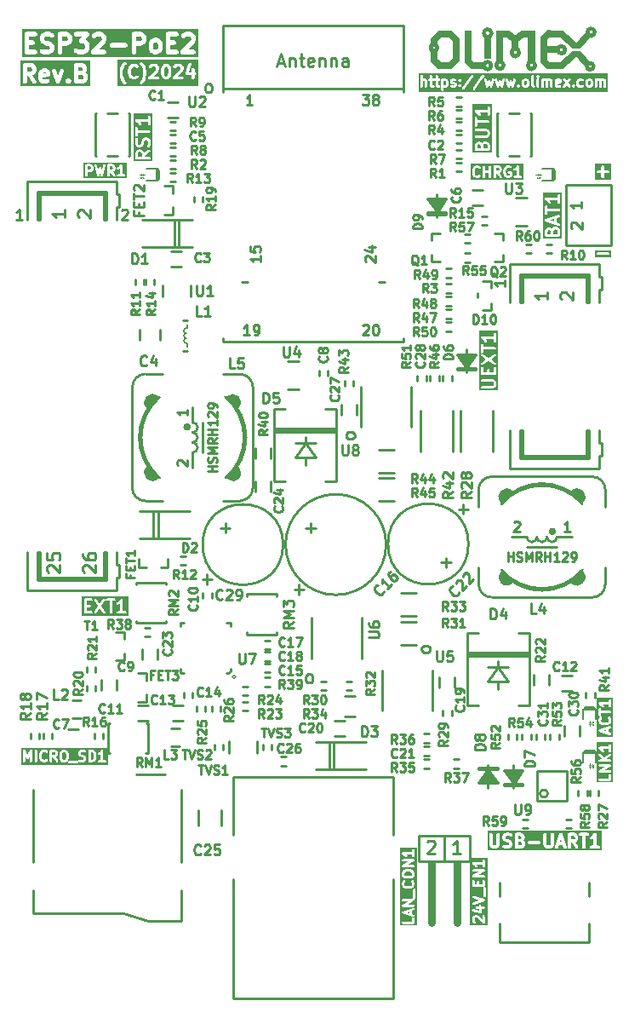
<source format=gbr>
%TF.GenerationSoftware,KiCad,Pcbnew,7.0.9-7.0.9~ubuntu22.04.1*%
%TF.CreationDate,2024-03-05T16:37:04+02:00*%
%TF.ProjectId,ESP32-PoE2_Rev_B,45535033-322d-4506-9f45-325f5265765f,B*%
%TF.SameCoordinates,PX4c4b3ffPYa21fe81*%
%TF.FileFunction,Legend,Top*%
%TF.FilePolarity,Positive*%
%FSLAX46Y46*%
G04 Gerber Fmt 4.6, Leading zero omitted, Abs format (unit mm)*
G04 Created by KiCad (PCBNEW 7.0.9-7.0.9~ubuntu22.04.1) date 2024-03-05 16:37:04*
%MOMM*%
%LPD*%
G01*
G04 APERTURE LIST*
%ADD10C,0.444500*%
%ADD11C,0.412750*%
%ADD12C,0.317500*%
%ADD13C,0.254000*%
%ADD14C,0.250000*%
%ADD15C,0.222250*%
%ADD16C,0.600000*%
%ADD17C,0.200000*%
%ADD18C,0.228600*%
%ADD19C,0.127000*%
%ADD20C,0.050000*%
%ADD21C,0.100000*%
%ADD22C,0.700000*%
%ADD23C,0.500000*%
%ADD24C,0.400000*%
%ADD25C,0.762000*%
G04 APERTURE END LIST*
D10*
G36*
X14486681Y88118587D02*
G01*
X14520343Y88084925D01*
X14565417Y87994778D01*
X14565417Y87591710D01*
X14520343Y87501563D01*
X14486683Y87467903D01*
X14396533Y87422828D01*
X14247467Y87422828D01*
X14157317Y87467903D01*
X14123657Y87501562D01*
X14078583Y87591711D01*
X14078583Y87994779D01*
X14123655Y88084925D01*
X14157318Y88118588D01*
X14247466Y88163661D01*
X14396534Y88163661D01*
X14486681Y88118587D01*
G37*
G36*
X5512014Y88711256D02*
G01*
X5545677Y88677593D01*
X5590751Y88587446D01*
X5590751Y88438377D01*
X5545677Y88348230D01*
X5512014Y88314567D01*
X5421869Y88269494D01*
X5019251Y88269494D01*
X5019251Y88756328D01*
X5421869Y88756328D01*
X5512014Y88711256D01*
G37*
G36*
X12878013Y88711256D02*
G01*
X12911676Y88677593D01*
X12956750Y88587446D01*
X12956750Y88438377D01*
X12911676Y88348230D01*
X12878013Y88314567D01*
X12787868Y88269494D01*
X12385250Y88269494D01*
X12385250Y88756328D01*
X12787868Y88756328D01*
X12878013Y88711256D01*
G37*
G36*
X18565917Y86724328D02*
G01*
X1018751Y86724328D01*
X1018751Y87200578D01*
X1272751Y87200578D01*
X1275199Y87189058D01*
X1273969Y87177347D01*
X1284727Y87144237D01*
X1291966Y87110181D01*
X1298887Y87100655D01*
X1302527Y87089453D01*
X1325823Y87063580D01*
X1346287Y87035414D01*
X1356485Y87029526D01*
X1364366Y87020774D01*
X1396170Y87006614D01*
X1426322Y86989206D01*
X1438034Y86987975D01*
X1448793Y86983185D01*
X1495001Y86978328D01*
X2341668Y86978328D01*
X2432065Y86997543D01*
X2506832Y87051864D01*
X2553040Y87131899D01*
X2562700Y87223809D01*
X2534142Y87311703D01*
X2472303Y87380382D01*
X2387876Y87417971D01*
X2341668Y87422828D01*
X1717251Y87422828D01*
X1717251Y87909661D01*
X2087668Y87909661D01*
X2178065Y87928876D01*
X2252832Y87983197D01*
X2299040Y88063232D01*
X2308700Y88155142D01*
X2280142Y88243036D01*
X2218303Y88311715D01*
X2133876Y88349304D01*
X2087668Y88354161D01*
X1717251Y88354161D01*
X1717251Y88470578D01*
X2796751Y88470578D01*
X2802628Y88442926D01*
X2803894Y88414687D01*
X2814823Y88385556D01*
X2815966Y88380181D01*
X2817773Y88377694D01*
X2820215Y88371185D01*
X2904881Y88201851D01*
X2912752Y88191979D01*
X2917275Y88180197D01*
X2946514Y88144089D01*
X3031182Y88059422D01*
X3041768Y88052548D01*
X3049784Y88042801D01*
X3088941Y88017792D01*
X3258274Y87933125D01*
X3259289Y87932862D01*
X3260114Y87932216D01*
X3303764Y87916297D01*
X3618761Y87837548D01*
X3734018Y87779920D01*
X3767676Y87746261D01*
X3812751Y87656112D01*
X3812751Y87591711D01*
X3767676Y87501562D01*
X3734018Y87467903D01*
X3643868Y87422828D01*
X3309067Y87422828D01*
X3089282Y87496089D01*
X2997448Y87506446D01*
X2909340Y87478556D01*
X2840194Y87417240D01*
X2801965Y87333101D01*
X2801263Y87240687D01*
X2838211Y87155977D01*
X2906419Y87093619D01*
X2948720Y87074399D01*
X3202720Y86989733D01*
X3215263Y86988319D01*
X3226793Y86983185D01*
X3273001Y86978328D01*
X3696335Y86978328D01*
X3723987Y86984206D01*
X3752226Y86985471D01*
X3781362Y86996402D01*
X3786732Y86997543D01*
X3789216Y86999349D01*
X3795728Y87001791D01*
X3965061Y87086457D01*
X3974932Y87094328D01*
X3986714Y87098850D01*
X4022822Y87128090D01*
X4095311Y87200578D01*
X4574751Y87200578D01*
X4593966Y87110181D01*
X4648287Y87035414D01*
X4728322Y86989206D01*
X4820232Y86979546D01*
X4908126Y87008104D01*
X4976805Y87069943D01*
X5014394Y87154370D01*
X5019251Y87200578D01*
X5019251Y87824994D01*
X5474334Y87824994D01*
X5501986Y87830872D01*
X5530225Y87832137D01*
X5559356Y87843067D01*
X5564731Y87844209D01*
X5567218Y87846017D01*
X5573727Y87848458D01*
X5743061Y87933124D01*
X5752933Y87940996D01*
X5764715Y87945518D01*
X5800823Y87974757D01*
X5885490Y88059425D01*
X5892364Y88070012D01*
X5902111Y88078027D01*
X5927120Y88117184D01*
X6011787Y88286517D01*
X6018896Y88313879D01*
X6030394Y88339703D01*
X6033646Y88370648D01*
X6035028Y88375964D01*
X6034524Y88378997D01*
X6035251Y88385911D01*
X6035251Y88639911D01*
X6029373Y88667564D01*
X6028108Y88695803D01*
X6017177Y88724937D01*
X6016036Y88730308D01*
X6014229Y88732795D01*
X6011787Y88739305D01*
X5927120Y88908638D01*
X5919251Y88918507D01*
X5914729Y88930289D01*
X5894438Y88955347D01*
X6184636Y88955347D01*
X6213194Y88867453D01*
X6275033Y88798774D01*
X6359460Y88761185D01*
X6405668Y88756328D01*
X7016548Y88756328D01*
X6746408Y88447596D01*
X6724640Y88408626D01*
X6702296Y88369923D01*
X6702127Y88368320D01*
X6701342Y88366913D01*
X6697305Y88322438D01*
X6692636Y88278013D01*
X6693133Y88276481D01*
X6692988Y88274874D01*
X6707400Y88232572D01*
X6721194Y88190119D01*
X6722272Y88188922D01*
X6722792Y88187396D01*
X6753127Y88154653D01*
X6783033Y88121440D01*
X6784507Y88120784D01*
X6785601Y88119603D01*
X6826644Y88102024D01*
X6867460Y88083851D01*
X6869594Y88083627D01*
X6870553Y88083216D01*
X6873150Y88083253D01*
X6913668Y88078994D01*
X7115201Y88078994D01*
X7205351Y88033920D01*
X7239009Y88000261D01*
X7284084Y87910112D01*
X7284084Y87591711D01*
X7239009Y87501562D01*
X7205351Y87467903D01*
X7115201Y87422828D01*
X6712134Y87422828D01*
X6621986Y87467902D01*
X6562823Y87527065D01*
X6485316Y87577398D01*
X6394037Y87591856D01*
X6304770Y87567938D01*
X6232949Y87509778D01*
X6190991Y87427435D01*
X6186154Y87335145D01*
X6219273Y87248866D01*
X6248513Y87212757D01*
X6333179Y87128090D01*
X6343766Y87121215D01*
X6351784Y87111466D01*
X6390942Y87086457D01*
X6560276Y87001791D01*
X6587636Y86994683D01*
X6613460Y86983185D01*
X6644407Y86979933D01*
X6649723Y86978551D01*
X6652754Y86979055D01*
X6659668Y86978328D01*
X7167668Y86978328D01*
X7195320Y86984206D01*
X7223559Y86985471D01*
X7252695Y86996402D01*
X7258065Y86997543D01*
X7260549Y86999349D01*
X7267061Y87001791D01*
X7436394Y87086457D01*
X7446265Y87094328D01*
X7458047Y87098850D01*
X7494155Y87128090D01*
X7555012Y87188946D01*
X7877056Y87188946D01*
X7878587Y87183231D01*
X7877969Y87177347D01*
X7890488Y87138816D01*
X7900975Y87099679D01*
X7904698Y87095082D01*
X7906527Y87089453D01*
X7933643Y87059338D01*
X7959135Y87027858D01*
X7964405Y87025173D01*
X7968366Y87020774D01*
X8005382Y87004294D01*
X8041479Y86985901D01*
X8047388Y86985592D01*
X8052793Y86983185D01*
X8099001Y86978328D01*
X9199667Y86978328D01*
X9290064Y86997543D01*
X9364831Y87051864D01*
X9411039Y87131899D01*
X9418257Y87200578D01*
X11940750Y87200578D01*
X11959965Y87110181D01*
X12014286Y87035414D01*
X12094321Y86989206D01*
X12186231Y86979546D01*
X12274125Y87008104D01*
X12342804Y87069943D01*
X12380393Y87154370D01*
X12385250Y87200578D01*
X12385250Y87539244D01*
X13634083Y87539244D01*
X13639960Y87511592D01*
X13641226Y87483352D01*
X13652156Y87454219D01*
X13653298Y87448847D01*
X13655104Y87446361D01*
X13657547Y87439850D01*
X13742214Y87270518D01*
X13750082Y87260650D01*
X13754606Y87248865D01*
X13783846Y87212757D01*
X13868512Y87128090D01*
X13879099Y87121215D01*
X13887117Y87111466D01*
X13926274Y87086457D01*
X14095607Y87001791D01*
X14122970Y86994682D01*
X14148792Y86983185D01*
X14179737Y86979933D01*
X14185054Y86978551D01*
X14188085Y86979055D01*
X14195000Y86978328D01*
X14449000Y86978328D01*
X14476652Y86984206D01*
X14504891Y86985471D01*
X14534027Y86996402D01*
X14539397Y86997543D01*
X14541881Y86999349D01*
X14548393Y87001791D01*
X14717726Y87086457D01*
X14727597Y87094328D01*
X14739379Y87098850D01*
X14775487Y87128090D01*
X14847976Y87200578D01*
X15327417Y87200578D01*
X15329865Y87189058D01*
X15328635Y87177347D01*
X15339393Y87144237D01*
X15346632Y87110181D01*
X15353553Y87100655D01*
X15357193Y87089453D01*
X15380489Y87063580D01*
X15400953Y87035414D01*
X15411151Y87029526D01*
X15419032Y87020774D01*
X15450836Y87006614D01*
X15480988Y86989206D01*
X15492700Y86987975D01*
X15503459Y86983185D01*
X15549667Y86978328D01*
X16396334Y86978328D01*
X16486731Y86997543D01*
X16561498Y87051864D01*
X16607706Y87131899D01*
X16613702Y87188946D01*
X16767056Y87188946D01*
X16768587Y87183231D01*
X16767969Y87177347D01*
X16780488Y87138816D01*
X16790975Y87099679D01*
X16794698Y87095082D01*
X16796527Y87089453D01*
X16823643Y87059338D01*
X16849135Y87027858D01*
X16854405Y87025173D01*
X16858366Y87020774D01*
X16895382Y87004294D01*
X16931479Y86985901D01*
X16937388Y86985592D01*
X16942793Y86983185D01*
X16989001Y86978328D01*
X18089667Y86978328D01*
X18180064Y86997543D01*
X18254831Y87051864D01*
X18301039Y87131899D01*
X18310699Y87223809D01*
X18282141Y87311703D01*
X18220302Y87380382D01*
X18135875Y87417971D01*
X18089667Y87422828D01*
X17525559Y87422828D01*
X18162155Y88059424D01*
X18177550Y88083132D01*
X18196626Y88103996D01*
X18209497Y88132325D01*
X18212489Y88136931D01*
X18212969Y88139967D01*
X18215846Y88146297D01*
X18300512Y88400297D01*
X18301926Y88412841D01*
X18307060Y88424370D01*
X18311917Y88470578D01*
X18311917Y88639911D01*
X18306039Y88667564D01*
X18304774Y88695802D01*
X18293843Y88724939D01*
X18292702Y88730308D01*
X18290896Y88732793D01*
X18288454Y88739304D01*
X18203788Y88908637D01*
X18195917Y88918509D01*
X18191395Y88930290D01*
X18162155Y88966399D01*
X18077488Y89051065D01*
X18066902Y89057940D01*
X18058885Y89067688D01*
X18019727Y89092697D01*
X17850395Y89177364D01*
X17823033Y89184474D01*
X17797209Y89195971D01*
X17766264Y89199224D01*
X17760948Y89200605D01*
X17757915Y89200102D01*
X17751001Y89200828D01*
X17327667Y89200828D01*
X17300014Y89194951D01*
X17271775Y89193685D01*
X17242641Y89182755D01*
X17237270Y89181613D01*
X17234783Y89179807D01*
X17228273Y89177364D01*
X17058940Y89092697D01*
X17049070Y89084828D01*
X17037288Y89080305D01*
X17001179Y89051065D01*
X16916513Y88966398D01*
X16866179Y88888891D01*
X16851722Y88797612D01*
X16875641Y88708345D01*
X16933801Y88636524D01*
X17016145Y88594567D01*
X17108435Y88589730D01*
X17194713Y88622850D01*
X17230821Y88652090D01*
X17289985Y88711255D01*
X17380133Y88756328D01*
X17698535Y88756328D01*
X17788683Y88711254D01*
X17822342Y88677594D01*
X17867417Y88587445D01*
X17867417Y88506644D01*
X17810746Y88336632D01*
X16831847Y87357732D01*
X16828625Y87352771D01*
X16823837Y87349292D01*
X16803576Y87314200D01*
X16781513Y87280225D01*
X16780587Y87274382D01*
X16777629Y87269257D01*
X16773393Y87228963D01*
X16767056Y87188946D01*
X16613702Y87188946D01*
X16617366Y87223809D01*
X16588808Y87311703D01*
X16526969Y87380382D01*
X16442542Y87417971D01*
X16396334Y87422828D01*
X15771917Y87422828D01*
X15771917Y87909661D01*
X16142334Y87909661D01*
X16232731Y87928876D01*
X16307498Y87983197D01*
X16353706Y88063232D01*
X16363366Y88155142D01*
X16334808Y88243036D01*
X16272969Y88311715D01*
X16188542Y88349304D01*
X16142334Y88354161D01*
X15771917Y88354161D01*
X15771917Y88756328D01*
X16396334Y88756328D01*
X16486731Y88775543D01*
X16561498Y88829864D01*
X16607706Y88909899D01*
X16617366Y89001809D01*
X16588808Y89089703D01*
X16526969Y89158382D01*
X16442542Y89195971D01*
X16396334Y89200828D01*
X15549667Y89200828D01*
X15538146Y89198380D01*
X15526436Y89199610D01*
X15493325Y89188852D01*
X15459270Y89181613D01*
X15449743Y89174692D01*
X15438542Y89171052D01*
X15412668Y89147756D01*
X15384503Y89127292D01*
X15378614Y89117094D01*
X15369863Y89109213D01*
X15355702Y89077409D01*
X15338295Y89047257D01*
X15337063Y89035545D01*
X15332274Y89024786D01*
X15327417Y88978578D01*
X15327417Y87200578D01*
X14847976Y87200578D01*
X14860154Y87212756D01*
X14867029Y87223344D01*
X14876777Y87231360D01*
X14901786Y87270517D01*
X14986453Y87439850D01*
X14993562Y87467212D01*
X15005060Y87493036D01*
X15008312Y87523981D01*
X15009694Y87529297D01*
X15009190Y87532330D01*
X15009917Y87539244D01*
X15009917Y88047244D01*
X15004039Y88074897D01*
X15002774Y88103136D01*
X14991844Y88132268D01*
X14990702Y88137641D01*
X14988895Y88140129D01*
X14986453Y88146637D01*
X14901786Y88315971D01*
X14893918Y88325839D01*
X14889394Y88337625D01*
X14860154Y88373733D01*
X14775487Y88458399D01*
X14764900Y88465274D01*
X14756884Y88475021D01*
X14717726Y88500030D01*
X14548394Y88584697D01*
X14521032Y88591807D01*
X14495208Y88603304D01*
X14464263Y88606557D01*
X14458947Y88607938D01*
X14455914Y88607435D01*
X14449000Y88608161D01*
X14195000Y88608161D01*
X14167347Y88602284D01*
X14139108Y88601018D01*
X14109974Y88590088D01*
X14104603Y88588946D01*
X14102116Y88587140D01*
X14095606Y88584697D01*
X13926273Y88500030D01*
X13916404Y88492162D01*
X13904622Y88487639D01*
X13868514Y88458400D01*
X13783846Y88373733D01*
X13776970Y88363146D01*
X13767223Y88355129D01*
X13742213Y88315971D01*
X13657547Y88146637D01*
X13650438Y88119278D01*
X13638940Y88093452D01*
X13635687Y88062506D01*
X13634306Y88057190D01*
X13634809Y88054159D01*
X13634083Y88047244D01*
X13634083Y87539244D01*
X12385250Y87539244D01*
X12385250Y87824994D01*
X12840333Y87824994D01*
X12867985Y87830872D01*
X12896224Y87832137D01*
X12925355Y87843067D01*
X12930730Y87844209D01*
X12933217Y87846017D01*
X12939726Y87848458D01*
X13109060Y87933124D01*
X13118932Y87940996D01*
X13130714Y87945518D01*
X13166822Y87974757D01*
X13251489Y88059425D01*
X13258363Y88070012D01*
X13268110Y88078027D01*
X13293119Y88117184D01*
X13377786Y88286517D01*
X13384895Y88313879D01*
X13396393Y88339703D01*
X13399645Y88370648D01*
X13401027Y88375964D01*
X13400523Y88378997D01*
X13401250Y88385911D01*
X13401250Y88639911D01*
X13395372Y88667564D01*
X13394107Y88695803D01*
X13383176Y88724937D01*
X13382035Y88730308D01*
X13380228Y88732795D01*
X13377786Y88739305D01*
X13293119Y88908638D01*
X13285250Y88918507D01*
X13280728Y88930289D01*
X13251489Y88966397D01*
X13166822Y89051065D01*
X13156234Y89057941D01*
X13148218Y89067688D01*
X13109060Y89092698D01*
X12939726Y89177364D01*
X12912366Y89184473D01*
X12886541Y89195971D01*
X12855594Y89199224D01*
X12850279Y89200605D01*
X12847247Y89200102D01*
X12840333Y89200828D01*
X12163000Y89200828D01*
X12151479Y89198380D01*
X12139769Y89199610D01*
X12106658Y89188852D01*
X12072603Y89181613D01*
X12063076Y89174692D01*
X12051875Y89171052D01*
X12026001Y89147756D01*
X11997836Y89127292D01*
X11991947Y89117094D01*
X11983196Y89109213D01*
X11969035Y89077409D01*
X11951628Y89047257D01*
X11950396Y89035545D01*
X11945607Y89024786D01*
X11940750Y88978578D01*
X11940750Y87200578D01*
X9418257Y87200578D01*
X9420699Y87223809D01*
X9392141Y87311703D01*
X9330302Y87380382D01*
X9245875Y87417971D01*
X9199667Y87422828D01*
X8635559Y87422828D01*
X9067411Y87854680D01*
X9740635Y87854680D01*
X9769193Y87766786D01*
X9831032Y87698107D01*
X9915459Y87660518D01*
X9961667Y87655661D01*
X11316334Y87655661D01*
X11406731Y87674876D01*
X11481498Y87729197D01*
X11527706Y87809232D01*
X11537366Y87901142D01*
X11508808Y87989036D01*
X11446969Y88057715D01*
X11362542Y88095304D01*
X11316334Y88100161D01*
X9961667Y88100161D01*
X9871270Y88080946D01*
X9796503Y88026625D01*
X9750295Y87946590D01*
X9740635Y87854680D01*
X9067411Y87854680D01*
X9272155Y88059424D01*
X9287550Y88083132D01*
X9306626Y88103996D01*
X9319497Y88132325D01*
X9322489Y88136931D01*
X9322969Y88139967D01*
X9325846Y88146297D01*
X9410512Y88400297D01*
X9411926Y88412841D01*
X9417060Y88424370D01*
X9421917Y88470578D01*
X9421917Y88639911D01*
X9416039Y88667564D01*
X9414774Y88695802D01*
X9403843Y88724939D01*
X9402702Y88730308D01*
X9400896Y88732793D01*
X9398454Y88739304D01*
X9313788Y88908637D01*
X9305917Y88918509D01*
X9301395Y88930290D01*
X9272155Y88966399D01*
X9187488Y89051065D01*
X9176902Y89057940D01*
X9168885Y89067688D01*
X9129727Y89092697D01*
X8960395Y89177364D01*
X8933033Y89184474D01*
X8907209Y89195971D01*
X8876264Y89199224D01*
X8870948Y89200605D01*
X8867915Y89200102D01*
X8861001Y89200828D01*
X8437667Y89200828D01*
X8410014Y89194951D01*
X8381775Y89193685D01*
X8352641Y89182755D01*
X8347270Y89181613D01*
X8344783Y89179807D01*
X8338273Y89177364D01*
X8168940Y89092697D01*
X8159070Y89084828D01*
X8147288Y89080305D01*
X8111179Y89051065D01*
X8026513Y88966398D01*
X7976179Y88888891D01*
X7961722Y88797612D01*
X7985641Y88708345D01*
X8043801Y88636524D01*
X8126145Y88594567D01*
X8218435Y88589730D01*
X8304713Y88622850D01*
X8340821Y88652090D01*
X8399985Y88711255D01*
X8490133Y88756328D01*
X8808535Y88756328D01*
X8898683Y88711254D01*
X8932342Y88677594D01*
X8977417Y88587445D01*
X8977417Y88506644D01*
X8920746Y88336632D01*
X7941847Y87357732D01*
X7938625Y87352771D01*
X7933837Y87349292D01*
X7913576Y87314200D01*
X7891513Y87280225D01*
X7890587Y87274382D01*
X7887629Y87269257D01*
X7883393Y87228963D01*
X7877056Y87188946D01*
X7555012Y87188946D01*
X7578822Y87212756D01*
X7585697Y87223344D01*
X7595446Y87231361D01*
X7620455Y87270518D01*
X7705121Y87439851D01*
X7712230Y87467215D01*
X7723727Y87493036D01*
X7726979Y87523982D01*
X7728361Y87529298D01*
X7727857Y87532330D01*
X7728584Y87539244D01*
X7728584Y87962578D01*
X7722706Y87990231D01*
X7721441Y88018469D01*
X7710510Y88047606D01*
X7709369Y88052975D01*
X7707563Y88055460D01*
X7705121Y88061971D01*
X7620455Y88231304D01*
X7612584Y88241176D01*
X7608062Y88252957D01*
X7578822Y88289066D01*
X7494155Y88373732D01*
X7483571Y88380606D01*
X7475552Y88390356D01*
X7436394Y88415365D01*
X7347661Y88459731D01*
X7673594Y88832225D01*
X7695370Y88871213D01*
X7717706Y88909899D01*
X7717874Y88911503D01*
X7718660Y88912909D01*
X7722696Y88957385D01*
X7727366Y89001809D01*
X7726868Y89003342D01*
X7727014Y89004948D01*
X7712599Y89047257D01*
X7698808Y89089703D01*
X7697728Y89090903D01*
X7697209Y89092426D01*
X7666891Y89125150D01*
X7636969Y89158382D01*
X7635494Y89159039D01*
X7634401Y89160219D01*
X7593357Y89177799D01*
X7552542Y89195971D01*
X7550407Y89196196D01*
X7549449Y89196606D01*
X7546851Y89196570D01*
X7506334Y89200828D01*
X6405668Y89200828D01*
X6315271Y89181613D01*
X6240504Y89127292D01*
X6194296Y89047257D01*
X6184636Y88955347D01*
X5894438Y88955347D01*
X5885490Y88966397D01*
X5800823Y89051065D01*
X5790235Y89057941D01*
X5782219Y89067688D01*
X5743061Y89092698D01*
X5573727Y89177364D01*
X5546367Y89184473D01*
X5520542Y89195971D01*
X5489595Y89199224D01*
X5484280Y89200605D01*
X5481248Y89200102D01*
X5474334Y89200828D01*
X4797001Y89200828D01*
X4785480Y89198380D01*
X4773770Y89199610D01*
X4740659Y89188852D01*
X4706604Y89181613D01*
X4697077Y89174692D01*
X4685876Y89171052D01*
X4660002Y89147756D01*
X4631837Y89127292D01*
X4625948Y89117094D01*
X4617197Y89109213D01*
X4603036Y89077409D01*
X4585629Y89047257D01*
X4584397Y89035545D01*
X4579608Y89024786D01*
X4574751Y88978578D01*
X4574751Y87200578D01*
X4095311Y87200578D01*
X4107489Y87212756D01*
X4114364Y87223344D01*
X4124113Y87231361D01*
X4149122Y87270518D01*
X4233788Y87439851D01*
X4240897Y87467215D01*
X4252394Y87493036D01*
X4255646Y87523982D01*
X4257028Y87529298D01*
X4256524Y87532330D01*
X4257251Y87539244D01*
X4257251Y87708578D01*
X4251373Y87736231D01*
X4250108Y87764469D01*
X4239177Y87793606D01*
X4238036Y87798975D01*
X4236230Y87801460D01*
X4233788Y87807971D01*
X4149122Y87977304D01*
X4141251Y87987176D01*
X4136729Y87998957D01*
X4107489Y88035066D01*
X4022822Y88119732D01*
X4012238Y88126606D01*
X4004219Y88136356D01*
X3965061Y88161365D01*
X3795728Y88246031D01*
X3794712Y88246295D01*
X3793889Y88246939D01*
X3750239Y88262858D01*
X3435238Y88341609D01*
X3319986Y88399235D01*
X3286323Y88432898D01*
X3241251Y88523043D01*
X3241251Y88587445D01*
X3286325Y88677594D01*
X3319986Y88711255D01*
X3410134Y88756328D01*
X3744934Y88756328D01*
X3964719Y88683066D01*
X4056554Y88672709D01*
X4144662Y88700599D01*
X4213808Y88761914D01*
X4252037Y88846053D01*
X4252739Y88938467D01*
X4215792Y89023177D01*
X4147584Y89085536D01*
X4105283Y89104756D01*
X3851283Y89189423D01*
X3838738Y89190838D01*
X3827209Y89195971D01*
X3781001Y89200828D01*
X3357668Y89200828D01*
X3330015Y89194951D01*
X3301776Y89193685D01*
X3272642Y89182755D01*
X3267271Y89181613D01*
X3264784Y89179807D01*
X3258274Y89177364D01*
X3088941Y89092697D01*
X3079071Y89084828D01*
X3067289Y89080305D01*
X3031180Y89051065D01*
X2946514Y88966398D01*
X2939639Y88955813D01*
X2929891Y88947795D01*
X2904882Y88908637D01*
X2820215Y88739305D01*
X2813105Y88711944D01*
X2801608Y88686119D01*
X2798355Y88655175D01*
X2796974Y88649858D01*
X2797477Y88646826D01*
X2796751Y88639911D01*
X2796751Y88470578D01*
X1717251Y88470578D01*
X1717251Y88756328D01*
X2341668Y88756328D01*
X2432065Y88775543D01*
X2506832Y88829864D01*
X2553040Y88909899D01*
X2562700Y89001809D01*
X2534142Y89089703D01*
X2472303Y89158382D01*
X2387876Y89195971D01*
X2341668Y89200828D01*
X1495001Y89200828D01*
X1483480Y89198380D01*
X1471770Y89199610D01*
X1438659Y89188852D01*
X1404604Y89181613D01*
X1395077Y89174692D01*
X1383876Y89171052D01*
X1358002Y89147756D01*
X1329837Y89127292D01*
X1323948Y89117094D01*
X1315197Y89109213D01*
X1301036Y89077409D01*
X1283629Y89047257D01*
X1282397Y89035545D01*
X1277608Y89024786D01*
X1272751Y88978578D01*
X1272751Y87200578D01*
X1018751Y87200578D01*
X1018751Y89454828D01*
X18565917Y89454828D01*
X18565917Y86724328D01*
G37*
D11*
G36*
X3433863Y85128276D02*
G01*
X3091233Y85059750D01*
X3091233Y85073771D01*
X3117299Y85125905D01*
X3169434Y85151971D01*
X3386473Y85151971D01*
X3433863Y85128276D01*
G37*
G36*
X7097425Y84863492D02*
G01*
X7117913Y84843004D01*
X7159768Y84759295D01*
X7159768Y84620875D01*
X7117913Y84537166D01*
X7086656Y84505908D01*
X7002949Y84464054D01*
X6629090Y84464054D01*
X6629090Y84916114D01*
X6939556Y84916114D01*
X7097425Y84863492D01*
G37*
G36*
X7008038Y85660450D02*
G01*
X7039294Y85629194D01*
X7081149Y85545485D01*
X7081149Y85485684D01*
X7039294Y85401975D01*
X7008038Y85370718D01*
X6924330Y85328864D01*
X6629090Y85328864D01*
X6629090Y85702304D01*
X6924330Y85702304D01*
X7008038Y85660450D01*
G37*
G36*
X1976419Y85660450D02*
G01*
X2007675Y85629194D01*
X2049530Y85545485D01*
X2049530Y85407065D01*
X2007675Y85323356D01*
X1976419Y85292099D01*
X1892711Y85250245D01*
X1518852Y85250245D01*
X1518852Y85702304D01*
X1892711Y85702304D01*
X1976419Y85660450D01*
G37*
G36*
X7808375Y83815447D02*
G01*
X870245Y83815447D01*
X870245Y84257679D01*
X1106102Y84257679D01*
X1126540Y84168136D01*
X1183804Y84096329D01*
X1266554Y84056478D01*
X1358400Y84056478D01*
X1441150Y84096329D01*
X1498414Y84168136D01*
X1518852Y84257679D01*
X1518852Y84837495D01*
X1598122Y84837495D01*
X2086836Y84139331D01*
X2154929Y84077695D01*
X2243020Y84051707D01*
X2333664Y84066514D01*
X2408908Y84119184D01*
X2453846Y84199285D01*
X2459580Y84290950D01*
X2424974Y84376027D01*
X2342717Y84493537D01*
X2678483Y84493537D01*
X2678832Y84492008D01*
X2678506Y84490474D01*
X2689036Y84447302D01*
X2698921Y84403994D01*
X2699898Y84402769D01*
X2700270Y84401244D01*
X2778889Y84244005D01*
X2791732Y84228382D01*
X2800234Y84210036D01*
X2820527Y84193354D01*
X2837214Y84173055D01*
X2855562Y84164553D01*
X2871183Y84151711D01*
X3028421Y84073092D01*
X3029945Y84072721D01*
X3031172Y84071742D01*
X3074495Y84061854D01*
X3117651Y84051327D01*
X3119184Y84051654D01*
X3120715Y84051304D01*
X3435191Y84051304D01*
X3436721Y84051654D01*
X3438255Y84051327D01*
X3481410Y84061854D01*
X3524734Y84071742D01*
X3525960Y84072721D01*
X3527485Y84073092D01*
X3684722Y84151710D01*
X3755672Y84210036D01*
X3794289Y84293367D01*
X3792926Y84385203D01*
X3751851Y84467352D01*
X3679200Y84523544D01*
X3589365Y84542650D01*
X3500135Y84520885D01*
X3386473Y84464054D01*
X3169434Y84464054D01*
X3117300Y84490121D01*
X3091233Y84542256D01*
X3091233Y84638827D01*
X3711522Y84762884D01*
X3714120Y84764050D01*
X3716971Y84764050D01*
X3755909Y84782803D01*
X3795318Y84800486D01*
X3797153Y84802665D01*
X3799721Y84803901D01*
X3826651Y84837672D01*
X3854500Y84870720D01*
X3855209Y84873482D01*
X3856985Y84875708D01*
X3866596Y84917818D01*
X3877348Y84959679D01*
X3876789Y84962474D01*
X3877423Y84965251D01*
X3877423Y85122489D01*
X3877073Y85124020D01*
X3877400Y85125553D01*
X3866873Y85168709D01*
X3856985Y85212032D01*
X3856006Y85213259D01*
X3855635Y85214783D01*
X3777016Y85372021D01*
X3770346Y85380135D01*
X4016161Y85380135D01*
X4027030Y85288935D01*
X4420125Y84188268D01*
X4431917Y84169766D01*
X4439032Y84149006D01*
X4456290Y84131524D01*
X4469489Y84110816D01*
X4488138Y84099265D01*
X4503558Y84083645D01*
X4526692Y84075383D01*
X4547568Y84062452D01*
X4569385Y84060136D01*
X4590053Y84052754D01*
X4614476Y84055348D01*
X4638900Y84052754D01*
X4659566Y84060136D01*
X4681386Y84062452D01*
X4702265Y84075385D01*
X4725396Y84083646D01*
X4740810Y84099261D01*
X4759465Y84110815D01*
X4772667Y84131530D01*
X4789921Y84149007D01*
X4797034Y84169762D01*
X4808829Y84188268D01*
X4853444Y84313191D01*
X5352829Y84313191D01*
X5360508Y84291245D01*
X5363112Y84268137D01*
X5375483Y84248448D01*
X5383164Y84226499D01*
X5399606Y84210057D01*
X5411977Y84190369D01*
X5490596Y84111750D01*
X5500533Y84105506D01*
X5507852Y84096329D01*
X5518426Y84091237D01*
X5526727Y84082936D01*
X5548675Y84075257D01*
X5568364Y84062885D01*
X5580026Y84061571D01*
X5590602Y84056478D01*
X5602342Y84056478D01*
X5613419Y84052602D01*
X5636525Y84055206D01*
X5659631Y84052602D01*
X5670708Y84056478D01*
X5682448Y84056478D01*
X5693023Y84061571D01*
X5704686Y84062885D01*
X5724374Y84075257D01*
X5746323Y84082936D01*
X5754623Y84091237D01*
X5765198Y84096329D01*
X5772516Y84105506D01*
X5782454Y84111750D01*
X5861073Y84190369D01*
X5873442Y84210055D01*
X5889887Y84226499D01*
X5897567Y84248451D01*
X5903366Y84257679D01*
X6216340Y84257679D01*
X6221514Y84235011D01*
X6221514Y84211756D01*
X6231604Y84190805D01*
X6236778Y84168136D01*
X6251275Y84149957D01*
X6261365Y84129006D01*
X6279544Y84114509D01*
X6294042Y84096329D01*
X6314992Y84086240D01*
X6333172Y84071742D01*
X6355840Y84066569D01*
X6376792Y84056478D01*
X6400047Y84056478D01*
X6422715Y84051304D01*
X7051667Y84051304D01*
X7053197Y84051654D01*
X7054731Y84051327D01*
X7097886Y84061854D01*
X7141210Y84071742D01*
X7142436Y84072721D01*
X7143961Y84073092D01*
X7301198Y84151710D01*
X7326788Y84172747D01*
X7354835Y84190370D01*
X7433454Y84268990D01*
X7451076Y84297037D01*
X7472111Y84322624D01*
X7550730Y84479862D01*
X7551101Y84481387D01*
X7552080Y84482613D01*
X7561968Y84525937D01*
X7572495Y84569092D01*
X7572168Y84570626D01*
X7572518Y84572156D01*
X7572518Y84808013D01*
X7572168Y84809544D01*
X7572495Y84811077D01*
X7561968Y84854233D01*
X7552080Y84897556D01*
X7551101Y84898783D01*
X7550730Y84900307D01*
X7472111Y85057545D01*
X7451076Y85083132D01*
X7433453Y85111180D01*
X7377118Y85167515D01*
X7393492Y85187433D01*
X7472111Y85344671D01*
X7472482Y85346196D01*
X7473461Y85347422D01*
X7483349Y85390746D01*
X7493876Y85433901D01*
X7493549Y85435435D01*
X7493899Y85436965D01*
X7493899Y85594203D01*
X7493549Y85595734D01*
X7493876Y85597267D01*
X7483349Y85640423D01*
X7473461Y85683746D01*
X7472482Y85684973D01*
X7472111Y85686497D01*
X7393492Y85843735D01*
X7372457Y85869322D01*
X7354834Y85897370D01*
X7276215Y85975989D01*
X7248167Y85993613D01*
X7222579Y86014648D01*
X7065342Y86093266D01*
X7063817Y86093638D01*
X7062591Y86094616D01*
X7019267Y86104505D01*
X6976112Y86115031D01*
X6974578Y86114705D01*
X6973048Y86115054D01*
X6422715Y86115054D01*
X6400047Y86109880D01*
X6376792Y86109880D01*
X6355840Y86099790D01*
X6333172Y86094616D01*
X6314992Y86080119D01*
X6294042Y86070029D01*
X6279544Y86051850D01*
X6261365Y86037352D01*
X6251275Y86016402D01*
X6236778Y85998222D01*
X6231604Y85975554D01*
X6221514Y85954602D01*
X6221514Y85931348D01*
X6216340Y85908679D01*
X6216340Y84257679D01*
X5903366Y84257679D01*
X5909938Y84268137D01*
X5912541Y84291243D01*
X5920221Y84313190D01*
X5917617Y84336297D01*
X5920221Y84359404D01*
X5912541Y84381353D01*
X5909938Y84404457D01*
X5897568Y84424145D01*
X5889887Y84446096D01*
X5873443Y84462540D01*
X5861074Y84482226D01*
X5782455Y84560846D01*
X5772516Y84567091D01*
X5765198Y84576268D01*
X5754623Y84581361D01*
X5746322Y84589662D01*
X5724370Y84597343D01*
X5704687Y84609711D01*
X5693025Y84611026D01*
X5682448Y84616119D01*
X5670710Y84616119D01*
X5659630Y84619996D01*
X5636520Y84617393D01*
X5613420Y84619995D01*
X5602342Y84616119D01*
X5590602Y84616119D01*
X5580027Y84611027D01*
X5568363Y84609712D01*
X5548675Y84597342D01*
X5526728Y84589662D01*
X5518426Y84581361D01*
X5507852Y84576268D01*
X5500533Y84567091D01*
X5490595Y84560846D01*
X5411976Y84482226D01*
X5399606Y84462540D01*
X5383163Y84446096D01*
X5375482Y84424147D01*
X5363112Y84404458D01*
X5360508Y84381352D01*
X5352829Y84359404D01*
X5355432Y84336298D01*
X5352829Y84313191D01*
X4853444Y84313191D01*
X5201924Y85288934D01*
X5212793Y85380135D01*
X5183016Y85467018D01*
X5118491Y85532379D01*
X5031995Y85563271D01*
X4940663Y85553573D01*
X4862584Y85505209D01*
X4813220Y85427757D01*
X4614477Y84871277D01*
X4415734Y85427757D01*
X4366370Y85505210D01*
X4288291Y85553573D01*
X4196958Y85563271D01*
X4110463Y85532380D01*
X4045937Y85467019D01*
X4016161Y85380135D01*
X3770346Y85380135D01*
X3764174Y85387643D01*
X3755672Y85405989D01*
X3735375Y85422675D01*
X3718691Y85442970D01*
X3700344Y85451472D01*
X3684722Y85464315D01*
X3527485Y85542933D01*
X3525960Y85543305D01*
X3524734Y85544283D01*
X3481410Y85554172D01*
X3438255Y85564698D01*
X3436721Y85564372D01*
X3435191Y85564721D01*
X3120715Y85564721D01*
X3119184Y85564372D01*
X3117651Y85564698D01*
X3074495Y85554172D01*
X3031172Y85544283D01*
X3029945Y85543305D01*
X3028421Y85542933D01*
X2871183Y85464314D01*
X2855561Y85451473D01*
X2837215Y85442970D01*
X2820529Y85422674D01*
X2800234Y85405989D01*
X2791732Y85387643D01*
X2778889Y85372020D01*
X2700271Y85214783D01*
X2699899Y85213259D01*
X2698921Y85212032D01*
X2689032Y85168709D01*
X2678506Y85125553D01*
X2678832Y85124020D01*
X2678483Y85122489D01*
X2678483Y84493537D01*
X2342717Y84493537D01*
X2072961Y84878903D01*
X2190960Y84937901D01*
X2216548Y84958937D01*
X2244596Y84976560D01*
X2323215Y85055179D01*
X2340838Y85083228D01*
X2361873Y85108814D01*
X2440492Y85266052D01*
X2440863Y85267577D01*
X2441842Y85268803D01*
X2451730Y85312127D01*
X2462257Y85355282D01*
X2461930Y85356816D01*
X2462280Y85358346D01*
X2462280Y85594203D01*
X2461930Y85595734D01*
X2462257Y85597267D01*
X2451730Y85640423D01*
X2441842Y85683746D01*
X2440863Y85684973D01*
X2440492Y85686497D01*
X2361873Y85843735D01*
X2340838Y85869322D01*
X2323215Y85897370D01*
X2244596Y85975989D01*
X2216548Y85993613D01*
X2190960Y86014648D01*
X2033723Y86093266D01*
X2032198Y86093638D01*
X2030972Y86094616D01*
X1987648Y86104505D01*
X1944493Y86115031D01*
X1942959Y86114705D01*
X1941429Y86115054D01*
X1312477Y86115054D01*
X1289809Y86109880D01*
X1266554Y86109880D01*
X1245602Y86099790D01*
X1222934Y86094616D01*
X1204754Y86080119D01*
X1183804Y86070029D01*
X1169306Y86051850D01*
X1151127Y86037352D01*
X1141037Y86016402D01*
X1126540Y85998222D01*
X1121366Y85975554D01*
X1111276Y85954602D01*
X1111276Y85931348D01*
X1106102Y85908679D01*
X1106102Y84257679D01*
X870245Y84257679D01*
X870245Y86350911D01*
X7808375Y86350911D01*
X7808375Y83815447D01*
G37*
D12*
G36*
X15464297Y85708040D02*
G01*
X15488340Y85683997D01*
X15529502Y85601671D01*
X15581013Y85395633D01*
X15581013Y85132339D01*
X15529502Y84926301D01*
X15488340Y84843975D01*
X15464297Y84819931D01*
X15399907Y84787735D01*
X15353905Y84787735D01*
X15289514Y84819931D01*
X15265470Y84843974D01*
X15224306Y84926301D01*
X15172798Y85132337D01*
X15172798Y85395635D01*
X15224306Y85601671D01*
X15265470Y85683997D01*
X15289513Y85708040D01*
X15353905Y85740235D01*
X15399907Y85740235D01*
X15464297Y85708040D01*
G37*
G36*
X18559466Y83810405D02*
G01*
X10561487Y83810405D01*
X10561487Y84991842D01*
X10742916Y84991842D01*
X10747019Y84976529D01*
X10745999Y84960708D01*
X10806476Y84658328D01*
X10810936Y84649306D01*
X10811540Y84639260D01*
X10872016Y84457832D01*
X10878330Y84448268D01*
X10880629Y84437038D01*
X10941104Y84316086D01*
X10947782Y84308555D01*
X10951007Y84299023D01*
X11071959Y84117594D01*
X11083867Y84107129D01*
X11091795Y84093398D01*
X11152272Y84032922D01*
X11223438Y83991834D01*
X11305613Y83991835D01*
X11376778Y84032924D01*
X11417865Y84104088D01*
X12744040Y84104088D01*
X12785128Y84032923D01*
X12856293Y83991835D01*
X12938469Y83991835D01*
X13009634Y84032923D01*
X13070110Y84093399D01*
X13078036Y84107128D01*
X13089945Y84117593D01*
X13210898Y84299022D01*
X13214123Y84308557D01*
X13220800Y84316086D01*
X13281276Y84437037D01*
X13283574Y84448268D01*
X13289889Y84457832D01*
X13346941Y84628985D01*
X13585298Y84628985D01*
X13590707Y84608798D01*
X13590707Y84587897D01*
X13601156Y84569798D01*
X13606566Y84549610D01*
X13621345Y84534831D01*
X13631795Y84516732D01*
X13649893Y84506283D01*
X13664673Y84491503D01*
X13684860Y84486094D01*
X13702960Y84475644D01*
X13723861Y84475644D01*
X13744048Y84470235D01*
X14530239Y84470235D01*
X14609614Y84491503D01*
X14667721Y84549610D01*
X14688989Y84628985D01*
X14667721Y84708360D01*
X14609614Y84766467D01*
X14530239Y84787735D01*
X14127304Y84787735D01*
X14452363Y85112795D01*
X14855298Y85112795D01*
X14860367Y85093876D01*
X14860038Y85074293D01*
X14920514Y84832388D01*
X14929020Y84817066D01*
X14932534Y84799894D01*
X14993011Y84678942D01*
X15009968Y84659819D01*
X15022747Y84637686D01*
X15083223Y84577209D01*
X15105358Y84564429D01*
X15124482Y84547471D01*
X15245433Y84486995D01*
X15281180Y84479680D01*
X15316429Y84470235D01*
X15437382Y84470235D01*
X15472632Y84479681D01*
X15508377Y84486995D01*
X15629329Y84547470D01*
X15648454Y84564430D01*
X15670588Y84577209D01*
X15722363Y84628985D01*
X16004346Y84628985D01*
X16009755Y84608798D01*
X16009755Y84587897D01*
X16020204Y84569798D01*
X16025614Y84549610D01*
X16040393Y84534831D01*
X16050843Y84516732D01*
X16068941Y84506283D01*
X16083721Y84491503D01*
X16103908Y84486094D01*
X16122008Y84475644D01*
X16142909Y84475644D01*
X16163096Y84470235D01*
X16949287Y84470235D01*
X17028662Y84491503D01*
X17086769Y84549610D01*
X17108037Y84628985D01*
X17086769Y84708360D01*
X17028662Y84766467D01*
X16949287Y84787735D01*
X16546352Y84787735D01*
X16810935Y85052319D01*
X17274346Y85052319D01*
X17278539Y85036667D01*
X17277569Y85020493D01*
X17288998Y84997635D01*
X17295614Y84972944D01*
X17307073Y84961485D01*
X17314319Y84946993D01*
X17335646Y84932912D01*
X17353721Y84914837D01*
X17369374Y84910643D01*
X17382895Y84901716D01*
X17408405Y84900185D01*
X17433096Y84893569D01*
X17879108Y84893569D01*
X17879108Y84628985D01*
X17900376Y84549610D01*
X17958483Y84491503D01*
X18037858Y84470235D01*
X18117233Y84491503D01*
X18175340Y84549610D01*
X18196608Y84628985D01*
X18196608Y84893569D01*
X18219287Y84893569D01*
X18298662Y84914837D01*
X18356769Y84972944D01*
X18378037Y85052319D01*
X18356769Y85131694D01*
X18298662Y85189801D01*
X18219287Y85211069D01*
X18196608Y85211069D01*
X18196608Y85475652D01*
X18175340Y85555027D01*
X18117233Y85613134D01*
X18037858Y85634402D01*
X17958483Y85613134D01*
X17900376Y85555027D01*
X17879108Y85475652D01*
X17879108Y85211069D01*
X17653350Y85211069D01*
X17886081Y85909260D01*
X17891005Y85991287D01*
X17854254Y86064788D01*
X17785678Y86110065D01*
X17703651Y86114989D01*
X17630151Y86078239D01*
X17584874Y86009662D01*
X17282493Y85102520D01*
X17280961Y85077010D01*
X17274346Y85052319D01*
X16810935Y85052319D01*
X17001063Y85242447D01*
X17019306Y85274045D01*
X17039413Y85304498D01*
X17099890Y85485926D01*
X17101421Y85511440D01*
X17108037Y85536128D01*
X17108037Y85657081D01*
X17098592Y85692329D01*
X17091277Y85728077D01*
X17030800Y85849029D01*
X17013841Y85868154D01*
X17001063Y85890286D01*
X16940587Y85950762D01*
X16918454Y85963541D01*
X16899329Y85980500D01*
X16778377Y86040975D01*
X16742632Y86048290D01*
X16707382Y86057735D01*
X16405001Y86057735D01*
X16369749Y86048290D01*
X16334006Y86040975D01*
X16213053Y85980500D01*
X16193927Y85963541D01*
X16171795Y85950762D01*
X16111319Y85890286D01*
X16070231Y85819121D01*
X16070231Y85736945D01*
X16111319Y85665780D01*
X16182484Y85624692D01*
X16264660Y85624692D01*
X16335825Y85665780D01*
X16378083Y85708038D01*
X16442477Y85740235D01*
X16669907Y85740235D01*
X16734297Y85708040D01*
X16758340Y85683997D01*
X16790537Y85619605D01*
X16790537Y85561890D01*
X16750057Y85440454D01*
X16050843Y84741238D01*
X16040393Y84723140D01*
X16025614Y84708360D01*
X16020204Y84688173D01*
X16009755Y84670073D01*
X16009755Y84649173D01*
X16004346Y84628985D01*
X15722363Y84628985D01*
X15731064Y84637686D01*
X15743843Y84659821D01*
X15760800Y84678943D01*
X15821276Y84799894D01*
X15824789Y84817064D01*
X15833296Y84832387D01*
X15893773Y85074292D01*
X15893443Y85093876D01*
X15898513Y85112795D01*
X15898513Y85415176D01*
X15893443Y85434096D01*
X15893773Y85453679D01*
X15833296Y85695584D01*
X15824789Y85710908D01*
X15821276Y85728077D01*
X15760800Y85849028D01*
X15743842Y85868152D01*
X15731063Y85890286D01*
X15670587Y85950762D01*
X15648454Y85963541D01*
X15629329Y85980500D01*
X15508377Y86040975D01*
X15472632Y86048290D01*
X15437382Y86057735D01*
X15316429Y86057735D01*
X15281180Y86048291D01*
X15245433Y86040975D01*
X15124482Y85980499D01*
X15105358Y85963542D01*
X15083224Y85950762D01*
X15022748Y85890286D01*
X15009969Y85868154D01*
X14993011Y85849029D01*
X14932534Y85728077D01*
X14929020Y85710906D01*
X14920514Y85695583D01*
X14860038Y85453678D01*
X14860367Y85434096D01*
X14855298Y85415176D01*
X14855298Y85112795D01*
X14452363Y85112795D01*
X14582015Y85242447D01*
X14600258Y85274045D01*
X14620365Y85304498D01*
X14680842Y85485926D01*
X14682373Y85511440D01*
X14688989Y85536128D01*
X14688989Y85657081D01*
X14679544Y85692329D01*
X14672229Y85728077D01*
X14611752Y85849029D01*
X14594793Y85868154D01*
X14582015Y85890286D01*
X14521539Y85950762D01*
X14499406Y85963541D01*
X14480281Y85980500D01*
X14359329Y86040975D01*
X14323584Y86048290D01*
X14288334Y86057735D01*
X13985953Y86057735D01*
X13950701Y86048290D01*
X13914958Y86040975D01*
X13794005Y85980500D01*
X13774879Y85963541D01*
X13752747Y85950762D01*
X13692271Y85890286D01*
X13651183Y85819121D01*
X13651183Y85736945D01*
X13692271Y85665780D01*
X13763436Y85624692D01*
X13845612Y85624692D01*
X13916777Y85665780D01*
X13959035Y85708038D01*
X14023429Y85740235D01*
X14250859Y85740235D01*
X14315249Y85708040D01*
X14339292Y85683997D01*
X14371489Y85619605D01*
X14371489Y85561890D01*
X14331009Y85440454D01*
X13631795Y84741238D01*
X13621345Y84723140D01*
X13606566Y84708360D01*
X13601156Y84688173D01*
X13590707Y84670073D01*
X13590707Y84649173D01*
X13585298Y84628985D01*
X13346941Y84628985D01*
X13350366Y84639260D01*
X13350969Y84649308D01*
X13355429Y84658328D01*
X13415905Y84960708D01*
X13414884Y84976529D01*
X13418988Y84991842D01*
X13418988Y85233747D01*
X13414884Y85249061D01*
X13415905Y85264881D01*
X13355429Y85567261D01*
X13350969Y85576282D01*
X13350366Y85586329D01*
X13289890Y85767758D01*
X13283573Y85777325D01*
X13281276Y85788553D01*
X13220800Y85909504D01*
X13214123Y85917034D01*
X13210898Y85926568D01*
X13089945Y86107997D01*
X13078036Y86118463D01*
X13070110Y86132191D01*
X13009634Y86192667D01*
X12938469Y86233755D01*
X12856293Y86233755D01*
X12785128Y86192667D01*
X12744040Y86121502D01*
X12744040Y86039326D01*
X12785128Y85968161D01*
X12834487Y85918802D01*
X12941241Y85758671D01*
X12992249Y85656653D01*
X13046034Y85495298D01*
X13101488Y85218030D01*
X13101488Y85007560D01*
X13046032Y84730284D01*
X12992252Y84568944D01*
X12941241Y84466920D01*
X12834487Y84306789D01*
X12785128Y84257429D01*
X12744040Y84186264D01*
X12744040Y84104088D01*
X11417865Y84104088D01*
X11417866Y84104089D01*
X11417865Y84186265D01*
X11376776Y84257430D01*
X11327414Y84306791D01*
X11220666Y84466914D01*
X11169656Y84568933D01*
X11115872Y84730284D01*
X11060416Y85007562D01*
X11060416Y85173271D01*
X11529107Y85173271D01*
X11534176Y85154352D01*
X11533847Y85134769D01*
X11594323Y84892864D01*
X11602829Y84877542D01*
X11606343Y84860370D01*
X11666820Y84739418D01*
X11683776Y84720296D01*
X11696556Y84698161D01*
X11817509Y84577208D01*
X11849107Y84558965D01*
X11879561Y84538857D01*
X12060990Y84478381D01*
X12086503Y84476850D01*
X12111191Y84470235D01*
X12232143Y84470235D01*
X12256830Y84476850D01*
X12282344Y84478381D01*
X12463773Y84538857D01*
X12494225Y84558964D01*
X12525826Y84577209D01*
X12586302Y84637686D01*
X12627390Y84708852D01*
X12627389Y84791027D01*
X12586300Y84862192D01*
X12515135Y84903280D01*
X12432959Y84903279D01*
X12361794Y84862190D01*
X12327818Y84828215D01*
X12206380Y84787735D01*
X12136954Y84787735D01*
X12015516Y84828214D01*
X11939278Y84904453D01*
X11898115Y84986777D01*
X11846607Y85192813D01*
X11846607Y85335158D01*
X11898116Y85541195D01*
X11939279Y85623520D01*
X12015514Y85699756D01*
X12136954Y85740235D01*
X12206380Y85740235D01*
X12327819Y85699756D01*
X12361795Y85665780D01*
X12432960Y85624692D01*
X12515136Y85624692D01*
X12586301Y85665780D01*
X12627389Y85736945D01*
X12627389Y85819121D01*
X12586301Y85890286D01*
X12525825Y85950762D01*
X12494226Y85969006D01*
X12463773Y85989113D01*
X12282344Y86049589D01*
X12256830Y86051121D01*
X12232143Y86057735D01*
X12111191Y86057735D01*
X12086503Y86051121D01*
X12060990Y86049589D01*
X11879561Y85989113D01*
X11849107Y85969006D01*
X11817509Y85950762D01*
X11696557Y85829810D01*
X11683778Y85807678D01*
X11666820Y85788553D01*
X11606343Y85667600D01*
X11602829Y85650431D01*
X11594323Y85635107D01*
X11533847Y85393203D01*
X11534176Y85373620D01*
X11529107Y85354700D01*
X11529107Y85173271D01*
X11060416Y85173271D01*
X11060416Y85218028D01*
X11115870Y85495299D01*
X11169656Y85656658D01*
X11220666Y85758677D01*
X11327414Y85918800D01*
X11376776Y85968160D01*
X11417865Y86039325D01*
X11417866Y86121501D01*
X11376778Y86192666D01*
X11305613Y86233755D01*
X11223438Y86233756D01*
X11152272Y86192668D01*
X11091795Y86132192D01*
X11083867Y86118462D01*
X11071959Y86107996D01*
X10951007Y85926567D01*
X10947782Y85917036D01*
X10941104Y85909504D01*
X10880629Y85788552D01*
X10878331Y85777325D01*
X10872015Y85767758D01*
X10811539Y85586329D01*
X10810935Y85576282D01*
X10806476Y85567261D01*
X10745999Y85264881D01*
X10747019Y85249061D01*
X10742916Y85233747D01*
X10742916Y84991842D01*
X10561487Y84991842D01*
X10561487Y86415185D01*
X18559466Y86415185D01*
X18559466Y83810405D01*
G37*
D13*
G36*
X43172387Y84317767D02*
G01*
X43191626Y84298528D01*
X43217381Y84247018D01*
X43217381Y84016692D01*
X43191626Y83965182D01*
X43172388Y83945945D01*
X43120877Y83920189D01*
X42987571Y83920189D01*
X42987571Y84343522D01*
X43120877Y84343522D01*
X43172387Y84317767D01*
G37*
G36*
X51203626Y84317767D02*
G01*
X51222865Y84298528D01*
X51248620Y84247018D01*
X51248620Y84016692D01*
X51222865Y83965182D01*
X51203627Y83945945D01*
X51152116Y83920189D01*
X51066933Y83920189D01*
X51015421Y83945945D01*
X50996184Y83965182D01*
X50970429Y84016692D01*
X50970429Y84247018D01*
X50996184Y84298528D01*
X51015423Y84317767D01*
X51066933Y84343522D01*
X51152116Y84343522D01*
X51203626Y84317767D01*
G37*
G36*
X54471184Y84328941D02*
G01*
X54260334Y84286771D01*
X54260334Y84295399D01*
X54276375Y84327481D01*
X54308457Y84343522D01*
X54442021Y84343522D01*
X54471184Y84328941D01*
G37*
G36*
X57541531Y84317767D02*
G01*
X57560770Y84298528D01*
X57586525Y84247018D01*
X57586525Y84016692D01*
X57560770Y83965182D01*
X57541532Y83945945D01*
X57490021Y83920189D01*
X57404838Y83920189D01*
X57353326Y83945945D01*
X57334089Y83965182D01*
X57308334Y84016692D01*
X57308334Y84247018D01*
X57334089Y84298528D01*
X57353328Y84317767D01*
X57404838Y84343522D01*
X57490021Y84343522D01*
X57541531Y84317767D01*
G37*
G36*
X59291953Y83183672D02*
G01*
X40508048Y83183672D01*
X40508048Y83454522D01*
X42733571Y83454522D01*
X42753732Y83385861D01*
X42807813Y83338999D01*
X42878645Y83328815D01*
X42943738Y83358542D01*
X42982427Y83418742D01*
X42987571Y83454522D01*
X42987571Y83553418D01*
X44813970Y83553418D01*
X44832974Y83484428D01*
X44886261Y83436664D01*
X44956911Y83425291D01*
X45022495Y83453920D01*
X45046622Y83480837D01*
X45095009Y83553418D01*
X45878351Y83553418D01*
X45897355Y83484428D01*
X45950642Y83436664D01*
X46021292Y83425291D01*
X46086876Y83453920D01*
X46111003Y83480837D01*
X46771412Y84471449D01*
X46991098Y84471449D01*
X46995981Y84435632D01*
X47189505Y83758299D01*
X47205775Y83732572D01*
X47219730Y83705522D01*
X47224692Y83702660D01*
X47227753Y83697819D01*
X47255344Y83684974D01*
X47281714Y83669760D01*
X47287435Y83670035D01*
X47292628Y83667617D01*
X47322785Y83671729D01*
X47353191Y83673186D01*
X47357856Y83676511D01*
X47363532Y83677284D01*
X47386678Y83697047D01*
X47411471Y83714712D01*
X47415454Y83721616D01*
X47417954Y83723750D01*
X47419342Y83728356D01*
X47429536Y83746022D01*
X47505142Y83935040D01*
X47580750Y83746023D01*
X47599560Y83722089D01*
X47616202Y83696605D01*
X47621429Y83694264D01*
X47624969Y83689760D01*
X47653728Y83679797D01*
X47681511Y83667353D01*
X47687175Y83668210D01*
X47692587Y83666335D01*
X47722164Y83673502D01*
X47752266Y83678054D01*
X47756568Y83681838D01*
X47762135Y83683186D01*
X47783141Y83705204D01*
X47806005Y83725309D01*
X47809263Y83732585D01*
X47811532Y83734962D01*
X47812443Y83739685D01*
X47820781Y83758299D01*
X48014305Y84435632D01*
X48014043Y84471449D01*
X48055479Y84471449D01*
X48060362Y84435632D01*
X48253886Y83758299D01*
X48270156Y83732572D01*
X48284111Y83705522D01*
X48289073Y83702660D01*
X48292134Y83697819D01*
X48319725Y83684974D01*
X48346095Y83669760D01*
X48351816Y83670035D01*
X48357009Y83667617D01*
X48387166Y83671729D01*
X48417572Y83673186D01*
X48422237Y83676511D01*
X48427913Y83677284D01*
X48451059Y83697047D01*
X48475852Y83714712D01*
X48479835Y83721616D01*
X48482335Y83723750D01*
X48483723Y83728356D01*
X48493917Y83746022D01*
X48569523Y83935040D01*
X48645131Y83746023D01*
X48663941Y83722089D01*
X48680583Y83696605D01*
X48685810Y83694264D01*
X48689350Y83689760D01*
X48718109Y83679797D01*
X48745892Y83667353D01*
X48751556Y83668210D01*
X48756968Y83666335D01*
X48786545Y83673502D01*
X48816647Y83678054D01*
X48820949Y83681838D01*
X48826516Y83683186D01*
X48847522Y83705204D01*
X48870386Y83725309D01*
X48873644Y83732585D01*
X48875913Y83734962D01*
X48876824Y83739685D01*
X48885162Y83758299D01*
X49078686Y84435632D01*
X49078424Y84471449D01*
X49119860Y84471449D01*
X49124743Y84435632D01*
X49318267Y83758299D01*
X49334537Y83732572D01*
X49348492Y83705522D01*
X49353454Y83702660D01*
X49356515Y83697819D01*
X49384106Y83684974D01*
X49410476Y83669760D01*
X49416197Y83670035D01*
X49421390Y83667617D01*
X49451547Y83671729D01*
X49481953Y83673186D01*
X49486618Y83676511D01*
X49492294Y83677284D01*
X49515440Y83697047D01*
X49540233Y83714712D01*
X49544216Y83721616D01*
X49546716Y83723750D01*
X49548104Y83728356D01*
X49558298Y83746022D01*
X49633904Y83935040D01*
X49709512Y83746023D01*
X49728322Y83722089D01*
X49744964Y83696605D01*
X49750191Y83694264D01*
X49753731Y83689760D01*
X49782490Y83679797D01*
X49810273Y83667353D01*
X49815937Y83668210D01*
X49821349Y83666335D01*
X49850926Y83673502D01*
X49881028Y83678054D01*
X49885330Y83681838D01*
X49890897Y83683186D01*
X49911903Y83705204D01*
X49934767Y83725309D01*
X49938025Y83732585D01*
X49940294Y83734962D01*
X49941205Y83739685D01*
X49949543Y83758299D01*
X49975923Y83850628D01*
X50232943Y83850628D01*
X50238695Y83824184D01*
X50240626Y83797187D01*
X50246182Y83789764D01*
X50248154Y83780703D01*
X50269817Y83751766D01*
X50318198Y83703386D01*
X50326335Y83698943D01*
X50331891Y83691521D01*
X50344816Y83686701D01*
X50355242Y83677666D01*
X50368898Y83675703D01*
X50381005Y83669092D01*
X50390251Y83669754D01*
X50398939Y83666513D01*
X50412419Y83669446D01*
X50426074Y83667482D01*
X50438622Y83673213D01*
X50452383Y83674197D01*
X50459803Y83679753D01*
X50468864Y83681723D01*
X50487021Y83695316D01*
X50491167Y83697209D01*
X50492665Y83699541D01*
X50497802Y83703386D01*
X50546182Y83751765D01*
X50550626Y83759905D01*
X50558049Y83765461D01*
X50567506Y83790817D01*
X50580478Y83814572D01*
X50579816Y83823822D01*
X50583057Y83832509D01*
X50577304Y83858954D01*
X50575374Y83885949D01*
X50569817Y83893372D01*
X50567846Y83902434D01*
X50546184Y83931372D01*
X50497803Y83979753D01*
X50489662Y83984198D01*
X50487780Y83986712D01*
X50716429Y83986712D01*
X50719672Y83975667D01*
X50718436Y83964219D01*
X50729837Y83929916D01*
X50778218Y83833154D01*
X50779838Y83831412D01*
X50780345Y83829085D01*
X50802007Y83800147D01*
X50850388Y83751766D01*
X50852478Y83750625D01*
X50853694Y83748578D01*
X50883396Y83727976D01*
X50980158Y83679596D01*
X50991488Y83677558D01*
X51001173Y83671333D01*
X51036953Y83666189D01*
X51182096Y83666189D01*
X51193140Y83669433D01*
X51204588Y83668196D01*
X51238891Y83679596D01*
X51335653Y83727976D01*
X51337396Y83729598D01*
X51339723Y83730104D01*
X51368661Y83751766D01*
X51417042Y83800147D01*
X51418183Y83802237D01*
X51420229Y83803452D01*
X51440831Y83833154D01*
X51489212Y83929916D01*
X51490726Y83938331D01*
X51684048Y83938331D01*
X51687291Y83927286D01*
X51686055Y83915838D01*
X51697456Y83881535D01*
X51745837Y83784773D01*
X51761321Y83768127D01*
X51772932Y83748578D01*
X51791458Y83735728D01*
X51794575Y83732377D01*
X51797290Y83731683D01*
X51802634Y83727976D01*
X51899396Y83679596D01*
X51969825Y83666923D01*
X52035925Y83694338D01*
X52076710Y83753138D01*
X52079231Y83824653D01*
X52042689Y83886180D01*
X52012986Y83906782D01*
X51954088Y83936231D01*
X51938048Y83968311D01*
X51938048Y84769868D01*
X52168181Y84769868D01*
X52173933Y84743424D01*
X52175864Y84716426D01*
X52181421Y84709003D01*
X52183392Y84699943D01*
X52205054Y84671005D01*
X52253435Y84622624D01*
X52261573Y84618180D01*
X52267130Y84610758D01*
X52280055Y84605938D01*
X52290480Y84596904D01*
X52304134Y84594941D01*
X52312427Y84590413D01*
X52260071Y84566502D01*
X52221382Y84506302D01*
X52216238Y84470522D01*
X52216238Y83793189D01*
X52236399Y83724528D01*
X52290480Y83677666D01*
X52361312Y83667482D01*
X52426405Y83697209D01*
X52465094Y83757409D01*
X52470238Y83793189D01*
X52700048Y83793189D01*
X52720209Y83724528D01*
X52774290Y83677666D01*
X52845122Y83667482D01*
X52910215Y83697209D01*
X52948904Y83757409D01*
X52954048Y83793189D01*
X52954048Y84319461D01*
X53002171Y84343522D01*
X53087354Y84343522D01*
X53119436Y84327481D01*
X53135477Y84295399D01*
X53135477Y83793189D01*
X53155638Y83724528D01*
X53209719Y83677666D01*
X53280551Y83667482D01*
X53345644Y83697209D01*
X53384333Y83757409D01*
X53389477Y83793189D01*
X53389477Y84295399D01*
X53405518Y84327481D01*
X53437600Y84343522D01*
X53522782Y84343522D01*
X53554864Y84327481D01*
X53570905Y84295399D01*
X53570905Y83793189D01*
X53591066Y83724528D01*
X53645147Y83677666D01*
X53715979Y83667482D01*
X53781072Y83697209D01*
X53819761Y83757409D01*
X53824905Y83793189D01*
X53824905Y83938331D01*
X54006334Y83938331D01*
X54009577Y83927286D01*
X54008341Y83915838D01*
X54019742Y83881535D01*
X54068123Y83784773D01*
X54083607Y83768127D01*
X54095218Y83748578D01*
X54113744Y83735728D01*
X54116861Y83732377D01*
X54119576Y83731683D01*
X54124920Y83727976D01*
X54221682Y83679596D01*
X54233012Y83677558D01*
X54242697Y83671333D01*
X54278477Y83666189D01*
X54472001Y83666189D01*
X54483045Y83669433D01*
X54494493Y83668196D01*
X54528796Y83679596D01*
X54625558Y83727976D01*
X54677955Y83776715D01*
X54685241Y83805207D01*
X54829380Y83805207D01*
X54842953Y83734946D01*
X54892357Y83683177D01*
X54961907Y83666336D01*
X55029522Y83689769D01*
X55055672Y83714726D01*
X55221905Y83926296D01*
X55388138Y83714726D01*
X55446412Y83673192D01*
X55517889Y83669756D01*
X55579877Y83705510D01*
X55612695Y83769101D01*
X55605924Y83840340D01*
X55599990Y83850628D01*
X55699991Y83850628D01*
X55705743Y83824184D01*
X55707674Y83797187D01*
X55713230Y83789764D01*
X55715202Y83780703D01*
X55736865Y83751766D01*
X55785246Y83703386D01*
X55793383Y83698943D01*
X55798939Y83691521D01*
X55811864Y83686701D01*
X55822290Y83677666D01*
X55835946Y83675703D01*
X55848053Y83669092D01*
X55857299Y83669754D01*
X55865987Y83666513D01*
X55879467Y83669446D01*
X55893122Y83667482D01*
X55905670Y83673213D01*
X55919431Y83674197D01*
X55926851Y83679753D01*
X55935912Y83681723D01*
X55954069Y83695316D01*
X55958215Y83697209D01*
X55959713Y83699541D01*
X55964850Y83703386D01*
X56013230Y83751765D01*
X56017674Y83759905D01*
X56025097Y83765461D01*
X56034554Y83790817D01*
X56047526Y83814572D01*
X56046864Y83823822D01*
X56050105Y83832509D01*
X56044352Y83858954D01*
X56042422Y83885949D01*
X56036865Y83893372D01*
X56034894Y83902434D01*
X56013232Y83931372D01*
X55964851Y83979753D01*
X55956710Y83984198D01*
X55954828Y83986712D01*
X56183477Y83986712D01*
X56186720Y83975667D01*
X56185484Y83964219D01*
X56196885Y83929916D01*
X56245266Y83833154D01*
X56246886Y83831412D01*
X56247393Y83829085D01*
X56269055Y83800147D01*
X56317436Y83751766D01*
X56319526Y83750625D01*
X56320742Y83748578D01*
X56350444Y83727976D01*
X56447206Y83679596D01*
X56458536Y83677558D01*
X56468221Y83671333D01*
X56504001Y83666189D01*
X56697525Y83666189D01*
X56708569Y83669433D01*
X56720017Y83668196D01*
X56754320Y83679596D01*
X56851082Y83727976D01*
X56903479Y83776715D01*
X56921208Y83846043D01*
X56898641Y83913952D01*
X56842942Y83958879D01*
X56771795Y83966562D01*
X56737492Y83955162D01*
X56667545Y83920189D01*
X56533981Y83920189D01*
X56482469Y83945945D01*
X56463232Y83965182D01*
X56452467Y83986712D01*
X57054334Y83986712D01*
X57057577Y83975667D01*
X57056341Y83964219D01*
X57067742Y83929916D01*
X57116123Y83833154D01*
X57117743Y83831412D01*
X57118250Y83829085D01*
X57139912Y83800147D01*
X57188293Y83751766D01*
X57190383Y83750625D01*
X57191599Y83748578D01*
X57221301Y83727976D01*
X57318063Y83679596D01*
X57329393Y83677558D01*
X57339078Y83671333D01*
X57374858Y83666189D01*
X57520001Y83666189D01*
X57531045Y83669433D01*
X57542493Y83668196D01*
X57576796Y83679596D01*
X57673558Y83727976D01*
X57675301Y83729598D01*
X57677628Y83730104D01*
X57706566Y83751766D01*
X57747989Y83793189D01*
X58021953Y83793189D01*
X58042114Y83724528D01*
X58096195Y83677666D01*
X58167027Y83667482D01*
X58232120Y83697209D01*
X58270809Y83757409D01*
X58275953Y83793189D01*
X58275953Y84319461D01*
X58324076Y84343522D01*
X58409259Y84343522D01*
X58441341Y84327481D01*
X58457382Y84295399D01*
X58457382Y83793189D01*
X58477543Y83724528D01*
X58531624Y83677666D01*
X58602456Y83667482D01*
X58667549Y83697209D01*
X58706238Y83757409D01*
X58711382Y83793189D01*
X58711382Y84295399D01*
X58727423Y84327481D01*
X58759505Y84343522D01*
X58844687Y84343522D01*
X58876769Y84327481D01*
X58892810Y84295399D01*
X58892810Y83793189D01*
X58912971Y83724528D01*
X58967052Y83677666D01*
X59037884Y83667482D01*
X59102977Y83697209D01*
X59141666Y83757409D01*
X59146810Y83793189D01*
X59146810Y84325379D01*
X59143566Y84336425D01*
X59144803Y84347872D01*
X59133402Y84382175D01*
X59085021Y84478937D01*
X59069536Y84495584D01*
X59057927Y84515131D01*
X59039400Y84527982D01*
X59036283Y84531333D01*
X59033567Y84532028D01*
X59028225Y84535733D01*
X58931465Y84584114D01*
X58920133Y84586154D01*
X58910448Y84592378D01*
X58874668Y84597522D01*
X58729525Y84597522D01*
X58718479Y84594279D01*
X58707032Y84595515D01*
X58672729Y84584114D01*
X58584382Y84539941D01*
X58496035Y84584114D01*
X58484705Y84586153D01*
X58475019Y84592378D01*
X58439239Y84597522D01*
X58294096Y84597522D01*
X58283050Y84594279D01*
X58271603Y84595515D01*
X58237300Y84584114D01*
X58216145Y84573537D01*
X58201711Y84586045D01*
X58130879Y84596229D01*
X58065786Y84566502D01*
X58027097Y84506302D01*
X58021953Y84470522D01*
X58021953Y83793189D01*
X57747989Y83793189D01*
X57754947Y83800147D01*
X57756088Y83802237D01*
X57758134Y83803452D01*
X57778736Y83833154D01*
X57827117Y83929916D01*
X57829155Y83941246D01*
X57835381Y83950932D01*
X57840525Y83986712D01*
X57840525Y84276998D01*
X57837281Y84288044D01*
X57838518Y84299491D01*
X57827117Y84333794D01*
X57778736Y84430556D01*
X57777115Y84432299D01*
X57776609Y84434625D01*
X57754947Y84463563D01*
X57706566Y84511944D01*
X57704476Y84513086D01*
X57703261Y84515131D01*
X57673559Y84535733D01*
X57576797Y84584114D01*
X57565467Y84586153D01*
X57555781Y84592378D01*
X57520001Y84597522D01*
X57374858Y84597522D01*
X57363812Y84594279D01*
X57352365Y84595515D01*
X57318062Y84584114D01*
X57221300Y84535733D01*
X57219557Y84534113D01*
X57217231Y84533606D01*
X57188293Y84511944D01*
X57139912Y84463563D01*
X57138770Y84461474D01*
X57136725Y84460258D01*
X57116123Y84430556D01*
X57067742Y84333794D01*
X57065703Y84322465D01*
X57059478Y84312778D01*
X57054334Y84276998D01*
X57054334Y83986712D01*
X56452467Y83986712D01*
X56437477Y84016692D01*
X56437477Y84247018D01*
X56463232Y84298528D01*
X56482471Y84317767D01*
X56533981Y84343522D01*
X56667545Y84343522D01*
X56737491Y84308549D01*
X56807919Y84295875D01*
X56874020Y84323289D01*
X56914806Y84382089D01*
X56917327Y84453604D01*
X56880785Y84515131D01*
X56851083Y84535733D01*
X56754321Y84584114D01*
X56742991Y84586153D01*
X56733305Y84592378D01*
X56697525Y84597522D01*
X56504001Y84597522D01*
X56492955Y84594279D01*
X56481508Y84595515D01*
X56447205Y84584114D01*
X56350443Y84535733D01*
X56348700Y84534113D01*
X56346374Y84533606D01*
X56317436Y84511944D01*
X56269055Y84463563D01*
X56267913Y84461474D01*
X56265868Y84460258D01*
X56245266Y84430556D01*
X56196885Y84333794D01*
X56194846Y84322465D01*
X56188621Y84312778D01*
X56183477Y84276998D01*
X56183477Y83986712D01*
X55954828Y83986712D01*
X55951156Y83991618D01*
X55938232Y83996439D01*
X55927806Y84005473D01*
X55914151Y84007437D01*
X55902044Y84014047D01*
X55892795Y84013386D01*
X55884108Y84016626D01*
X55870628Y84013694D01*
X55856974Y84015657D01*
X55844427Y84009928D01*
X55830666Y84008943D01*
X55823242Y84003386D01*
X55814183Y84001415D01*
X55796024Y83987823D01*
X55791881Y83985930D01*
X55790383Y83983600D01*
X55785245Y83979753D01*
X55736864Y83931372D01*
X55732419Y83923232D01*
X55724998Y83917676D01*
X55715541Y83892322D01*
X55702570Y83868565D01*
X55703231Y83859316D01*
X55699991Y83850628D01*
X55599990Y83850628D01*
X55587863Y83871653D01*
X55383417Y84131856D01*
X55587863Y84392058D01*
X55614430Y84458504D01*
X55600858Y84528764D01*
X55551453Y84580534D01*
X55481904Y84597375D01*
X55414289Y84573941D01*
X55388138Y84548985D01*
X55221905Y84337416D01*
X55055672Y84548985D01*
X54997399Y84590519D01*
X54925922Y84593955D01*
X54863934Y84558201D01*
X54831116Y84494610D01*
X54837887Y84423371D01*
X54855948Y84392059D01*
X55060393Y84131856D01*
X54855948Y83871652D01*
X54829380Y83805207D01*
X54685241Y83805207D01*
X54695684Y83846043D01*
X54673117Y83913952D01*
X54617418Y83958879D01*
X54546271Y83966562D01*
X54511968Y83955162D01*
X54442021Y83920189D01*
X54308457Y83920189D01*
X54276374Y83936231D01*
X54260334Y83968311D01*
X54260334Y84027740D01*
X54642050Y84104083D01*
X54670792Y84119157D01*
X54700311Y84132637D01*
X54702249Y84135654D01*
X54705424Y84137318D01*
X54721450Y84165530D01*
X54739000Y84192837D01*
X54739690Y84197639D01*
X54740770Y84199539D01*
X54740547Y84203604D01*
X54744144Y84228617D01*
X54744144Y84325379D01*
X54740900Y84336425D01*
X54742137Y84347872D01*
X54730736Y84382175D01*
X54682355Y84478937D01*
X54666870Y84495584D01*
X54655261Y84515131D01*
X54636734Y84527982D01*
X54633617Y84531333D01*
X54630901Y84532028D01*
X54625559Y84535733D01*
X54528797Y84584114D01*
X54517467Y84586153D01*
X54507781Y84592378D01*
X54472001Y84597522D01*
X54278477Y84597522D01*
X54267431Y84594279D01*
X54255984Y84595515D01*
X54221681Y84584114D01*
X54124919Y84535733D01*
X54108272Y84520249D01*
X54088725Y84508639D01*
X54075874Y84490113D01*
X54072523Y84486995D01*
X54071828Y84484280D01*
X54068123Y84478937D01*
X54019742Y84382175D01*
X54017703Y84370846D01*
X54011478Y84361159D01*
X54006334Y84325379D01*
X54006334Y83938331D01*
X53824905Y83938331D01*
X53824905Y84325379D01*
X53821661Y84336425D01*
X53822898Y84347872D01*
X53811497Y84382175D01*
X53763116Y84478937D01*
X53747631Y84495584D01*
X53736022Y84515131D01*
X53717495Y84527982D01*
X53714378Y84531333D01*
X53711662Y84532028D01*
X53706320Y84535733D01*
X53609560Y84584114D01*
X53598228Y84586154D01*
X53588543Y84592378D01*
X53552763Y84597522D01*
X53407620Y84597522D01*
X53396574Y84594279D01*
X53385127Y84595515D01*
X53350824Y84584114D01*
X53262477Y84539941D01*
X53174130Y84584114D01*
X53162800Y84586153D01*
X53153114Y84592378D01*
X53117334Y84597522D01*
X52972191Y84597522D01*
X52961145Y84594279D01*
X52949698Y84595515D01*
X52915395Y84584114D01*
X52894240Y84573537D01*
X52879806Y84586045D01*
X52808974Y84596229D01*
X52743881Y84566502D01*
X52705192Y84506302D01*
X52700048Y84470522D01*
X52700048Y83793189D01*
X52470238Y83793189D01*
X52470238Y84470522D01*
X52450077Y84539183D01*
X52395996Y84586045D01*
X52368492Y84590000D01*
X52373858Y84592450D01*
X52387620Y84593434D01*
X52395043Y84598992D01*
X52404103Y84600962D01*
X52422261Y84614555D01*
X52426405Y84616447D01*
X52427902Y84618778D01*
X52433041Y84622624D01*
X52481422Y84671005D01*
X52485866Y84679146D01*
X52493287Y84684700D01*
X52502743Y84710055D01*
X52515716Y84733812D01*
X52515054Y84743061D01*
X52518295Y84751748D01*
X52512542Y84778193D01*
X52510612Y84805190D01*
X52505054Y84812614D01*
X52503084Y84821673D01*
X52481422Y84850611D01*
X52433041Y84898992D01*
X52424900Y84903437D01*
X52419346Y84910857D01*
X52406422Y84915678D01*
X52395996Y84924712D01*
X52382341Y84926676D01*
X52370234Y84933286D01*
X52360985Y84932625D01*
X52352298Y84935865D01*
X52338818Y84932933D01*
X52325164Y84934896D01*
X52312617Y84929167D01*
X52298856Y84928182D01*
X52291432Y84922625D01*
X52282373Y84920654D01*
X52264214Y84907062D01*
X52260071Y84905169D01*
X52258573Y84902839D01*
X52253435Y84898992D01*
X52205054Y84850611D01*
X52200609Y84842473D01*
X52193188Y84836916D01*
X52183730Y84811558D01*
X52170760Y84787804D01*
X52171421Y84778556D01*
X52168181Y84769868D01*
X51938048Y84769868D01*
X51938048Y84809189D01*
X51917887Y84877850D01*
X51863806Y84924712D01*
X51792974Y84934896D01*
X51727881Y84905169D01*
X51689192Y84844969D01*
X51684048Y84809189D01*
X51684048Y83938331D01*
X51490726Y83938331D01*
X51491250Y83941246D01*
X51497476Y83950932D01*
X51502620Y83986712D01*
X51502620Y84276998D01*
X51499376Y84288044D01*
X51500613Y84299491D01*
X51489212Y84333794D01*
X51440831Y84430556D01*
X51439210Y84432299D01*
X51438704Y84434625D01*
X51417042Y84463563D01*
X51368661Y84511944D01*
X51366571Y84513086D01*
X51365356Y84515131D01*
X51335654Y84535733D01*
X51238892Y84584114D01*
X51227562Y84586153D01*
X51217876Y84592378D01*
X51182096Y84597522D01*
X51036953Y84597522D01*
X51025907Y84594279D01*
X51014460Y84595515D01*
X50980157Y84584114D01*
X50883395Y84535733D01*
X50881652Y84534113D01*
X50879326Y84533606D01*
X50850388Y84511944D01*
X50802007Y84463563D01*
X50800865Y84461474D01*
X50798820Y84460258D01*
X50778218Y84430556D01*
X50729837Y84333794D01*
X50727798Y84322465D01*
X50721573Y84312778D01*
X50716429Y84276998D01*
X50716429Y83986712D01*
X50487780Y83986712D01*
X50484108Y83991618D01*
X50471184Y83996439D01*
X50460758Y84005473D01*
X50447103Y84007437D01*
X50434996Y84014047D01*
X50425747Y84013386D01*
X50417060Y84016626D01*
X50403580Y84013694D01*
X50389926Y84015657D01*
X50377379Y84009928D01*
X50363618Y84008943D01*
X50356194Y84003386D01*
X50347135Y84001415D01*
X50328976Y83987823D01*
X50324833Y83985930D01*
X50323335Y83983600D01*
X50318197Y83979753D01*
X50269816Y83931372D01*
X50265371Y83923232D01*
X50257950Y83917676D01*
X50248493Y83892322D01*
X50235522Y83868565D01*
X50236183Y83859316D01*
X50232943Y83850628D01*
X49975923Y83850628D01*
X50143067Y84435632D01*
X50142544Y84507190D01*
X50103418Y84567106D01*
X50038109Y84596358D01*
X49967354Y84585657D01*
X49913615Y84538402D01*
X49898839Y84505412D01*
X49807373Y84185285D01*
X49751822Y84324165D01*
X49736878Y84343179D01*
X49725794Y84364664D01*
X49715176Y84370790D01*
X49707602Y84380427D01*
X49684753Y84388343D01*
X49663810Y84400426D01*
X49651567Y84399840D01*
X49639985Y84403852D01*
X49616482Y84398158D01*
X49592332Y84397000D01*
X49582349Y84389888D01*
X49570437Y84387001D01*
X49553746Y84369508D01*
X49534053Y84355475D01*
X49524405Y84338754D01*
X49521040Y84335226D01*
X49520371Y84331761D01*
X49515988Y84324164D01*
X49460436Y84185285D01*
X49368971Y84505412D01*
X49330723Y84565892D01*
X49265848Y84596094D01*
X49194944Y84586427D01*
X49140522Y84539961D01*
X49119860Y84471449D01*
X49078424Y84471449D01*
X49078163Y84507190D01*
X49039037Y84567106D01*
X48973728Y84596358D01*
X48902973Y84585657D01*
X48849234Y84538402D01*
X48834458Y84505412D01*
X48742992Y84185285D01*
X48687441Y84324165D01*
X48672497Y84343179D01*
X48661413Y84364664D01*
X48650795Y84370790D01*
X48643221Y84380427D01*
X48620372Y84388343D01*
X48599429Y84400426D01*
X48587186Y84399840D01*
X48575604Y84403852D01*
X48552101Y84398158D01*
X48527951Y84397000D01*
X48517968Y84389888D01*
X48506056Y84387001D01*
X48489365Y84369508D01*
X48469672Y84355475D01*
X48460024Y84338754D01*
X48456659Y84335226D01*
X48455990Y84331761D01*
X48451607Y84324164D01*
X48396055Y84185285D01*
X48304590Y84505412D01*
X48266342Y84565892D01*
X48201467Y84596094D01*
X48130563Y84586427D01*
X48076141Y84539961D01*
X48055479Y84471449D01*
X48014043Y84471449D01*
X48013782Y84507190D01*
X47974656Y84567106D01*
X47909347Y84596358D01*
X47838592Y84585657D01*
X47784853Y84538402D01*
X47770077Y84505412D01*
X47678611Y84185285D01*
X47623060Y84324165D01*
X47608116Y84343179D01*
X47597032Y84364664D01*
X47586414Y84370790D01*
X47578840Y84380427D01*
X47555991Y84388343D01*
X47535048Y84400426D01*
X47522805Y84399840D01*
X47511223Y84403852D01*
X47487720Y84398158D01*
X47463570Y84397000D01*
X47453587Y84389888D01*
X47441675Y84387001D01*
X47424984Y84369508D01*
X47405291Y84355475D01*
X47395643Y84338754D01*
X47392278Y84335226D01*
X47391609Y84331761D01*
X47387226Y84324164D01*
X47331674Y84185285D01*
X47240209Y84505412D01*
X47201961Y84565892D01*
X47137086Y84596094D01*
X47066182Y84586427D01*
X47011760Y84539961D01*
X46991098Y84471449D01*
X46771412Y84471449D01*
X46981861Y84787122D01*
X47003173Y84855435D01*
X46984169Y84924425D01*
X46930882Y84972189D01*
X46860232Y84983562D01*
X46794648Y84954933D01*
X46770521Y84928016D01*
X45899663Y83621731D01*
X45878351Y83553418D01*
X45095009Y83553418D01*
X45917480Y84787122D01*
X45938792Y84855435D01*
X45919788Y84924425D01*
X45866501Y84972189D01*
X45795851Y84983562D01*
X45730267Y84954933D01*
X45706140Y84928016D01*
X44835282Y83621731D01*
X44813970Y83553418D01*
X42987571Y83553418D01*
X42987571Y83666189D01*
X43150857Y83666189D01*
X43161901Y83669433D01*
X43173349Y83668196D01*
X43207652Y83679596D01*
X43304414Y83727976D01*
X43306157Y83729598D01*
X43308484Y83730104D01*
X43337422Y83751766D01*
X43385803Y83800147D01*
X43386944Y83802237D01*
X43388990Y83803452D01*
X43409592Y83833154D01*
X43457973Y83929916D01*
X43460011Y83941246D01*
X43466237Y83950932D01*
X43471381Y83986712D01*
X43471381Y84276998D01*
X43604428Y84276998D01*
X43607671Y84265953D01*
X43606435Y84254505D01*
X43617836Y84220202D01*
X43666217Y84123440D01*
X43681700Y84106795D01*
X43693311Y84087246D01*
X43711837Y84074396D01*
X43714955Y84071044D01*
X43717670Y84070350D01*
X43723013Y84066644D01*
X43819775Y84018263D01*
X43831104Y84016225D01*
X43840791Y84009999D01*
X43876571Y84004855D01*
X43991734Y84004855D01*
X44023816Y83988814D01*
X44036962Y83962522D01*
X44023816Y83936231D01*
X43991734Y83920189D01*
X43858170Y83920189D01*
X43788223Y83955162D01*
X43717795Y83967835D01*
X43651694Y83940420D01*
X43610909Y83881620D01*
X43608388Y83810105D01*
X43644931Y83748578D01*
X43674633Y83727976D01*
X43771395Y83679596D01*
X43782725Y83677558D01*
X43792410Y83671333D01*
X43828190Y83666189D01*
X44021714Y83666189D01*
X44032758Y83669433D01*
X44044206Y83668196D01*
X44078509Y83679596D01*
X44175271Y83727976D01*
X44191917Y83743461D01*
X44211466Y83755071D01*
X44224316Y83773598D01*
X44227668Y83776715D01*
X44228362Y83779431D01*
X44232068Y83784773D01*
X44264996Y83850628D01*
X44427228Y83850628D01*
X44432980Y83824184D01*
X44434911Y83797187D01*
X44440467Y83789764D01*
X44442439Y83780703D01*
X44464102Y83751766D01*
X44512483Y83703386D01*
X44520620Y83698943D01*
X44526176Y83691521D01*
X44539101Y83686701D01*
X44549527Y83677666D01*
X44563183Y83675703D01*
X44575290Y83669092D01*
X44584536Y83669754D01*
X44593224Y83666513D01*
X44606704Y83669446D01*
X44620359Y83667482D01*
X44632907Y83673213D01*
X44646668Y83674197D01*
X44654088Y83679753D01*
X44663149Y83681723D01*
X44681306Y83695316D01*
X44685452Y83697209D01*
X44686950Y83699541D01*
X44692087Y83703386D01*
X44740467Y83751765D01*
X44744911Y83759905D01*
X44752334Y83765461D01*
X44761791Y83790817D01*
X44774763Y83814572D01*
X44774101Y83823822D01*
X44777342Y83832509D01*
X44771589Y83858954D01*
X44769659Y83885949D01*
X44764102Y83893372D01*
X44762131Y83902434D01*
X44740469Y83931372D01*
X44692088Y83979753D01*
X44683947Y83984198D01*
X44678393Y83991618D01*
X44665469Y83996439D01*
X44655043Y84005473D01*
X44641388Y84007437D01*
X44629281Y84014047D01*
X44620032Y84013386D01*
X44611345Y84016626D01*
X44597865Y84013694D01*
X44584211Y84015657D01*
X44571664Y84009928D01*
X44557903Y84008943D01*
X44550479Y84003386D01*
X44541420Y84001415D01*
X44523261Y83987823D01*
X44519118Y83985930D01*
X44517620Y83983600D01*
X44512482Y83979753D01*
X44464101Y83931372D01*
X44459656Y83923232D01*
X44452235Y83917676D01*
X44442778Y83892322D01*
X44429807Y83868565D01*
X44430468Y83859316D01*
X44427228Y83850628D01*
X44264996Y83850628D01*
X44280449Y83881535D01*
X44282487Y83892865D01*
X44288713Y83902551D01*
X44293857Y83938331D01*
X44293857Y83986712D01*
X44290613Y83997758D01*
X44291850Y84009205D01*
X44280449Y84043508D01*
X44232068Y84140270D01*
X44216583Y84156917D01*
X44204974Y84176464D01*
X44186447Y84189315D01*
X44183330Y84192666D01*
X44180614Y84193361D01*
X44175272Y84197066D01*
X44078510Y84245447D01*
X44067180Y84247486D01*
X44057494Y84253711D01*
X44021714Y84258855D01*
X43906551Y84258855D01*
X43874469Y84274896D01*
X43861322Y84301189D01*
X43874469Y84327481D01*
X43906551Y84343522D01*
X43991734Y84343522D01*
X44061680Y84308549D01*
X44132108Y84295875D01*
X44198209Y84323289D01*
X44238995Y84382089D01*
X44239021Y84382820D01*
X44427228Y84382820D01*
X44432980Y84356376D01*
X44434911Y84329378D01*
X44440468Y84321955D01*
X44442439Y84312895D01*
X44464101Y84283957D01*
X44512482Y84235576D01*
X44520620Y84231132D01*
X44526177Y84223710D01*
X44539102Y84218890D01*
X44549527Y84209856D01*
X44563181Y84207893D01*
X44575289Y84201282D01*
X44584537Y84201944D01*
X44593225Y84198703D01*
X44606704Y84201636D01*
X44620359Y84199672D01*
X44632905Y84205402D01*
X44646667Y84206386D01*
X44654090Y84211944D01*
X44663150Y84213914D01*
X44681308Y84227507D01*
X44685452Y84229399D01*
X44686949Y84231730D01*
X44692088Y84235576D01*
X44740469Y84283957D01*
X44744913Y84292098D01*
X44752334Y84297652D01*
X44761790Y84323007D01*
X44774763Y84346764D01*
X44774101Y84356013D01*
X44777342Y84364700D01*
X44771589Y84391145D01*
X44769659Y84418142D01*
X44764101Y84425566D01*
X44762131Y84434625D01*
X44740469Y84463563D01*
X44692088Y84511944D01*
X44683947Y84516389D01*
X44678393Y84523809D01*
X44665469Y84528630D01*
X44655043Y84537664D01*
X44641388Y84539628D01*
X44629281Y84546238D01*
X44620032Y84545577D01*
X44611345Y84548817D01*
X44597865Y84545885D01*
X44584211Y84547848D01*
X44571664Y84542119D01*
X44557903Y84541134D01*
X44550479Y84535577D01*
X44541420Y84533606D01*
X44523261Y84520014D01*
X44519118Y84518121D01*
X44517620Y84515791D01*
X44512482Y84511944D01*
X44464101Y84463563D01*
X44459656Y84455425D01*
X44452235Y84449868D01*
X44442777Y84424510D01*
X44429807Y84400756D01*
X44430468Y84391508D01*
X44427228Y84382820D01*
X44239021Y84382820D01*
X44241516Y84453604D01*
X44204974Y84515131D01*
X44175272Y84535733D01*
X44078510Y84584114D01*
X44067180Y84586153D01*
X44057494Y84592378D01*
X44021714Y84597522D01*
X43876571Y84597522D01*
X43865525Y84594279D01*
X43854078Y84595515D01*
X43819775Y84584114D01*
X43723013Y84535733D01*
X43706366Y84520249D01*
X43686819Y84508639D01*
X43673968Y84490113D01*
X43670617Y84486995D01*
X43669922Y84484280D01*
X43666217Y84478937D01*
X43617836Y84382175D01*
X43615797Y84370846D01*
X43609572Y84361159D01*
X43604428Y84325379D01*
X43604428Y84276998D01*
X43471381Y84276998D01*
X43468137Y84288044D01*
X43469374Y84299491D01*
X43457973Y84333794D01*
X43409592Y84430556D01*
X43407971Y84432299D01*
X43407465Y84434625D01*
X43385803Y84463563D01*
X43337422Y84511944D01*
X43335332Y84513086D01*
X43334117Y84515131D01*
X43304415Y84535733D01*
X43207653Y84584114D01*
X43196323Y84586153D01*
X43186637Y84592378D01*
X43150857Y84597522D01*
X42957333Y84597522D01*
X42946287Y84594279D01*
X42934840Y84595515D01*
X42908455Y84586746D01*
X42842497Y84596229D01*
X42777404Y84566502D01*
X42738715Y84506302D01*
X42733571Y84470522D01*
X42733571Y83454522D01*
X40508048Y83454522D01*
X40508048Y83793189D01*
X40653191Y83793189D01*
X40673352Y83724528D01*
X40727433Y83677666D01*
X40798265Y83667482D01*
X40863358Y83697209D01*
X40902047Y83757409D01*
X40907191Y83793189D01*
X40907191Y84319461D01*
X40955314Y84343522D01*
X41040497Y84343522D01*
X41072579Y84327481D01*
X41088620Y84295399D01*
X41088620Y83793189D01*
X41108781Y83724528D01*
X41162862Y83677666D01*
X41233694Y83667482D01*
X41298787Y83697209D01*
X41337476Y83757409D01*
X41342620Y83793189D01*
X41342620Y84325379D01*
X41339376Y84336425D01*
X41340613Y84347872D01*
X41329212Y84382175D01*
X41294075Y84452448D01*
X41428579Y84452448D01*
X41458306Y84387355D01*
X41518506Y84348666D01*
X41554286Y84343522D01*
X41572429Y84343522D01*
X41572429Y83938331D01*
X41575672Y83927286D01*
X41574436Y83915838D01*
X41585837Y83881535D01*
X41634218Y83784773D01*
X41649702Y83768127D01*
X41661313Y83748578D01*
X41679839Y83735728D01*
X41682956Y83732377D01*
X41685671Y83731683D01*
X41691015Y83727976D01*
X41787777Y83679596D01*
X41799107Y83677558D01*
X41808792Y83671333D01*
X41844572Y83666189D01*
X41941334Y83666189D01*
X42009995Y83686350D01*
X42056857Y83740431D01*
X42067041Y83811263D01*
X42037314Y83876356D01*
X41977114Y83915045D01*
X41941334Y83920189D01*
X41874552Y83920189D01*
X41842469Y83936231D01*
X41826429Y83968311D01*
X41826429Y84343522D01*
X41941334Y84343522D01*
X42009995Y84363683D01*
X42035988Y84393681D01*
X42038877Y84387355D01*
X42099077Y84348666D01*
X42134857Y84343522D01*
X42153000Y84343522D01*
X42153000Y83938331D01*
X42156243Y83927286D01*
X42155007Y83915838D01*
X42166408Y83881535D01*
X42214789Y83784773D01*
X42230273Y83768127D01*
X42241884Y83748578D01*
X42260410Y83735728D01*
X42263527Y83732377D01*
X42266242Y83731683D01*
X42271586Y83727976D01*
X42368348Y83679596D01*
X42379678Y83677558D01*
X42389363Y83671333D01*
X42425143Y83666189D01*
X42521905Y83666189D01*
X42590566Y83686350D01*
X42637428Y83740431D01*
X42647612Y83811263D01*
X42617885Y83876356D01*
X42557685Y83915045D01*
X42521905Y83920189D01*
X42455123Y83920189D01*
X42423040Y83936231D01*
X42407000Y83968311D01*
X42407000Y84343522D01*
X42521905Y84343522D01*
X42590566Y84363683D01*
X42637428Y84417764D01*
X42647612Y84488596D01*
X42617885Y84553689D01*
X42557685Y84592378D01*
X42521905Y84597522D01*
X42407000Y84597522D01*
X42407000Y84809189D01*
X42386839Y84877850D01*
X42332758Y84924712D01*
X42261926Y84934896D01*
X42196833Y84905169D01*
X42158144Y84844969D01*
X42153000Y84809189D01*
X42153000Y84597522D01*
X42134857Y84597522D01*
X42066196Y84577361D01*
X42040202Y84547364D01*
X42037314Y84553689D01*
X41977114Y84592378D01*
X41941334Y84597522D01*
X41826429Y84597522D01*
X41826429Y84809189D01*
X41806268Y84877850D01*
X41752187Y84924712D01*
X41681355Y84934896D01*
X41616262Y84905169D01*
X41577573Y84844969D01*
X41572429Y84809189D01*
X41572429Y84597522D01*
X41554286Y84597522D01*
X41485625Y84577361D01*
X41438763Y84523280D01*
X41428579Y84452448D01*
X41294075Y84452448D01*
X41280831Y84478937D01*
X41265346Y84495584D01*
X41253737Y84515131D01*
X41235210Y84527982D01*
X41232093Y84531333D01*
X41229377Y84532028D01*
X41224035Y84535733D01*
X41127273Y84584114D01*
X41115943Y84586153D01*
X41106257Y84592378D01*
X41070477Y84597522D01*
X40925334Y84597522D01*
X40914288Y84594279D01*
X40907191Y84595046D01*
X40907191Y84809189D01*
X40887030Y84877850D01*
X40832949Y84924712D01*
X40762117Y84934896D01*
X40697024Y84905169D01*
X40658335Y84844969D01*
X40653191Y84809189D01*
X40653191Y83793189D01*
X40508048Y83793189D01*
X40508048Y85128705D01*
X59291953Y85128705D01*
X59291953Y83183672D01*
G37*
D12*
G36*
X59634990Y74473806D02*
G01*
X57987012Y74473806D01*
X57987012Y75297795D01*
X58168441Y75297795D01*
X58189709Y75218420D01*
X58247816Y75160313D01*
X58327191Y75139045D01*
X58652251Y75139045D01*
X58652251Y74813985D01*
X58673519Y74734610D01*
X58731626Y74676503D01*
X58811001Y74655235D01*
X58890376Y74676503D01*
X58948483Y74734610D01*
X58969751Y74813985D01*
X58969751Y75139045D01*
X59294811Y75139045D01*
X59374186Y75160313D01*
X59432293Y75218420D01*
X59453561Y75297795D01*
X59432293Y75377170D01*
X59374186Y75435277D01*
X59294811Y75456545D01*
X58969751Y75456545D01*
X58969751Y75781604D01*
X58948483Y75860979D01*
X58890376Y75919086D01*
X58811001Y75940354D01*
X58731626Y75919086D01*
X58673519Y75860979D01*
X58652251Y75781604D01*
X58652251Y75456545D01*
X58327191Y75456545D01*
X58247816Y75435277D01*
X58189709Y75377170D01*
X58168441Y75297795D01*
X57987012Y75297795D01*
X57987012Y76121783D01*
X59634990Y76121783D01*
X59634990Y74473806D01*
G37*
G36*
X59634990Y66829616D02*
G01*
X57987012Y66829616D01*
X57987012Y67169795D01*
X58168441Y67169795D01*
X58189709Y67090420D01*
X58247816Y67032313D01*
X58327191Y67011045D01*
X59294811Y67011045D01*
X59374186Y67032313D01*
X59432293Y67090420D01*
X59453561Y67169795D01*
X59432293Y67249170D01*
X59374186Y67307277D01*
X59294811Y67328545D01*
X58327191Y67328545D01*
X58247816Y67307277D01*
X58189709Y67249170D01*
X58168441Y67169795D01*
X57987012Y67169795D01*
X57987012Y67509974D01*
X59634990Y67509974D01*
X59634990Y66829616D01*
G37*
D13*
X49021453Y64515202D02*
X49021453Y63934630D01*
X49021453Y64224916D02*
X48005453Y64224916D01*
X48005453Y64224916D02*
X48150596Y64128154D01*
X48150596Y64128154D02*
X48247358Y64031392D01*
X48247358Y64031392D02*
X48295739Y63934630D01*
X47647096Y30859189D02*
X47647096Y31875189D01*
X47647096Y31875189D02*
X47889001Y31875189D01*
X47889001Y31875189D02*
X48034144Y31826808D01*
X48034144Y31826808D02*
X48130906Y31730046D01*
X48130906Y31730046D02*
X48179287Y31633284D01*
X48179287Y31633284D02*
X48227668Y31439760D01*
X48227668Y31439760D02*
X48227668Y31294617D01*
X48227668Y31294617D02*
X48179287Y31101093D01*
X48179287Y31101093D02*
X48130906Y31004331D01*
X48130906Y31004331D02*
X48034144Y30907569D01*
X48034144Y30907569D02*
X47889001Y30859189D01*
X47889001Y30859189D02*
X47647096Y30859189D01*
X49098525Y31536522D02*
X49098525Y30859189D01*
X48856620Y31923569D02*
X48614715Y31197855D01*
X48614715Y31197855D02*
X49243668Y31197855D01*
X25041096Y52322189D02*
X25041096Y53338189D01*
X25041096Y53338189D02*
X25283001Y53338189D01*
X25283001Y53338189D02*
X25428144Y53289808D01*
X25428144Y53289808D02*
X25524906Y53193046D01*
X25524906Y53193046D02*
X25573287Y53096284D01*
X25573287Y53096284D02*
X25621668Y52902760D01*
X25621668Y52902760D02*
X25621668Y52757617D01*
X25621668Y52757617D02*
X25573287Y52564093D01*
X25573287Y52564093D02*
X25524906Y52467331D01*
X25524906Y52467331D02*
X25428144Y52370569D01*
X25428144Y52370569D02*
X25283001Y52322189D01*
X25283001Y52322189D02*
X25041096Y52322189D01*
X26540906Y53338189D02*
X26057096Y53338189D01*
X26057096Y53338189D02*
X26008715Y52854379D01*
X26008715Y52854379D02*
X26057096Y52902760D01*
X26057096Y52902760D02*
X26153858Y52951141D01*
X26153858Y52951141D02*
X26395763Y52951141D01*
X26395763Y52951141D02*
X26492525Y52902760D01*
X26492525Y52902760D02*
X26540906Y52854379D01*
X26540906Y52854379D02*
X26589287Y52757617D01*
X26589287Y52757617D02*
X26589287Y52515712D01*
X26589287Y52515712D02*
X26540906Y52418950D01*
X26540906Y52418950D02*
X26492525Y52370569D01*
X26492525Y52370569D02*
X26395763Y52322189D01*
X26395763Y52322189D02*
X26153858Y52322189D01*
X26153858Y52322189D02*
X26057096Y52370569D01*
X26057096Y52370569D02*
X26008715Y52418950D01*
X45706813Y43489859D02*
X45223004Y43151192D01*
X45706813Y42909287D02*
X44690813Y42909287D01*
X44690813Y42909287D02*
X44690813Y43296335D01*
X44690813Y43296335D02*
X44739194Y43393097D01*
X44739194Y43393097D02*
X44787575Y43441478D01*
X44787575Y43441478D02*
X44884337Y43489859D01*
X44884337Y43489859D02*
X45029480Y43489859D01*
X45029480Y43489859D02*
X45126242Y43441478D01*
X45126242Y43441478D02*
X45174623Y43393097D01*
X45174623Y43393097D02*
X45223004Y43296335D01*
X45223004Y43296335D02*
X45223004Y42909287D01*
X44787575Y43876906D02*
X44739194Y43925287D01*
X44739194Y43925287D02*
X44690813Y44022049D01*
X44690813Y44022049D02*
X44690813Y44263954D01*
X44690813Y44263954D02*
X44739194Y44360716D01*
X44739194Y44360716D02*
X44787575Y44409097D01*
X44787575Y44409097D02*
X44884337Y44457478D01*
X44884337Y44457478D02*
X44981099Y44457478D01*
X44981099Y44457478D02*
X45126242Y44409097D01*
X45126242Y44409097D02*
X45706813Y43828525D01*
X45706813Y43828525D02*
X45706813Y44457478D01*
X45126242Y45038049D02*
X45077861Y44941287D01*
X45077861Y44941287D02*
X45029480Y44892906D01*
X45029480Y44892906D02*
X44932718Y44844525D01*
X44932718Y44844525D02*
X44884337Y44844525D01*
X44884337Y44844525D02*
X44787575Y44892906D01*
X44787575Y44892906D02*
X44739194Y44941287D01*
X44739194Y44941287D02*
X44690813Y45038049D01*
X44690813Y45038049D02*
X44690813Y45231573D01*
X44690813Y45231573D02*
X44739194Y45328335D01*
X44739194Y45328335D02*
X44787575Y45376716D01*
X44787575Y45376716D02*
X44884337Y45425097D01*
X44884337Y45425097D02*
X44932718Y45425097D01*
X44932718Y45425097D02*
X45029480Y45376716D01*
X45029480Y45376716D02*
X45077861Y45328335D01*
X45077861Y45328335D02*
X45126242Y45231573D01*
X45126242Y45231573D02*
X45126242Y45038049D01*
X45126242Y45038049D02*
X45174623Y44941287D01*
X45174623Y44941287D02*
X45223004Y44892906D01*
X45223004Y44892906D02*
X45319766Y44844525D01*
X45319766Y44844525D02*
X45513290Y44844525D01*
X45513290Y44844525D02*
X45610052Y44892906D01*
X45610052Y44892906D02*
X45658433Y44941287D01*
X45658433Y44941287D02*
X45706813Y45038049D01*
X45706813Y45038049D02*
X45706813Y45231573D01*
X45706813Y45231573D02*
X45658433Y45328335D01*
X45658433Y45328335D02*
X45610052Y45376716D01*
X45610052Y45376716D02*
X45513290Y45425097D01*
X45513290Y45425097D02*
X45319766Y45425097D01*
X45319766Y45425097D02*
X45223004Y45376716D01*
X45223004Y45376716D02*
X45174623Y45328335D01*
X45174623Y45328335D02*
X45126242Y45231573D01*
X43900813Y43489859D02*
X43417004Y43151192D01*
X43900813Y42909287D02*
X42884813Y42909287D01*
X42884813Y42909287D02*
X42884813Y43296335D01*
X42884813Y43296335D02*
X42933194Y43393097D01*
X42933194Y43393097D02*
X42981575Y43441478D01*
X42981575Y43441478D02*
X43078337Y43489859D01*
X43078337Y43489859D02*
X43223480Y43489859D01*
X43223480Y43489859D02*
X43320242Y43441478D01*
X43320242Y43441478D02*
X43368623Y43393097D01*
X43368623Y43393097D02*
X43417004Y43296335D01*
X43417004Y43296335D02*
X43417004Y42909287D01*
X43223480Y44360716D02*
X43900813Y44360716D01*
X42836433Y44118811D02*
X43562147Y43876906D01*
X43562147Y43876906D02*
X43562147Y44505859D01*
X42981575Y44844525D02*
X42933194Y44892906D01*
X42933194Y44892906D02*
X42884813Y44989668D01*
X42884813Y44989668D02*
X42884813Y45231573D01*
X42884813Y45231573D02*
X42933194Y45328335D01*
X42933194Y45328335D02*
X42981575Y45376716D01*
X42981575Y45376716D02*
X43078337Y45425097D01*
X43078337Y45425097D02*
X43175099Y45425097D01*
X43175099Y45425097D02*
X43320242Y45376716D01*
X43320242Y45376716D02*
X43900813Y44796144D01*
X43900813Y44796144D02*
X43900813Y45425097D01*
X52164668Y31367189D02*
X51680858Y31367189D01*
X51680858Y31367189D02*
X51680858Y32383189D01*
X52938763Y32044522D02*
X52938763Y31367189D01*
X52696858Y32431569D02*
X52454953Y31705855D01*
X52454953Y31705855D02*
X53083906Y31705855D01*
D14*
X55535715Y39550382D02*
X54964287Y39550382D01*
X55250001Y39550382D02*
X55250001Y40550382D01*
X55250001Y40550382D02*
X55154763Y40407525D01*
X55154763Y40407525D02*
X55059525Y40312287D01*
X55059525Y40312287D02*
X54964287Y40264668D01*
D15*
X49384500Y36600289D02*
X49384500Y37489289D01*
X49384500Y37065956D02*
X49892500Y37065956D01*
X49892500Y36600289D02*
X49892500Y37489289D01*
X50273500Y36642622D02*
X50400500Y36600289D01*
X50400500Y36600289D02*
X50612167Y36600289D01*
X50612167Y36600289D02*
X50696833Y36642622D01*
X50696833Y36642622D02*
X50739167Y36684956D01*
X50739167Y36684956D02*
X50781500Y36769622D01*
X50781500Y36769622D02*
X50781500Y36854289D01*
X50781500Y36854289D02*
X50739167Y36938956D01*
X50739167Y36938956D02*
X50696833Y36981289D01*
X50696833Y36981289D02*
X50612167Y37023622D01*
X50612167Y37023622D02*
X50442833Y37065956D01*
X50442833Y37065956D02*
X50358167Y37108289D01*
X50358167Y37108289D02*
X50315833Y37150622D01*
X50315833Y37150622D02*
X50273500Y37235289D01*
X50273500Y37235289D02*
X50273500Y37319956D01*
X50273500Y37319956D02*
X50315833Y37404622D01*
X50315833Y37404622D02*
X50358167Y37446956D01*
X50358167Y37446956D02*
X50442833Y37489289D01*
X50442833Y37489289D02*
X50654500Y37489289D01*
X50654500Y37489289D02*
X50781500Y37446956D01*
X51162500Y36600289D02*
X51162500Y37489289D01*
X51162500Y37489289D02*
X51458834Y36854289D01*
X51458834Y36854289D02*
X51755167Y37489289D01*
X51755167Y37489289D02*
X51755167Y36600289D01*
X52686500Y36600289D02*
X52390167Y37023622D01*
X52178500Y36600289D02*
X52178500Y37489289D01*
X52178500Y37489289D02*
X52517167Y37489289D01*
X52517167Y37489289D02*
X52601834Y37446956D01*
X52601834Y37446956D02*
X52644167Y37404622D01*
X52644167Y37404622D02*
X52686500Y37319956D01*
X52686500Y37319956D02*
X52686500Y37192956D01*
X52686500Y37192956D02*
X52644167Y37108289D01*
X52644167Y37108289D02*
X52601834Y37065956D01*
X52601834Y37065956D02*
X52517167Y37023622D01*
X52517167Y37023622D02*
X52178500Y37023622D01*
X53067500Y36600289D02*
X53067500Y37489289D01*
X53067500Y37065956D02*
X53575500Y37065956D01*
X53575500Y36600289D02*
X53575500Y37489289D01*
X54464500Y36600289D02*
X53956500Y36600289D01*
X54210500Y36600289D02*
X54210500Y37489289D01*
X54210500Y37489289D02*
X54125833Y37362289D01*
X54125833Y37362289D02*
X54041167Y37277622D01*
X54041167Y37277622D02*
X53956500Y37235289D01*
X54803167Y37404622D02*
X54845500Y37446956D01*
X54845500Y37446956D02*
X54930167Y37489289D01*
X54930167Y37489289D02*
X55141834Y37489289D01*
X55141834Y37489289D02*
X55226500Y37446956D01*
X55226500Y37446956D02*
X55268834Y37404622D01*
X55268834Y37404622D02*
X55311167Y37319956D01*
X55311167Y37319956D02*
X55311167Y37235289D01*
X55311167Y37235289D02*
X55268834Y37108289D01*
X55268834Y37108289D02*
X54760834Y36600289D01*
X54760834Y36600289D02*
X55311167Y36600289D01*
X55734501Y36600289D02*
X55903834Y36600289D01*
X55903834Y36600289D02*
X55988501Y36642622D01*
X55988501Y36642622D02*
X56030834Y36684956D01*
X56030834Y36684956D02*
X56115501Y36811956D01*
X56115501Y36811956D02*
X56157834Y36981289D01*
X56157834Y36981289D02*
X56157834Y37319956D01*
X56157834Y37319956D02*
X56115501Y37404622D01*
X56115501Y37404622D02*
X56073167Y37446956D01*
X56073167Y37446956D02*
X55988501Y37489289D01*
X55988501Y37489289D02*
X55819167Y37489289D01*
X55819167Y37489289D02*
X55734501Y37446956D01*
X55734501Y37446956D02*
X55692167Y37404622D01*
X55692167Y37404622D02*
X55649834Y37319956D01*
X55649834Y37319956D02*
X55649834Y37108289D01*
X55649834Y37108289D02*
X55692167Y37023622D01*
X55692167Y37023622D02*
X55734501Y36981289D01*
X55734501Y36981289D02*
X55819167Y36938956D01*
X55819167Y36938956D02*
X55988501Y36938956D01*
X55988501Y36938956D02*
X56073167Y36981289D01*
X56073167Y36981289D02*
X56115501Y37023622D01*
X56115501Y37023622D02*
X56157834Y37108289D01*
D14*
X49964287Y40455144D02*
X50011906Y40502763D01*
X50011906Y40502763D02*
X50107144Y40550382D01*
X50107144Y40550382D02*
X50345239Y40550382D01*
X50345239Y40550382D02*
X50440477Y40502763D01*
X50440477Y40502763D02*
X50488096Y40455144D01*
X50488096Y40455144D02*
X50535715Y40359906D01*
X50535715Y40359906D02*
X50535715Y40264668D01*
X50535715Y40264668D02*
X50488096Y40121811D01*
X50488096Y40121811D02*
X49916668Y39550382D01*
X49916668Y39550382D02*
X50535715Y39550382D01*
D13*
X22192668Y55751189D02*
X21708858Y55751189D01*
X21708858Y55751189D02*
X21708858Y56767189D01*
X23015144Y56767189D02*
X22531334Y56767189D01*
X22531334Y56767189D02*
X22482953Y56283379D01*
X22482953Y56283379D02*
X22531334Y56331760D01*
X22531334Y56331760D02*
X22628096Y56380141D01*
X22628096Y56380141D02*
X22870001Y56380141D01*
X22870001Y56380141D02*
X22966763Y56331760D01*
X22966763Y56331760D02*
X23015144Y56283379D01*
X23015144Y56283379D02*
X23063525Y56186617D01*
X23063525Y56186617D02*
X23063525Y55944712D01*
X23063525Y55944712D02*
X23015144Y55847950D01*
X23015144Y55847950D02*
X22966763Y55799569D01*
X22966763Y55799569D02*
X22870001Y55751189D01*
X22870001Y55751189D02*
X22628096Y55751189D01*
X22628096Y55751189D02*
X22531334Y55799569D01*
X22531334Y55799569D02*
X22482953Y55847950D01*
D14*
X17449620Y51674716D02*
X17449620Y51103288D01*
X17449620Y51389002D02*
X16449620Y51389002D01*
X16449620Y51389002D02*
X16592477Y51293764D01*
X16592477Y51293764D02*
X16687715Y51198526D01*
X16687715Y51198526D02*
X16735334Y51103288D01*
D15*
X20399713Y45523501D02*
X19510713Y45523501D01*
X19934046Y45523501D02*
X19934046Y46031501D01*
X20399713Y46031501D02*
X19510713Y46031501D01*
X20357380Y46412501D02*
X20399713Y46539501D01*
X20399713Y46539501D02*
X20399713Y46751167D01*
X20399713Y46751167D02*
X20357380Y46835834D01*
X20357380Y46835834D02*
X20315046Y46878167D01*
X20315046Y46878167D02*
X20230380Y46920501D01*
X20230380Y46920501D02*
X20145713Y46920501D01*
X20145713Y46920501D02*
X20061046Y46878167D01*
X20061046Y46878167D02*
X20018713Y46835834D01*
X20018713Y46835834D02*
X19976380Y46751167D01*
X19976380Y46751167D02*
X19934046Y46581834D01*
X19934046Y46581834D02*
X19891713Y46497167D01*
X19891713Y46497167D02*
X19849380Y46454834D01*
X19849380Y46454834D02*
X19764713Y46412501D01*
X19764713Y46412501D02*
X19680046Y46412501D01*
X19680046Y46412501D02*
X19595380Y46454834D01*
X19595380Y46454834D02*
X19553046Y46497167D01*
X19553046Y46497167D02*
X19510713Y46581834D01*
X19510713Y46581834D02*
X19510713Y46793501D01*
X19510713Y46793501D02*
X19553046Y46920501D01*
X20399713Y47301501D02*
X19510713Y47301501D01*
X19510713Y47301501D02*
X20145713Y47597834D01*
X20145713Y47597834D02*
X19510713Y47894168D01*
X19510713Y47894168D02*
X20399713Y47894168D01*
X20399713Y48825501D02*
X19976380Y48529168D01*
X20399713Y48317501D02*
X19510713Y48317501D01*
X19510713Y48317501D02*
X19510713Y48656168D01*
X19510713Y48656168D02*
X19553046Y48740834D01*
X19553046Y48740834D02*
X19595380Y48783168D01*
X19595380Y48783168D02*
X19680046Y48825501D01*
X19680046Y48825501D02*
X19807046Y48825501D01*
X19807046Y48825501D02*
X19891713Y48783168D01*
X19891713Y48783168D02*
X19934046Y48740834D01*
X19934046Y48740834D02*
X19976380Y48656168D01*
X19976380Y48656168D02*
X19976380Y48317501D01*
X20399713Y49206501D02*
X19510713Y49206501D01*
X19934046Y49206501D02*
X19934046Y49714501D01*
X20399713Y49714501D02*
X19510713Y49714501D01*
X20399713Y50603501D02*
X20399713Y50095501D01*
X20399713Y50349501D02*
X19510713Y50349501D01*
X19510713Y50349501D02*
X19637713Y50264834D01*
X19637713Y50264834D02*
X19722380Y50180167D01*
X19722380Y50180167D02*
X19764713Y50095501D01*
X19595380Y50942168D02*
X19553046Y50984501D01*
X19553046Y50984501D02*
X19510713Y51069168D01*
X19510713Y51069168D02*
X19510713Y51280834D01*
X19510713Y51280834D02*
X19553046Y51365501D01*
X19553046Y51365501D02*
X19595380Y51407834D01*
X19595380Y51407834D02*
X19680046Y51450168D01*
X19680046Y51450168D02*
X19764713Y51450168D01*
X19764713Y51450168D02*
X19891713Y51407834D01*
X19891713Y51407834D02*
X20399713Y50899834D01*
X20399713Y50899834D02*
X20399713Y51450168D01*
X20399713Y51873501D02*
X20399713Y52042835D01*
X20399713Y52042835D02*
X20357380Y52127501D01*
X20357380Y52127501D02*
X20315046Y52169835D01*
X20315046Y52169835D02*
X20188046Y52254501D01*
X20188046Y52254501D02*
X20018713Y52296835D01*
X20018713Y52296835D02*
X19680046Y52296835D01*
X19680046Y52296835D02*
X19595380Y52254501D01*
X19595380Y52254501D02*
X19553046Y52212168D01*
X19553046Y52212168D02*
X19510713Y52127501D01*
X19510713Y52127501D02*
X19510713Y51958168D01*
X19510713Y51958168D02*
X19553046Y51873501D01*
X19553046Y51873501D02*
X19595380Y51831168D01*
X19595380Y51831168D02*
X19680046Y51788835D01*
X19680046Y51788835D02*
X19891713Y51788835D01*
X19891713Y51788835D02*
X19976380Y51831168D01*
X19976380Y51831168D02*
X20018713Y51873501D01*
X20018713Y51873501D02*
X20061046Y51958168D01*
X20061046Y51958168D02*
X20061046Y52127501D01*
X20061046Y52127501D02*
X20018713Y52212168D01*
X20018713Y52212168D02*
X19976380Y52254501D01*
X19976380Y52254501D02*
X19891713Y52296835D01*
D14*
X16544858Y46103288D02*
X16497239Y46150907D01*
X16497239Y46150907D02*
X16449620Y46246145D01*
X16449620Y46246145D02*
X16449620Y46484240D01*
X16449620Y46484240D02*
X16497239Y46579478D01*
X16497239Y46579478D02*
X16544858Y46627097D01*
X16544858Y46627097D02*
X16640096Y46674716D01*
X16640096Y46674716D02*
X16735334Y46674716D01*
X16735334Y46674716D02*
X16878191Y46627097D01*
X16878191Y46627097D02*
X17449620Y46055669D01*
X17449620Y46055669D02*
X17449620Y46674716D01*
D13*
X17650905Y82802189D02*
X17650905Y81979712D01*
X17650905Y81979712D02*
X17699286Y81882950D01*
X17699286Y81882950D02*
X17747667Y81834569D01*
X17747667Y81834569D02*
X17844429Y81786189D01*
X17844429Y81786189D02*
X18037953Y81786189D01*
X18037953Y81786189D02*
X18134715Y81834569D01*
X18134715Y81834569D02*
X18183096Y81882950D01*
X18183096Y81882950D02*
X18231477Y81979712D01*
X18231477Y81979712D02*
X18231477Y82802189D01*
X18666905Y82705427D02*
X18715286Y82753808D01*
X18715286Y82753808D02*
X18812048Y82802189D01*
X18812048Y82802189D02*
X19053953Y82802189D01*
X19053953Y82802189D02*
X19150715Y82753808D01*
X19150715Y82753808D02*
X19199096Y82705427D01*
X19199096Y82705427D02*
X19247477Y82608665D01*
X19247477Y82608665D02*
X19247477Y82511903D01*
X19247477Y82511903D02*
X19199096Y82366760D01*
X19199096Y82366760D02*
X18618524Y81786189D01*
X18618524Y81786189D02*
X19247477Y81786189D01*
X23940287Y81938189D02*
X23359715Y81938189D01*
X23650001Y81938189D02*
X23650001Y82954189D01*
X23650001Y82954189D02*
X23553239Y82809046D01*
X23553239Y82809046D02*
X23456477Y82712284D01*
X23456477Y82712284D02*
X23359715Y82663903D01*
X23646977Y59078189D02*
X23066405Y59078189D01*
X23356691Y59078189D02*
X23356691Y60094189D01*
X23356691Y60094189D02*
X23259929Y59949046D01*
X23259929Y59949046D02*
X23163167Y59852284D01*
X23163167Y59852284D02*
X23066405Y59803903D01*
X24130786Y59078189D02*
X24324310Y59078189D01*
X24324310Y59078189D02*
X24421072Y59126569D01*
X24421072Y59126569D02*
X24469453Y59174950D01*
X24469453Y59174950D02*
X24566215Y59320093D01*
X24566215Y59320093D02*
X24614596Y59513617D01*
X24614596Y59513617D02*
X24614596Y59900665D01*
X24614596Y59900665D02*
X24566215Y59997427D01*
X24566215Y59997427D02*
X24517834Y60045808D01*
X24517834Y60045808D02*
X24421072Y60094189D01*
X24421072Y60094189D02*
X24227548Y60094189D01*
X24227548Y60094189D02*
X24130786Y60045808D01*
X24130786Y60045808D02*
X24082405Y59997427D01*
X24082405Y59997427D02*
X24034024Y59900665D01*
X24034024Y59900665D02*
X24034024Y59658760D01*
X24034024Y59658760D02*
X24082405Y59561998D01*
X24082405Y59561998D02*
X24130786Y59513617D01*
X24130786Y59513617D02*
X24227548Y59465236D01*
X24227548Y59465236D02*
X24421072Y59465236D01*
X24421072Y59465236D02*
X24517834Y59513617D01*
X24517834Y59513617D02*
X24566215Y59561998D01*
X24566215Y59561998D02*
X24614596Y59658760D01*
X24741813Y66961478D02*
X24741813Y66380906D01*
X24741813Y66671192D02*
X23725813Y66671192D01*
X23725813Y66671192D02*
X23870956Y66574430D01*
X23870956Y66574430D02*
X23967718Y66477668D01*
X23967718Y66477668D02*
X24016099Y66380906D01*
X23725813Y67880716D02*
X23725813Y67396906D01*
X23725813Y67396906D02*
X24209623Y67348525D01*
X24209623Y67348525D02*
X24161242Y67396906D01*
X24161242Y67396906D02*
X24112861Y67493668D01*
X24112861Y67493668D02*
X24112861Y67735573D01*
X24112861Y67735573D02*
X24161242Y67832335D01*
X24161242Y67832335D02*
X24209623Y67880716D01*
X24209623Y67880716D02*
X24306385Y67929097D01*
X24306385Y67929097D02*
X24548290Y67929097D01*
X24548290Y67929097D02*
X24645052Y67880716D01*
X24645052Y67880716D02*
X24693433Y67832335D01*
X24693433Y67832335D02*
X24741813Y67735573D01*
X24741813Y67735573D02*
X24741813Y67493668D01*
X24741813Y67493668D02*
X24693433Y67396906D01*
X24693433Y67396906D02*
X24645052Y67348525D01*
X35252575Y66380906D02*
X35204194Y66429287D01*
X35204194Y66429287D02*
X35155813Y66526049D01*
X35155813Y66526049D02*
X35155813Y66767954D01*
X35155813Y66767954D02*
X35204194Y66864716D01*
X35204194Y66864716D02*
X35252575Y66913097D01*
X35252575Y66913097D02*
X35349337Y66961478D01*
X35349337Y66961478D02*
X35446099Y66961478D01*
X35446099Y66961478D02*
X35591242Y66913097D01*
X35591242Y66913097D02*
X36171813Y66332525D01*
X36171813Y66332525D02*
X36171813Y66961478D01*
X35494480Y67832335D02*
X36171813Y67832335D01*
X35107433Y67590430D02*
X35833147Y67348525D01*
X35833147Y67348525D02*
X35833147Y67977478D01*
X34892524Y82954189D02*
X35521477Y82954189D01*
X35521477Y82954189D02*
X35182810Y82567141D01*
X35182810Y82567141D02*
X35327953Y82567141D01*
X35327953Y82567141D02*
X35424715Y82518760D01*
X35424715Y82518760D02*
X35473096Y82470379D01*
X35473096Y82470379D02*
X35521477Y82373617D01*
X35521477Y82373617D02*
X35521477Y82131712D01*
X35521477Y82131712D02*
X35473096Y82034950D01*
X35473096Y82034950D02*
X35424715Y81986569D01*
X35424715Y81986569D02*
X35327953Y81938189D01*
X35327953Y81938189D02*
X35037667Y81938189D01*
X35037667Y81938189D02*
X34940905Y81986569D01*
X34940905Y81986569D02*
X34892524Y82034950D01*
X36102048Y82518760D02*
X36005286Y82567141D01*
X36005286Y82567141D02*
X35956905Y82615522D01*
X35956905Y82615522D02*
X35908524Y82712284D01*
X35908524Y82712284D02*
X35908524Y82760665D01*
X35908524Y82760665D02*
X35956905Y82857427D01*
X35956905Y82857427D02*
X36005286Y82905808D01*
X36005286Y82905808D02*
X36102048Y82954189D01*
X36102048Y82954189D02*
X36295572Y82954189D01*
X36295572Y82954189D02*
X36392334Y82905808D01*
X36392334Y82905808D02*
X36440715Y82857427D01*
X36440715Y82857427D02*
X36489096Y82760665D01*
X36489096Y82760665D02*
X36489096Y82712284D01*
X36489096Y82712284D02*
X36440715Y82615522D01*
X36440715Y82615522D02*
X36392334Y82567141D01*
X36392334Y82567141D02*
X36295572Y82518760D01*
X36295572Y82518760D02*
X36102048Y82518760D01*
X36102048Y82518760D02*
X36005286Y82470379D01*
X36005286Y82470379D02*
X35956905Y82421998D01*
X35956905Y82421998D02*
X35908524Y82325236D01*
X35908524Y82325236D02*
X35908524Y82131712D01*
X35908524Y82131712D02*
X35956905Y82034950D01*
X35956905Y82034950D02*
X36005286Y81986569D01*
X36005286Y81986569D02*
X36102048Y81938189D01*
X36102048Y81938189D02*
X36295572Y81938189D01*
X36295572Y81938189D02*
X36392334Y81986569D01*
X36392334Y81986569D02*
X36440715Y82034950D01*
X36440715Y82034950D02*
X36489096Y82131712D01*
X36489096Y82131712D02*
X36489096Y82325236D01*
X36489096Y82325236D02*
X36440715Y82421998D01*
X36440715Y82421998D02*
X36392334Y82470379D01*
X36392334Y82470379D02*
X36295572Y82518760D01*
X34940905Y59997427D02*
X34989286Y60045808D01*
X34989286Y60045808D02*
X35086048Y60094189D01*
X35086048Y60094189D02*
X35327953Y60094189D01*
X35327953Y60094189D02*
X35424715Y60045808D01*
X35424715Y60045808D02*
X35473096Y59997427D01*
X35473096Y59997427D02*
X35521477Y59900665D01*
X35521477Y59900665D02*
X35521477Y59803903D01*
X35521477Y59803903D02*
X35473096Y59658760D01*
X35473096Y59658760D02*
X34892524Y59078189D01*
X34892524Y59078189D02*
X35521477Y59078189D01*
X36150429Y60094189D02*
X36247191Y60094189D01*
X36247191Y60094189D02*
X36343953Y60045808D01*
X36343953Y60045808D02*
X36392334Y59997427D01*
X36392334Y59997427D02*
X36440715Y59900665D01*
X36440715Y59900665D02*
X36489096Y59707141D01*
X36489096Y59707141D02*
X36489096Y59465236D01*
X36489096Y59465236D02*
X36440715Y59271712D01*
X36440715Y59271712D02*
X36392334Y59174950D01*
X36392334Y59174950D02*
X36343953Y59126569D01*
X36343953Y59126569D02*
X36247191Y59078189D01*
X36247191Y59078189D02*
X36150429Y59078189D01*
X36150429Y59078189D02*
X36053667Y59126569D01*
X36053667Y59126569D02*
X36005286Y59174950D01*
X36005286Y59174950D02*
X35956905Y59271712D01*
X35956905Y59271712D02*
X35908524Y59465236D01*
X35908524Y59465236D02*
X35908524Y59707141D01*
X35908524Y59707141D02*
X35956905Y59900665D01*
X35956905Y59900665D02*
X36005286Y59997427D01*
X36005286Y59997427D02*
X36053667Y60045808D01*
X36053667Y60045808D02*
X36150429Y60094189D01*
X19477286Y83192683D02*
X19356334Y83253159D01*
X19356334Y83253159D02*
X19295857Y83313636D01*
X19295857Y83313636D02*
X19235381Y83434588D01*
X19235381Y83434588D02*
X19235381Y83797445D01*
X19235381Y83797445D02*
X19295857Y83918398D01*
X19295857Y83918398D02*
X19356334Y83978874D01*
X19356334Y83978874D02*
X19477286Y84039350D01*
X19477286Y84039350D02*
X19658715Y84039350D01*
X19658715Y84039350D02*
X19779667Y83978874D01*
X19779667Y83978874D02*
X19840143Y83918398D01*
X19840143Y83918398D02*
X19900619Y83797445D01*
X19900619Y83797445D02*
X19900619Y83434588D01*
X19900619Y83434588D02*
X19840143Y83313636D01*
X19840143Y83313636D02*
X19779667Y83253159D01*
X19779667Y83253159D02*
X19658715Y83192683D01*
X19658715Y83192683D02*
X19477286Y83192683D01*
X26492381Y86128540D02*
X27097143Y86128540D01*
X26371429Y85765683D02*
X26794762Y87035683D01*
X26794762Y87035683D02*
X27218096Y85765683D01*
X27641428Y86612350D02*
X27641428Y85765683D01*
X27641428Y86491398D02*
X27701905Y86551874D01*
X27701905Y86551874D02*
X27822857Y86612350D01*
X27822857Y86612350D02*
X28004286Y86612350D01*
X28004286Y86612350D02*
X28125238Y86551874D01*
X28125238Y86551874D02*
X28185714Y86430921D01*
X28185714Y86430921D02*
X28185714Y85765683D01*
X28609048Y86612350D02*
X29092857Y86612350D01*
X28790476Y87035683D02*
X28790476Y85947112D01*
X28790476Y85947112D02*
X28850953Y85826159D01*
X28850953Y85826159D02*
X28971905Y85765683D01*
X28971905Y85765683D02*
X29092857Y85765683D01*
X30000000Y85826159D02*
X29879048Y85765683D01*
X29879048Y85765683D02*
X29637143Y85765683D01*
X29637143Y85765683D02*
X29516190Y85826159D01*
X29516190Y85826159D02*
X29455714Y85947112D01*
X29455714Y85947112D02*
X29455714Y86430921D01*
X29455714Y86430921D02*
X29516190Y86551874D01*
X29516190Y86551874D02*
X29637143Y86612350D01*
X29637143Y86612350D02*
X29879048Y86612350D01*
X29879048Y86612350D02*
X30000000Y86551874D01*
X30000000Y86551874D02*
X30060476Y86430921D01*
X30060476Y86430921D02*
X30060476Y86309969D01*
X30060476Y86309969D02*
X29455714Y86189017D01*
X30604761Y86612350D02*
X30604761Y85765683D01*
X30604761Y86491398D02*
X30665238Y86551874D01*
X30665238Y86551874D02*
X30786190Y86612350D01*
X30786190Y86612350D02*
X30967619Y86612350D01*
X30967619Y86612350D02*
X31088571Y86551874D01*
X31088571Y86551874D02*
X31149047Y86430921D01*
X31149047Y86430921D02*
X31149047Y85765683D01*
X31753809Y86612350D02*
X31753809Y85765683D01*
X31753809Y86491398D02*
X31814286Y86551874D01*
X31814286Y86551874D02*
X31935238Y86612350D01*
X31935238Y86612350D02*
X32116667Y86612350D01*
X32116667Y86612350D02*
X32237619Y86551874D01*
X32237619Y86551874D02*
X32298095Y86430921D01*
X32298095Y86430921D02*
X32298095Y85765683D01*
X33447143Y85765683D02*
X33447143Y86430921D01*
X33447143Y86430921D02*
X33386667Y86551874D01*
X33386667Y86551874D02*
X33265715Y86612350D01*
X33265715Y86612350D02*
X33023810Y86612350D01*
X33023810Y86612350D02*
X32902857Y86551874D01*
X33447143Y85826159D02*
X33326191Y85765683D01*
X33326191Y85765683D02*
X33023810Y85765683D01*
X33023810Y85765683D02*
X32902857Y85826159D01*
X32902857Y85826159D02*
X32842381Y85947112D01*
X32842381Y85947112D02*
X32842381Y86068064D01*
X32842381Y86068064D02*
X32902857Y86189017D01*
X32902857Y86189017D02*
X33023810Y86249493D01*
X33023810Y86249493D02*
X33326191Y86249493D01*
X33326191Y86249493D02*
X33447143Y86309969D01*
X22603905Y27430189D02*
X22603905Y26607712D01*
X22603905Y26607712D02*
X22652286Y26510950D01*
X22652286Y26510950D02*
X22700667Y26462569D01*
X22700667Y26462569D02*
X22797429Y26414189D01*
X22797429Y26414189D02*
X22990953Y26414189D01*
X22990953Y26414189D02*
X23087715Y26462569D01*
X23087715Y26462569D02*
X23136096Y26510950D01*
X23136096Y26510950D02*
X23184477Y26607712D01*
X23184477Y26607712D02*
X23184477Y27430189D01*
X23571524Y27430189D02*
X24248858Y27430189D01*
X24248858Y27430189D02*
X23813429Y26414189D01*
G36*
X48382748Y53560858D02*
G01*
X46495890Y53560858D01*
X46495890Y53851213D01*
X46678612Y53851213D01*
X46708339Y53786120D01*
X46768539Y53747431D01*
X46804319Y53742287D01*
X47832414Y53742287D01*
X47843461Y53745531D01*
X47854908Y53744295D01*
X47889211Y53755695D01*
X48010163Y53816172D01*
X48011904Y53817793D01*
X48014230Y53818298D01*
X48043168Y53839961D01*
X48103645Y53900437D01*
X48104785Y53902527D01*
X48106833Y53903742D01*
X48127435Y53933444D01*
X48187911Y54054395D01*
X48189950Y54065727D01*
X48196175Y54075412D01*
X48201319Y54111192D01*
X48201319Y54353097D01*
X48198075Y54364145D01*
X48199311Y54375590D01*
X48187911Y54409894D01*
X48127435Y54530845D01*
X48125814Y54532588D01*
X48125308Y54534914D01*
X48103645Y54563852D01*
X48043169Y54624329D01*
X48041079Y54625471D01*
X48039864Y54627516D01*
X48010162Y54648118D01*
X47889210Y54708594D01*
X47877880Y54710633D01*
X47868194Y54716858D01*
X47832414Y54722002D01*
X46804319Y54722002D01*
X46735658Y54701841D01*
X46688796Y54647760D01*
X46678612Y54576928D01*
X46708339Y54511835D01*
X46768539Y54473146D01*
X46804319Y54468002D01*
X47802434Y54468002D01*
X47878135Y54430151D01*
X47909468Y54398819D01*
X47947319Y54323117D01*
X47947319Y54141172D01*
X47909469Y54065472D01*
X47878136Y54034140D01*
X47802433Y53996287D01*
X46804319Y53996287D01*
X46735658Y53976126D01*
X46688796Y53922045D01*
X46678612Y53851213D01*
X46495890Y53851213D01*
X46495890Y55199763D01*
X46677319Y55199763D01*
X46679931Y55190866D01*
X46678612Y55181689D01*
X46689854Y55157071D01*
X46697480Y55131102D01*
X46704487Y55125031D01*
X46708339Y55116596D01*
X46731107Y55101964D01*
X46751561Y55084240D01*
X46760737Y55082921D01*
X46768539Y55077907D01*
X46804319Y55072763D01*
X48074319Y55072763D01*
X48083216Y55075376D01*
X48092393Y55074056D01*
X48117011Y55085299D01*
X48142980Y55092924D01*
X48149051Y55099932D01*
X48157486Y55103783D01*
X48172118Y55126552D01*
X48189842Y55147005D01*
X48191161Y55156182D01*
X48196175Y55163983D01*
X48201319Y55199763D01*
X48201319Y55804525D01*
X48181158Y55873186D01*
X48127077Y55920048D01*
X48056245Y55930232D01*
X47991152Y55900505D01*
X47952463Y55840305D01*
X47947319Y55804525D01*
X47947319Y55326763D01*
X47536081Y55326763D01*
X47536081Y55623097D01*
X47515920Y55691758D01*
X47461839Y55738620D01*
X47391007Y55748804D01*
X47325914Y55719077D01*
X47287225Y55658877D01*
X47282081Y55623097D01*
X47282081Y55326763D01*
X46931319Y55326763D01*
X46931319Y55804525D01*
X46911158Y55873186D01*
X46857077Y55920048D01*
X46786245Y55930232D01*
X46721152Y55900505D01*
X46682463Y55840305D01*
X46677319Y55804525D01*
X46677319Y55199763D01*
X46495890Y55199763D01*
X46495890Y57058567D01*
X46678326Y57058567D01*
X46706955Y56992983D01*
X46733872Y56968856D01*
X47210367Y56651193D01*
X46733872Y56333529D01*
X46687926Y56278668D01*
X46678933Y56207676D01*
X46709750Y56143091D01*
X46770592Y56105420D01*
X46842142Y56106622D01*
X46874766Y56122189D01*
X47439319Y56498558D01*
X48003872Y56122189D01*
X48072185Y56100877D01*
X48141175Y56119881D01*
X48188939Y56173168D01*
X48200312Y56243818D01*
X48171683Y56309402D01*
X48144766Y56333529D01*
X47668270Y56651193D01*
X48144766Y56968856D01*
X48190712Y57023717D01*
X48199705Y57094709D01*
X48168888Y57159294D01*
X48108046Y57196965D01*
X48036496Y57195763D01*
X48003872Y57180196D01*
X47439319Y56803828D01*
X46874766Y57180196D01*
X46806453Y57201508D01*
X46737463Y57182504D01*
X46689699Y57129217D01*
X46678326Y57058567D01*
X46495890Y57058567D01*
X46495890Y57376907D01*
X46677319Y57376907D01*
X46697480Y57308246D01*
X46751561Y57261384D01*
X46822393Y57251200D01*
X46887486Y57280927D01*
X46926175Y57341127D01*
X46931319Y57376907D01*
X46931319Y57612764D01*
X48074319Y57612764D01*
X48142980Y57632925D01*
X48189842Y57687006D01*
X48200026Y57757838D01*
X48170299Y57822931D01*
X48110099Y57861620D01*
X48074319Y57866764D01*
X46931319Y57866764D01*
X46931319Y58102621D01*
X46911158Y58171282D01*
X46857077Y58218144D01*
X46786245Y58228328D01*
X46721152Y58198601D01*
X46682463Y58138401D01*
X46677319Y58102621D01*
X46677319Y57376907D01*
X46495890Y57376907D01*
X46495890Y58812376D01*
X46678326Y58812376D01*
X46678769Y58811360D01*
X46678612Y58810261D01*
X46693046Y58778653D01*
X46706955Y58746792D01*
X46708042Y58745818D01*
X46708339Y58745168D01*
X46709850Y58744197D01*
X46733872Y58722665D01*
X46904836Y58608689D01*
X47002324Y58511202D01*
X47053583Y58408683D01*
X47102322Y58356286D01*
X47171651Y58338557D01*
X47239559Y58361125D01*
X47284486Y58416824D01*
X47292169Y58487971D01*
X47280768Y58522274D01*
X47220292Y58643227D01*
X47218671Y58644970D01*
X47218165Y58647296D01*
X47196502Y58676234D01*
X47171401Y58701335D01*
X47947319Y58701335D01*
X47947319Y58465478D01*
X47967480Y58396817D01*
X48021561Y58349955D01*
X48092393Y58339771D01*
X48157486Y58369498D01*
X48196175Y58429698D01*
X48201319Y58465478D01*
X48201319Y59191193D01*
X48181158Y59259854D01*
X48127077Y59306716D01*
X48056245Y59316900D01*
X47991152Y59287173D01*
X47952463Y59226973D01*
X47947319Y59191193D01*
X47947319Y58955335D01*
X46804319Y58955335D01*
X46770978Y58945546D01*
X46737463Y58936313D01*
X46736722Y58935487D01*
X46735658Y58935174D01*
X46712889Y58908898D01*
X46689699Y58883026D01*
X46689522Y58881932D01*
X46688796Y58881093D01*
X46683848Y58846684D01*
X46678326Y58812376D01*
X46495890Y58812376D01*
X46495890Y59498329D01*
X48382748Y59498329D01*
X48382748Y53560858D01*
G37*
X53304319Y63347859D02*
X53304319Y62622144D01*
X53304319Y62985001D02*
X52034319Y62985001D01*
X52034319Y62985001D02*
X52215747Y62864049D01*
X52215747Y62864049D02*
X52336700Y62743097D01*
X52336700Y62743097D02*
X52397176Y62622144D01*
X54695271Y62622144D02*
X54634795Y62682620D01*
X54634795Y62682620D02*
X54574319Y62803573D01*
X54574319Y62803573D02*
X54574319Y63105954D01*
X54574319Y63105954D02*
X54634795Y63226906D01*
X54634795Y63226906D02*
X54695271Y63287382D01*
X54695271Y63287382D02*
X54816223Y63347859D01*
X54816223Y63347859D02*
X54937176Y63347859D01*
X54937176Y63347859D02*
X55118604Y63287382D01*
X55118604Y63287382D02*
X55844319Y62561668D01*
X55844319Y62561668D02*
X55844319Y63347859D01*
X12634623Y71278669D02*
X12634623Y70940002D01*
X13166813Y70940002D02*
X12150813Y70940002D01*
X12150813Y70940002D02*
X12150813Y71423812D01*
X12634623Y71810859D02*
X12634623Y72149526D01*
X13166813Y72294669D02*
X13166813Y71810859D01*
X13166813Y71810859D02*
X12150813Y71810859D01*
X12150813Y71810859D02*
X12150813Y72294669D01*
X12150813Y72584954D02*
X12150813Y73165526D01*
X13166813Y72875240D02*
X12150813Y72875240D01*
X12247575Y73455811D02*
X12199194Y73504192D01*
X12199194Y73504192D02*
X12150813Y73600954D01*
X12150813Y73600954D02*
X12150813Y73842859D01*
X12150813Y73842859D02*
X12199194Y73939621D01*
X12199194Y73939621D02*
X12247575Y73988002D01*
X12247575Y73988002D02*
X12344337Y74036383D01*
X12344337Y74036383D02*
X12441099Y74036383D01*
X12441099Y74036383D02*
X12586242Y73988002D01*
X12586242Y73988002D02*
X13166813Y73407430D01*
X13166813Y73407430D02*
X13166813Y74036383D01*
D15*
X16583500Y34853289D02*
X16287167Y35276622D01*
X16075500Y34853289D02*
X16075500Y35742289D01*
X16075500Y35742289D02*
X16414167Y35742289D01*
X16414167Y35742289D02*
X16498834Y35699956D01*
X16498834Y35699956D02*
X16541167Y35657622D01*
X16541167Y35657622D02*
X16583500Y35572956D01*
X16583500Y35572956D02*
X16583500Y35445956D01*
X16583500Y35445956D02*
X16541167Y35361289D01*
X16541167Y35361289D02*
X16498834Y35318956D01*
X16498834Y35318956D02*
X16414167Y35276622D01*
X16414167Y35276622D02*
X16075500Y35276622D01*
X17430167Y34853289D02*
X16922167Y34853289D01*
X17176167Y34853289D02*
X17176167Y35742289D01*
X17176167Y35742289D02*
X17091500Y35615289D01*
X17091500Y35615289D02*
X17006834Y35530622D01*
X17006834Y35530622D02*
X16922167Y35488289D01*
X17768834Y35657622D02*
X17811167Y35699956D01*
X17811167Y35699956D02*
X17895834Y35742289D01*
X17895834Y35742289D02*
X18107501Y35742289D01*
X18107501Y35742289D02*
X18192167Y35699956D01*
X18192167Y35699956D02*
X18234501Y35657622D01*
X18234501Y35657622D02*
X18276834Y35572956D01*
X18276834Y35572956D02*
X18276834Y35488289D01*
X18276834Y35488289D02*
X18234501Y35361289D01*
X18234501Y35361289D02*
X17726501Y34853289D01*
X17726501Y34853289D02*
X18276834Y34853289D01*
D13*
X28025813Y30566097D02*
X27542004Y30227430D01*
X28025813Y29985525D02*
X27009813Y29985525D01*
X27009813Y29985525D02*
X27009813Y30372573D01*
X27009813Y30372573D02*
X27058194Y30469335D01*
X27058194Y30469335D02*
X27106575Y30517716D01*
X27106575Y30517716D02*
X27203337Y30566097D01*
X27203337Y30566097D02*
X27348480Y30566097D01*
X27348480Y30566097D02*
X27445242Y30517716D01*
X27445242Y30517716D02*
X27493623Y30469335D01*
X27493623Y30469335D02*
X27542004Y30372573D01*
X27542004Y30372573D02*
X27542004Y29985525D01*
X28025813Y31001525D02*
X27009813Y31001525D01*
X27009813Y31001525D02*
X27735528Y31340192D01*
X27735528Y31340192D02*
X27009813Y31678859D01*
X27009813Y31678859D02*
X28025813Y31678859D01*
X27009813Y32065906D02*
X27009813Y32694859D01*
X27009813Y32694859D02*
X27396861Y32356192D01*
X27396861Y32356192D02*
X27396861Y32501335D01*
X27396861Y32501335D02*
X27445242Y32598097D01*
X27445242Y32598097D02*
X27493623Y32646478D01*
X27493623Y32646478D02*
X27590385Y32694859D01*
X27590385Y32694859D02*
X27832290Y32694859D01*
X27832290Y32694859D02*
X27929052Y32646478D01*
X27929052Y32646478D02*
X27977433Y32598097D01*
X27977433Y32598097D02*
X28025813Y32501335D01*
X28025813Y32501335D02*
X28025813Y32211049D01*
X28025813Y32211049D02*
X27977433Y32114287D01*
X27977433Y32114287D02*
X27929052Y32065906D01*
D15*
X42025834Y81843289D02*
X41729501Y82266622D01*
X41517834Y81843289D02*
X41517834Y82732289D01*
X41517834Y82732289D02*
X41856501Y82732289D01*
X41856501Y82732289D02*
X41941168Y82689956D01*
X41941168Y82689956D02*
X41983501Y82647622D01*
X41983501Y82647622D02*
X42025834Y82562956D01*
X42025834Y82562956D02*
X42025834Y82435956D01*
X42025834Y82435956D02*
X41983501Y82351289D01*
X41983501Y82351289D02*
X41941168Y82308956D01*
X41941168Y82308956D02*
X41856501Y82266622D01*
X41856501Y82266622D02*
X41517834Y82266622D01*
X42830168Y82732289D02*
X42406834Y82732289D01*
X42406834Y82732289D02*
X42364501Y82308956D01*
X42364501Y82308956D02*
X42406834Y82351289D01*
X42406834Y82351289D02*
X42491501Y82393622D01*
X42491501Y82393622D02*
X42703168Y82393622D01*
X42703168Y82393622D02*
X42787834Y82351289D01*
X42787834Y82351289D02*
X42830168Y82308956D01*
X42830168Y82308956D02*
X42872501Y82224289D01*
X42872501Y82224289D02*
X42872501Y82012622D01*
X42872501Y82012622D02*
X42830168Y81927956D01*
X42830168Y81927956D02*
X42787834Y81885622D01*
X42787834Y81885622D02*
X42703168Y81843289D01*
X42703168Y81843289D02*
X42491501Y81843289D01*
X42491501Y81843289D02*
X42406834Y81885622D01*
X42406834Y81885622D02*
X42364501Y81927956D01*
X42061834Y79049289D02*
X41765501Y79472622D01*
X41553834Y79049289D02*
X41553834Y79938289D01*
X41553834Y79938289D02*
X41892501Y79938289D01*
X41892501Y79938289D02*
X41977168Y79895956D01*
X41977168Y79895956D02*
X42019501Y79853622D01*
X42019501Y79853622D02*
X42061834Y79768956D01*
X42061834Y79768956D02*
X42061834Y79641956D01*
X42061834Y79641956D02*
X42019501Y79557289D01*
X42019501Y79557289D02*
X41977168Y79514956D01*
X41977168Y79514956D02*
X41892501Y79472622D01*
X41892501Y79472622D02*
X41553834Y79472622D01*
X42823834Y79641956D02*
X42823834Y79049289D01*
X42612168Y79980622D02*
X42400501Y79345622D01*
X42400501Y79345622D02*
X42950834Y79345622D01*
D13*
X3514813Y21518859D02*
X3031004Y21180192D01*
X3514813Y20938287D02*
X2498813Y20938287D01*
X2498813Y20938287D02*
X2498813Y21325335D01*
X2498813Y21325335D02*
X2547194Y21422097D01*
X2547194Y21422097D02*
X2595575Y21470478D01*
X2595575Y21470478D02*
X2692337Y21518859D01*
X2692337Y21518859D02*
X2837480Y21518859D01*
X2837480Y21518859D02*
X2934242Y21470478D01*
X2934242Y21470478D02*
X2982623Y21422097D01*
X2982623Y21422097D02*
X3031004Y21325335D01*
X3031004Y21325335D02*
X3031004Y20938287D01*
X3514813Y22486478D02*
X3514813Y21905906D01*
X3514813Y22196192D02*
X2498813Y22196192D01*
X2498813Y22196192D02*
X2643956Y22099430D01*
X2643956Y22099430D02*
X2740718Y22002668D01*
X2740718Y22002668D02*
X2789099Y21905906D01*
X2498813Y22825144D02*
X2498813Y23502478D01*
X2498813Y23502478D02*
X3514813Y23067049D01*
D15*
X7668100Y20197489D02*
X7371767Y20620822D01*
X7160100Y20197489D02*
X7160100Y21086489D01*
X7160100Y21086489D02*
X7498767Y21086489D01*
X7498767Y21086489D02*
X7583434Y21044156D01*
X7583434Y21044156D02*
X7625767Y21001822D01*
X7625767Y21001822D02*
X7668100Y20917156D01*
X7668100Y20917156D02*
X7668100Y20790156D01*
X7668100Y20790156D02*
X7625767Y20705489D01*
X7625767Y20705489D02*
X7583434Y20663156D01*
X7583434Y20663156D02*
X7498767Y20620822D01*
X7498767Y20620822D02*
X7160100Y20620822D01*
X8514767Y20197489D02*
X8006767Y20197489D01*
X8260767Y20197489D02*
X8260767Y21086489D01*
X8260767Y21086489D02*
X8176100Y20959489D01*
X8176100Y20959489D02*
X8091434Y20874822D01*
X8091434Y20874822D02*
X8006767Y20832489D01*
X9276767Y21086489D02*
X9107434Y21086489D01*
X9107434Y21086489D02*
X9022767Y21044156D01*
X9022767Y21044156D02*
X8980434Y21001822D01*
X8980434Y21001822D02*
X8895767Y20874822D01*
X8895767Y20874822D02*
X8853434Y20705489D01*
X8853434Y20705489D02*
X8853434Y20366822D01*
X8853434Y20366822D02*
X8895767Y20282156D01*
X8895767Y20282156D02*
X8938101Y20239822D01*
X8938101Y20239822D02*
X9022767Y20197489D01*
X9022767Y20197489D02*
X9192101Y20197489D01*
X9192101Y20197489D02*
X9276767Y20239822D01*
X9276767Y20239822D02*
X9319101Y20282156D01*
X9319101Y20282156D02*
X9361434Y20366822D01*
X9361434Y20366822D02*
X9361434Y20578489D01*
X9361434Y20578489D02*
X9319101Y20663156D01*
X9319101Y20663156D02*
X9276767Y20705489D01*
X9276767Y20705489D02*
X9192101Y20747822D01*
X9192101Y20747822D02*
X9022767Y20747822D01*
X9022767Y20747822D02*
X8938101Y20705489D01*
X8938101Y20705489D02*
X8895767Y20663156D01*
X8895767Y20663156D02*
X8853434Y20578489D01*
X18276834Y79811289D02*
X17980501Y80234622D01*
X17768834Y79811289D02*
X17768834Y80700289D01*
X17768834Y80700289D02*
X18107501Y80700289D01*
X18107501Y80700289D02*
X18192168Y80657956D01*
X18192168Y80657956D02*
X18234501Y80615622D01*
X18234501Y80615622D02*
X18276834Y80530956D01*
X18276834Y80530956D02*
X18276834Y80403956D01*
X18276834Y80403956D02*
X18234501Y80319289D01*
X18234501Y80319289D02*
X18192168Y80276956D01*
X18192168Y80276956D02*
X18107501Y80234622D01*
X18107501Y80234622D02*
X17768834Y80234622D01*
X18700168Y79811289D02*
X18869501Y79811289D01*
X18869501Y79811289D02*
X18954168Y79853622D01*
X18954168Y79853622D02*
X18996501Y79895956D01*
X18996501Y79895956D02*
X19081168Y80022956D01*
X19081168Y80022956D02*
X19123501Y80192289D01*
X19123501Y80192289D02*
X19123501Y80530956D01*
X19123501Y80530956D02*
X19081168Y80615622D01*
X19081168Y80615622D02*
X19038834Y80657956D01*
X19038834Y80657956D02*
X18954168Y80700289D01*
X18954168Y80700289D02*
X18784834Y80700289D01*
X18784834Y80700289D02*
X18700168Y80657956D01*
X18700168Y80657956D02*
X18657834Y80615622D01*
X18657834Y80615622D02*
X18615501Y80530956D01*
X18615501Y80530956D02*
X18615501Y80319289D01*
X18615501Y80319289D02*
X18657834Y80234622D01*
X18657834Y80234622D02*
X18700168Y80192289D01*
X18700168Y80192289D02*
X18784834Y80149956D01*
X18784834Y80149956D02*
X18954168Y80149956D01*
X18954168Y80149956D02*
X19038834Y80192289D01*
X19038834Y80192289D02*
X19081168Y80234622D01*
X19081168Y80234622D02*
X19123501Y80319289D01*
X40459500Y60380289D02*
X40163167Y60803622D01*
X39951500Y60380289D02*
X39951500Y61269289D01*
X39951500Y61269289D02*
X40290167Y61269289D01*
X40290167Y61269289D02*
X40374834Y61226956D01*
X40374834Y61226956D02*
X40417167Y61184622D01*
X40417167Y61184622D02*
X40459500Y61099956D01*
X40459500Y61099956D02*
X40459500Y60972956D01*
X40459500Y60972956D02*
X40417167Y60888289D01*
X40417167Y60888289D02*
X40374834Y60845956D01*
X40374834Y60845956D02*
X40290167Y60803622D01*
X40290167Y60803622D02*
X39951500Y60803622D01*
X41221500Y60972956D02*
X41221500Y60380289D01*
X41009834Y61311622D02*
X40798167Y60676622D01*
X40798167Y60676622D02*
X41348500Y60676622D01*
X41602501Y61269289D02*
X42195167Y61269289D01*
X42195167Y61269289D02*
X41814167Y60380289D01*
X4687834Y20078956D02*
X4645501Y20036622D01*
X4645501Y20036622D02*
X4518501Y19994289D01*
X4518501Y19994289D02*
X4433834Y19994289D01*
X4433834Y19994289D02*
X4306834Y20036622D01*
X4306834Y20036622D02*
X4222168Y20121289D01*
X4222168Y20121289D02*
X4179834Y20205956D01*
X4179834Y20205956D02*
X4137501Y20375289D01*
X4137501Y20375289D02*
X4137501Y20502289D01*
X4137501Y20502289D02*
X4179834Y20671622D01*
X4179834Y20671622D02*
X4222168Y20756289D01*
X4222168Y20756289D02*
X4306834Y20840956D01*
X4306834Y20840956D02*
X4433834Y20883289D01*
X4433834Y20883289D02*
X4518501Y20883289D01*
X4518501Y20883289D02*
X4645501Y20840956D01*
X4645501Y20840956D02*
X4687834Y20798622D01*
X4984168Y20883289D02*
X5576834Y20883289D01*
X5576834Y20883289D02*
X5195834Y19994289D01*
X16502713Y31802835D02*
X16079380Y31506502D01*
X16502713Y31294835D02*
X15613713Y31294835D01*
X15613713Y31294835D02*
X15613713Y31633502D01*
X15613713Y31633502D02*
X15656046Y31718168D01*
X15656046Y31718168D02*
X15698380Y31760502D01*
X15698380Y31760502D02*
X15783046Y31802835D01*
X15783046Y31802835D02*
X15910046Y31802835D01*
X15910046Y31802835D02*
X15994713Y31760502D01*
X15994713Y31760502D02*
X16037046Y31718168D01*
X16037046Y31718168D02*
X16079380Y31633502D01*
X16079380Y31633502D02*
X16079380Y31294835D01*
X16502713Y32183835D02*
X15613713Y32183835D01*
X15613713Y32183835D02*
X16248713Y32480168D01*
X16248713Y32480168D02*
X15613713Y32776502D01*
X15613713Y32776502D02*
X16502713Y32776502D01*
X15698380Y33157502D02*
X15656046Y33199835D01*
X15656046Y33199835D02*
X15613713Y33284502D01*
X15613713Y33284502D02*
X15613713Y33496168D01*
X15613713Y33496168D02*
X15656046Y33580835D01*
X15656046Y33580835D02*
X15698380Y33623168D01*
X15698380Y33623168D02*
X15783046Y33665502D01*
X15783046Y33665502D02*
X15867713Y33665502D01*
X15867713Y33665502D02*
X15994713Y33623168D01*
X15994713Y33623168D02*
X16502713Y33115168D01*
X16502713Y33115168D02*
X16502713Y33665502D01*
D13*
X1863813Y21518859D02*
X1380004Y21180192D01*
X1863813Y20938287D02*
X847813Y20938287D01*
X847813Y20938287D02*
X847813Y21325335D01*
X847813Y21325335D02*
X896194Y21422097D01*
X896194Y21422097D02*
X944575Y21470478D01*
X944575Y21470478D02*
X1041337Y21518859D01*
X1041337Y21518859D02*
X1186480Y21518859D01*
X1186480Y21518859D02*
X1283242Y21470478D01*
X1283242Y21470478D02*
X1331623Y21422097D01*
X1331623Y21422097D02*
X1380004Y21325335D01*
X1380004Y21325335D02*
X1380004Y20938287D01*
X1863813Y22486478D02*
X1863813Y21905906D01*
X1863813Y22196192D02*
X847813Y22196192D01*
X847813Y22196192D02*
X992956Y22099430D01*
X992956Y22099430D02*
X1089718Y22002668D01*
X1089718Y22002668D02*
X1138099Y21905906D01*
X1283242Y23067049D02*
X1234861Y22970287D01*
X1234861Y22970287D02*
X1186480Y22921906D01*
X1186480Y22921906D02*
X1089718Y22873525D01*
X1089718Y22873525D02*
X1041337Y22873525D01*
X1041337Y22873525D02*
X944575Y22921906D01*
X944575Y22921906D02*
X896194Y22970287D01*
X896194Y22970287D02*
X847813Y23067049D01*
X847813Y23067049D02*
X847813Y23260573D01*
X847813Y23260573D02*
X896194Y23357335D01*
X896194Y23357335D02*
X944575Y23405716D01*
X944575Y23405716D02*
X1041337Y23454097D01*
X1041337Y23454097D02*
X1089718Y23454097D01*
X1089718Y23454097D02*
X1186480Y23405716D01*
X1186480Y23405716D02*
X1234861Y23357335D01*
X1234861Y23357335D02*
X1283242Y23260573D01*
X1283242Y23260573D02*
X1283242Y23067049D01*
X1283242Y23067049D02*
X1331623Y22970287D01*
X1331623Y22970287D02*
X1380004Y22921906D01*
X1380004Y22921906D02*
X1476766Y22873525D01*
X1476766Y22873525D02*
X1670290Y22873525D01*
X1670290Y22873525D02*
X1767052Y22921906D01*
X1767052Y22921906D02*
X1815433Y22970287D01*
X1815433Y22970287D02*
X1863813Y23067049D01*
X1863813Y23067049D02*
X1863813Y23260573D01*
X1863813Y23260573D02*
X1815433Y23357335D01*
X1815433Y23357335D02*
X1767052Y23405716D01*
X1767052Y23405716D02*
X1670290Y23454097D01*
X1670290Y23454097D02*
X1476766Y23454097D01*
X1476766Y23454097D02*
X1380004Y23405716D01*
X1380004Y23405716D02*
X1331623Y23357335D01*
X1331623Y23357335D02*
X1283242Y23260573D01*
D15*
X14085835Y25285956D02*
X13789501Y25285956D01*
X13789501Y24820289D02*
X13789501Y25709289D01*
X13789501Y25709289D02*
X14212835Y25709289D01*
X14551501Y25285956D02*
X14847835Y25285956D01*
X14974835Y24820289D02*
X14551501Y24820289D01*
X14551501Y24820289D02*
X14551501Y25709289D01*
X14551501Y25709289D02*
X14974835Y25709289D01*
X15228834Y25709289D02*
X15736834Y25709289D01*
X15482834Y24820289D02*
X15482834Y25709289D01*
X15948501Y25709289D02*
X16498834Y25709289D01*
X16498834Y25709289D02*
X16202501Y25370622D01*
X16202501Y25370622D02*
X16329501Y25370622D01*
X16329501Y25370622D02*
X16414167Y25328289D01*
X16414167Y25328289D02*
X16456501Y25285956D01*
X16456501Y25285956D02*
X16498834Y25201289D01*
X16498834Y25201289D02*
X16498834Y24989622D01*
X16498834Y24989622D02*
X16456501Y24904956D01*
X16456501Y24904956D02*
X16414167Y24862622D01*
X16414167Y24862622D02*
X16329501Y24820289D01*
X16329501Y24820289D02*
X16075501Y24820289D01*
X16075501Y24820289D02*
X15990834Y24862622D01*
X15990834Y24862622D02*
X15948501Y24904956D01*
X9217500Y21602956D02*
X9175167Y21560622D01*
X9175167Y21560622D02*
X9048167Y21518289D01*
X9048167Y21518289D02*
X8963500Y21518289D01*
X8963500Y21518289D02*
X8836500Y21560622D01*
X8836500Y21560622D02*
X8751834Y21645289D01*
X8751834Y21645289D02*
X8709500Y21729956D01*
X8709500Y21729956D02*
X8667167Y21899289D01*
X8667167Y21899289D02*
X8667167Y22026289D01*
X8667167Y22026289D02*
X8709500Y22195622D01*
X8709500Y22195622D02*
X8751834Y22280289D01*
X8751834Y22280289D02*
X8836500Y22364956D01*
X8836500Y22364956D02*
X8963500Y22407289D01*
X8963500Y22407289D02*
X9048167Y22407289D01*
X9048167Y22407289D02*
X9175167Y22364956D01*
X9175167Y22364956D02*
X9217500Y22322622D01*
X10064167Y21518289D02*
X9556167Y21518289D01*
X9810167Y21518289D02*
X9810167Y22407289D01*
X9810167Y22407289D02*
X9725500Y22280289D01*
X9725500Y22280289D02*
X9640834Y22195622D01*
X9640834Y22195622D02*
X9556167Y22153289D01*
X10910834Y21518289D02*
X10402834Y21518289D01*
X10656834Y21518289D02*
X10656834Y22407289D01*
X10656834Y22407289D02*
X10572167Y22280289D01*
X10572167Y22280289D02*
X10487501Y22195622D01*
X10487501Y22195622D02*
X10402834Y22153289D01*
X18996500Y23253956D02*
X18954167Y23211622D01*
X18954167Y23211622D02*
X18827167Y23169289D01*
X18827167Y23169289D02*
X18742500Y23169289D01*
X18742500Y23169289D02*
X18615500Y23211622D01*
X18615500Y23211622D02*
X18530834Y23296289D01*
X18530834Y23296289D02*
X18488500Y23380956D01*
X18488500Y23380956D02*
X18446167Y23550289D01*
X18446167Y23550289D02*
X18446167Y23677289D01*
X18446167Y23677289D02*
X18488500Y23846622D01*
X18488500Y23846622D02*
X18530834Y23931289D01*
X18530834Y23931289D02*
X18615500Y24015956D01*
X18615500Y24015956D02*
X18742500Y24058289D01*
X18742500Y24058289D02*
X18827167Y24058289D01*
X18827167Y24058289D02*
X18954167Y24015956D01*
X18954167Y24015956D02*
X18996500Y23973622D01*
X19843167Y23169289D02*
X19335167Y23169289D01*
X19589167Y23169289D02*
X19589167Y24058289D01*
X19589167Y24058289D02*
X19504500Y23931289D01*
X19504500Y23931289D02*
X19419834Y23846622D01*
X19419834Y23846622D02*
X19335167Y23804289D01*
X20605167Y23761956D02*
X20605167Y23169289D01*
X20393501Y24100622D02*
X20181834Y23465622D01*
X20181834Y23465622D02*
X20732167Y23465622D01*
X27124500Y25412956D02*
X27082167Y25370622D01*
X27082167Y25370622D02*
X26955167Y25328289D01*
X26955167Y25328289D02*
X26870500Y25328289D01*
X26870500Y25328289D02*
X26743500Y25370622D01*
X26743500Y25370622D02*
X26658834Y25455289D01*
X26658834Y25455289D02*
X26616500Y25539956D01*
X26616500Y25539956D02*
X26574167Y25709289D01*
X26574167Y25709289D02*
X26574167Y25836289D01*
X26574167Y25836289D02*
X26616500Y26005622D01*
X26616500Y26005622D02*
X26658834Y26090289D01*
X26658834Y26090289D02*
X26743500Y26174956D01*
X26743500Y26174956D02*
X26870500Y26217289D01*
X26870500Y26217289D02*
X26955167Y26217289D01*
X26955167Y26217289D02*
X27082167Y26174956D01*
X27082167Y26174956D02*
X27124500Y26132622D01*
X27971167Y25328289D02*
X27463167Y25328289D01*
X27717167Y25328289D02*
X27717167Y26217289D01*
X27717167Y26217289D02*
X27632500Y26090289D01*
X27632500Y26090289D02*
X27547834Y26005622D01*
X27547834Y26005622D02*
X27463167Y25963289D01*
X28775501Y26217289D02*
X28352167Y26217289D01*
X28352167Y26217289D02*
X28309834Y25793956D01*
X28309834Y25793956D02*
X28352167Y25836289D01*
X28352167Y25836289D02*
X28436834Y25878622D01*
X28436834Y25878622D02*
X28648501Y25878622D01*
X28648501Y25878622D02*
X28733167Y25836289D01*
X28733167Y25836289D02*
X28775501Y25793956D01*
X28775501Y25793956D02*
X28817834Y25709289D01*
X28817834Y25709289D02*
X28817834Y25497622D01*
X28817834Y25497622D02*
X28775501Y25412956D01*
X28775501Y25412956D02*
X28733167Y25370622D01*
X28733167Y25370622D02*
X28648501Y25328289D01*
X28648501Y25328289D02*
X28436834Y25328289D01*
X28436834Y25328289D02*
X28352167Y25370622D01*
X28352167Y25370622D02*
X28309834Y25412956D01*
X27124500Y26809956D02*
X27082167Y26767622D01*
X27082167Y26767622D02*
X26955167Y26725289D01*
X26955167Y26725289D02*
X26870500Y26725289D01*
X26870500Y26725289D02*
X26743500Y26767622D01*
X26743500Y26767622D02*
X26658834Y26852289D01*
X26658834Y26852289D02*
X26616500Y26936956D01*
X26616500Y26936956D02*
X26574167Y27106289D01*
X26574167Y27106289D02*
X26574167Y27233289D01*
X26574167Y27233289D02*
X26616500Y27402622D01*
X26616500Y27402622D02*
X26658834Y27487289D01*
X26658834Y27487289D02*
X26743500Y27571956D01*
X26743500Y27571956D02*
X26870500Y27614289D01*
X26870500Y27614289D02*
X26955167Y27614289D01*
X26955167Y27614289D02*
X27082167Y27571956D01*
X27082167Y27571956D02*
X27124500Y27529622D01*
X27971167Y26725289D02*
X27463167Y26725289D01*
X27717167Y26725289D02*
X27717167Y27614289D01*
X27717167Y27614289D02*
X27632500Y27487289D01*
X27632500Y27487289D02*
X27547834Y27402622D01*
X27547834Y27402622D02*
X27463167Y27360289D01*
X28479167Y27233289D02*
X28394501Y27275622D01*
X28394501Y27275622D02*
X28352167Y27317956D01*
X28352167Y27317956D02*
X28309834Y27402622D01*
X28309834Y27402622D02*
X28309834Y27444956D01*
X28309834Y27444956D02*
X28352167Y27529622D01*
X28352167Y27529622D02*
X28394501Y27571956D01*
X28394501Y27571956D02*
X28479167Y27614289D01*
X28479167Y27614289D02*
X28648501Y27614289D01*
X28648501Y27614289D02*
X28733167Y27571956D01*
X28733167Y27571956D02*
X28775501Y27529622D01*
X28775501Y27529622D02*
X28817834Y27444956D01*
X28817834Y27444956D02*
X28817834Y27402622D01*
X28817834Y27402622D02*
X28775501Y27317956D01*
X28775501Y27317956D02*
X28733167Y27275622D01*
X28733167Y27275622D02*
X28648501Y27233289D01*
X28648501Y27233289D02*
X28479167Y27233289D01*
X28479167Y27233289D02*
X28394501Y27190956D01*
X28394501Y27190956D02*
X28352167Y27148622D01*
X28352167Y27148622D02*
X28309834Y27063956D01*
X28309834Y27063956D02*
X28309834Y26894622D01*
X28309834Y26894622D02*
X28352167Y26809956D01*
X28352167Y26809956D02*
X28394501Y26767622D01*
X28394501Y26767622D02*
X28479167Y26725289D01*
X28479167Y26725289D02*
X28648501Y26725289D01*
X28648501Y26725289D02*
X28733167Y26767622D01*
X28733167Y26767622D02*
X28775501Y26809956D01*
X28775501Y26809956D02*
X28817834Y26894622D01*
X28817834Y26894622D02*
X28817834Y27063956D01*
X28817834Y27063956D02*
X28775501Y27148622D01*
X28775501Y27148622D02*
X28733167Y27190956D01*
X28733167Y27190956D02*
X28648501Y27233289D01*
X27124500Y28206956D02*
X27082167Y28164622D01*
X27082167Y28164622D02*
X26955167Y28122289D01*
X26955167Y28122289D02*
X26870500Y28122289D01*
X26870500Y28122289D02*
X26743500Y28164622D01*
X26743500Y28164622D02*
X26658834Y28249289D01*
X26658834Y28249289D02*
X26616500Y28333956D01*
X26616500Y28333956D02*
X26574167Y28503289D01*
X26574167Y28503289D02*
X26574167Y28630289D01*
X26574167Y28630289D02*
X26616500Y28799622D01*
X26616500Y28799622D02*
X26658834Y28884289D01*
X26658834Y28884289D02*
X26743500Y28968956D01*
X26743500Y28968956D02*
X26870500Y29011289D01*
X26870500Y29011289D02*
X26955167Y29011289D01*
X26955167Y29011289D02*
X27082167Y28968956D01*
X27082167Y28968956D02*
X27124500Y28926622D01*
X27971167Y28122289D02*
X27463167Y28122289D01*
X27717167Y28122289D02*
X27717167Y29011289D01*
X27717167Y29011289D02*
X27632500Y28884289D01*
X27632500Y28884289D02*
X27547834Y28799622D01*
X27547834Y28799622D02*
X27463167Y28757289D01*
X28267501Y29011289D02*
X28860167Y29011289D01*
X28860167Y29011289D02*
X28479167Y28122289D01*
X15609834Y16946289D02*
X15186500Y16946289D01*
X15186500Y16946289D02*
X15186500Y17835289D01*
X15821501Y17835289D02*
X16371834Y17835289D01*
X16371834Y17835289D02*
X16075501Y17496622D01*
X16075501Y17496622D02*
X16202501Y17496622D01*
X16202501Y17496622D02*
X16287167Y17454289D01*
X16287167Y17454289D02*
X16329501Y17411956D01*
X16329501Y17411956D02*
X16371834Y17327289D01*
X16371834Y17327289D02*
X16371834Y17115622D01*
X16371834Y17115622D02*
X16329501Y17030956D01*
X16329501Y17030956D02*
X16287167Y16988622D01*
X16287167Y16988622D02*
X16202501Y16946289D01*
X16202501Y16946289D02*
X15948501Y16946289D01*
X15948501Y16946289D02*
X15863834Y16988622D01*
X15863834Y16988622D02*
X15821501Y17030956D01*
X44521046Y72823835D02*
X44563380Y72781502D01*
X44563380Y72781502D02*
X44605713Y72654502D01*
X44605713Y72654502D02*
X44605713Y72569835D01*
X44605713Y72569835D02*
X44563380Y72442835D01*
X44563380Y72442835D02*
X44478713Y72358168D01*
X44478713Y72358168D02*
X44394046Y72315835D01*
X44394046Y72315835D02*
X44224713Y72273502D01*
X44224713Y72273502D02*
X44097713Y72273502D01*
X44097713Y72273502D02*
X43928380Y72315835D01*
X43928380Y72315835D02*
X43843713Y72358168D01*
X43843713Y72358168D02*
X43759046Y72442835D01*
X43759046Y72442835D02*
X43716713Y72569835D01*
X43716713Y72569835D02*
X43716713Y72654502D01*
X43716713Y72654502D02*
X43759046Y72781502D01*
X43759046Y72781502D02*
X43801380Y72823835D01*
X43716713Y73585835D02*
X43716713Y73416502D01*
X43716713Y73416502D02*
X43759046Y73331835D01*
X43759046Y73331835D02*
X43801380Y73289502D01*
X43801380Y73289502D02*
X43928380Y73204835D01*
X43928380Y73204835D02*
X44097713Y73162502D01*
X44097713Y73162502D02*
X44436380Y73162502D01*
X44436380Y73162502D02*
X44521046Y73204835D01*
X44521046Y73204835D02*
X44563380Y73247168D01*
X44563380Y73247168D02*
X44605713Y73331835D01*
X44605713Y73331835D02*
X44605713Y73501168D01*
X44605713Y73501168D02*
X44563380Y73585835D01*
X44563380Y73585835D02*
X44521046Y73628168D01*
X44521046Y73628168D02*
X44436380Y73670502D01*
X44436380Y73670502D02*
X44224713Y73670502D01*
X44224713Y73670502D02*
X44140046Y73628168D01*
X44140046Y73628168D02*
X44097713Y73585835D01*
X44097713Y73585835D02*
X44055380Y73501168D01*
X44055380Y73501168D02*
X44055380Y73331835D01*
X44055380Y73331835D02*
X44097713Y73247168D01*
X44097713Y73247168D02*
X44140046Y73204835D01*
X44140046Y73204835D02*
X44224713Y73162502D01*
X44142500Y70794289D02*
X43846167Y71217622D01*
X43634500Y70794289D02*
X43634500Y71683289D01*
X43634500Y71683289D02*
X43973167Y71683289D01*
X43973167Y71683289D02*
X44057834Y71640956D01*
X44057834Y71640956D02*
X44100167Y71598622D01*
X44100167Y71598622D02*
X44142500Y71513956D01*
X44142500Y71513956D02*
X44142500Y71386956D01*
X44142500Y71386956D02*
X44100167Y71302289D01*
X44100167Y71302289D02*
X44057834Y71259956D01*
X44057834Y71259956D02*
X43973167Y71217622D01*
X43973167Y71217622D02*
X43634500Y71217622D01*
X44989167Y70794289D02*
X44481167Y70794289D01*
X44735167Y70794289D02*
X44735167Y71683289D01*
X44735167Y71683289D02*
X44650500Y71556289D01*
X44650500Y71556289D02*
X44565834Y71471622D01*
X44565834Y71471622D02*
X44481167Y71429289D01*
X45793501Y71683289D02*
X45370167Y71683289D01*
X45370167Y71683289D02*
X45327834Y71259956D01*
X45327834Y71259956D02*
X45370167Y71302289D01*
X45370167Y71302289D02*
X45454834Y71344622D01*
X45454834Y71344622D02*
X45666501Y71344622D01*
X45666501Y71344622D02*
X45751167Y71302289D01*
X45751167Y71302289D02*
X45793501Y71259956D01*
X45793501Y71259956D02*
X45835834Y71175289D01*
X45835834Y71175289D02*
X45835834Y70963622D01*
X45835834Y70963622D02*
X45793501Y70878956D01*
X45793501Y70878956D02*
X45751167Y70836622D01*
X45751167Y70836622D02*
X45666501Y70794289D01*
X45666501Y70794289D02*
X45454834Y70794289D01*
X45454834Y70794289D02*
X45370167Y70836622D01*
X45370167Y70836622D02*
X45327834Y70878956D01*
X18403834Y75620289D02*
X18107501Y76043622D01*
X17895834Y75620289D02*
X17895834Y76509289D01*
X17895834Y76509289D02*
X18234501Y76509289D01*
X18234501Y76509289D02*
X18319168Y76466956D01*
X18319168Y76466956D02*
X18361501Y76424622D01*
X18361501Y76424622D02*
X18403834Y76339956D01*
X18403834Y76339956D02*
X18403834Y76212956D01*
X18403834Y76212956D02*
X18361501Y76128289D01*
X18361501Y76128289D02*
X18319168Y76085956D01*
X18319168Y76085956D02*
X18234501Y76043622D01*
X18234501Y76043622D02*
X17895834Y76043622D01*
X18742501Y76424622D02*
X18784834Y76466956D01*
X18784834Y76466956D02*
X18869501Y76509289D01*
X18869501Y76509289D02*
X19081168Y76509289D01*
X19081168Y76509289D02*
X19165834Y76466956D01*
X19165834Y76466956D02*
X19208168Y76424622D01*
X19208168Y76424622D02*
X19250501Y76339956D01*
X19250501Y76339956D02*
X19250501Y76255289D01*
X19250501Y76255289D02*
X19208168Y76128289D01*
X19208168Y76128289D02*
X18700168Y75620289D01*
X18700168Y75620289D02*
X19250501Y75620289D01*
X55191500Y66603289D02*
X54895167Y67026622D01*
X54683500Y66603289D02*
X54683500Y67492289D01*
X54683500Y67492289D02*
X55022167Y67492289D01*
X55022167Y67492289D02*
X55106834Y67449956D01*
X55106834Y67449956D02*
X55149167Y67407622D01*
X55149167Y67407622D02*
X55191500Y67322956D01*
X55191500Y67322956D02*
X55191500Y67195956D01*
X55191500Y67195956D02*
X55149167Y67111289D01*
X55149167Y67111289D02*
X55106834Y67068956D01*
X55106834Y67068956D02*
X55022167Y67026622D01*
X55022167Y67026622D02*
X54683500Y67026622D01*
X56038167Y66603289D02*
X55530167Y66603289D01*
X55784167Y66603289D02*
X55784167Y67492289D01*
X55784167Y67492289D02*
X55699500Y67365289D01*
X55699500Y67365289D02*
X55614834Y67280622D01*
X55614834Y67280622D02*
X55530167Y67238289D01*
X56588501Y67492289D02*
X56673167Y67492289D01*
X56673167Y67492289D02*
X56757834Y67449956D01*
X56757834Y67449956D02*
X56800167Y67407622D01*
X56800167Y67407622D02*
X56842501Y67322956D01*
X56842501Y67322956D02*
X56884834Y67153622D01*
X56884834Y67153622D02*
X56884834Y66941956D01*
X56884834Y66941956D02*
X56842501Y66772622D01*
X56842501Y66772622D02*
X56800167Y66687956D01*
X56800167Y66687956D02*
X56757834Y66645622D01*
X56757834Y66645622D02*
X56673167Y66603289D01*
X56673167Y66603289D02*
X56588501Y66603289D01*
X56588501Y66603289D02*
X56503834Y66645622D01*
X56503834Y66645622D02*
X56461501Y66687956D01*
X56461501Y66687956D02*
X56419167Y66772622D01*
X56419167Y66772622D02*
X56376834Y66941956D01*
X56376834Y66941956D02*
X56376834Y67153622D01*
X56376834Y67153622D02*
X56419167Y67322956D01*
X56419167Y67322956D02*
X56461501Y67407622D01*
X56461501Y67407622D02*
X56503834Y67449956D01*
X56503834Y67449956D02*
X56588501Y67492289D01*
D13*
G36*
X48460864Y75664434D02*
G01*
X48480103Y75645195D01*
X48505858Y75593685D01*
X48505858Y75508502D01*
X48480103Y75456992D01*
X48460864Y75437753D01*
X48409354Y75411998D01*
X48179286Y75411998D01*
X48179286Y75690189D01*
X48409354Y75690189D01*
X48460864Y75664434D01*
G37*
G36*
X50887327Y74529046D02*
G01*
X45651381Y74529046D01*
X45651381Y75236617D01*
X45796524Y75236617D01*
X45797496Y75233305D01*
X45800316Y75205815D01*
X45848697Y75012291D01*
X45850949Y75008452D01*
X45858313Y74986297D01*
X45906694Y74889535D01*
X45908314Y74887793D01*
X45908821Y74885466D01*
X45930483Y74856528D01*
X46027245Y74759767D01*
X46037349Y74754250D01*
X46044571Y74745280D01*
X46076888Y74729086D01*
X46222031Y74680706D01*
X46224408Y74680621D01*
X46226411Y74679333D01*
X46262191Y74674189D01*
X46358953Y74674189D01*
X46361236Y74674860D01*
X46363543Y74674272D01*
X46399113Y74680706D01*
X46544256Y74729086D01*
X46553710Y74735657D01*
X46564961Y74738104D01*
X46593899Y74759766D01*
X46635322Y74801189D01*
X46860905Y74801189D01*
X46881066Y74732528D01*
X46935147Y74685666D01*
X47005979Y74675482D01*
X47071072Y74705209D01*
X47109761Y74765409D01*
X47114905Y74801189D01*
X47114905Y75206379D01*
X47441477Y75206379D01*
X47441477Y74801189D01*
X47461638Y74732528D01*
X47515719Y74685666D01*
X47586551Y74675482D01*
X47651644Y74705209D01*
X47690333Y74765409D01*
X47695477Y74801189D01*
X47925286Y74801189D01*
X47945447Y74732528D01*
X47999528Y74685666D01*
X48070360Y74675482D01*
X48135453Y74705209D01*
X48174142Y74765409D01*
X48179286Y74801189D01*
X48179286Y75157998D01*
X48228068Y75157998D01*
X48528816Y74728359D01*
X48584707Y74683671D01*
X48655885Y74676294D01*
X48719753Y74708570D01*
X48756032Y74770252D01*
X48753205Y74841756D01*
X48736901Y74874018D01*
X48520277Y75183480D01*
X48592892Y75219787D01*
X48594634Y75221408D01*
X48596961Y75221914D01*
X48616603Y75236617D01*
X48892905Y75236617D01*
X48893877Y75233305D01*
X48896697Y75205815D01*
X48945078Y75012291D01*
X48947330Y75008452D01*
X48954694Y74986297D01*
X49003075Y74889535D01*
X49004695Y74887793D01*
X49005202Y74885466D01*
X49026864Y74856528D01*
X49123626Y74759767D01*
X49133730Y74754250D01*
X49140952Y74745280D01*
X49173269Y74729086D01*
X49318412Y74680706D01*
X49320789Y74680621D01*
X49322792Y74679333D01*
X49358572Y74674189D01*
X49455334Y74674189D01*
X49457617Y74674860D01*
X49459924Y74674272D01*
X49495494Y74680706D01*
X49640637Y74729086D01*
X49650091Y74735657D01*
X49661342Y74738104D01*
X49690280Y74759766D01*
X49738661Y74808147D01*
X49753723Y74835733D01*
X49770714Y74862170D01*
X49771627Y74868523D01*
X49772955Y74870954D01*
X49772630Y74875498D01*
X49775858Y74897950D01*
X49775858Y75236617D01*
X49773245Y75245515D01*
X49774565Y75254691D01*
X49763322Y75279310D01*
X49755697Y75305278D01*
X49748689Y75311350D01*
X49744838Y75319784D01*
X49722069Y75334417D01*
X49701616Y75352140D01*
X49692439Y75353460D01*
X49684638Y75358473D01*
X49648858Y75363617D01*
X49455334Y75363617D01*
X49386673Y75343456D01*
X49339811Y75289375D01*
X49329627Y75218543D01*
X49359354Y75153450D01*
X49419554Y75114761D01*
X49455334Y75109617D01*
X49521858Y75109617D01*
X49521858Y74957233D01*
X49434725Y74928189D01*
X49379181Y74928189D01*
X49282032Y74960572D01*
X49221041Y75021563D01*
X49188113Y75087419D01*
X49146905Y75252251D01*
X49146905Y75366126D01*
X49185981Y75522428D01*
X49908984Y75522428D01*
X49931552Y75454519D01*
X49987251Y75409593D01*
X50058398Y75401910D01*
X50092701Y75413311D01*
X50189463Y75461692D01*
X50191205Y75463313D01*
X50193532Y75463819D01*
X50199191Y75468056D01*
X50199191Y74928189D01*
X50035905Y74928189D01*
X49967244Y74908028D01*
X49920382Y74853947D01*
X49910198Y74783115D01*
X49939925Y74718022D01*
X50000125Y74679333D01*
X50035905Y74674189D01*
X50616477Y74674189D01*
X50685138Y74694350D01*
X50732000Y74748431D01*
X50742184Y74819263D01*
X50712457Y74884356D01*
X50652257Y74923045D01*
X50616477Y74928189D01*
X50453191Y74928189D01*
X50453191Y75817189D01*
X50443401Y75850530D01*
X50434169Y75884045D01*
X50433342Y75884786D01*
X50433030Y75885850D01*
X50406753Y75908619D01*
X50380882Y75931809D01*
X50379787Y75931986D01*
X50378949Y75932712D01*
X50344539Y75937660D01*
X50310232Y75943182D01*
X50309215Y75942739D01*
X50308117Y75942896D01*
X50276508Y75928462D01*
X50244648Y75914553D01*
X50243673Y75913466D01*
X50243024Y75913169D01*
X50242052Y75911658D01*
X50220521Y75887636D01*
X50130735Y75752958D01*
X50057435Y75679659D01*
X49979109Y75640495D01*
X49926713Y75591757D01*
X49908984Y75522428D01*
X49185981Y75522428D01*
X49188113Y75530958D01*
X49221041Y75596815D01*
X49282031Y75657806D01*
X49379182Y75690189D01*
X49473735Y75690189D01*
X49543681Y75655216D01*
X49614109Y75642542D01*
X49680210Y75669956D01*
X49720996Y75728756D01*
X49723517Y75800271D01*
X49686975Y75861798D01*
X49657273Y75882400D01*
X49560511Y75930781D01*
X49549181Y75932820D01*
X49539495Y75939045D01*
X49503715Y75944189D01*
X49358572Y75944189D01*
X49356287Y75943519D01*
X49353981Y75944106D01*
X49318411Y75937672D01*
X49173268Y75889291D01*
X49163813Y75882721D01*
X49152564Y75880273D01*
X49123626Y75858610D01*
X49026864Y75761849D01*
X49025722Y75759760D01*
X49023677Y75758544D01*
X49003075Y75728842D01*
X48954694Y75632080D01*
X48953905Y75627700D01*
X48945078Y75606086D01*
X48896697Y75412562D01*
X48896837Y75409112D01*
X48892905Y75381760D01*
X48892905Y75236617D01*
X48616603Y75236617D01*
X48625899Y75243576D01*
X48674280Y75291957D01*
X48675421Y75294047D01*
X48677467Y75295262D01*
X48698069Y75324964D01*
X48746450Y75421726D01*
X48748488Y75433056D01*
X48754714Y75442742D01*
X48759858Y75478522D01*
X48759858Y75623665D01*
X48756614Y75634711D01*
X48757851Y75646158D01*
X48746450Y75680461D01*
X48698069Y75777223D01*
X48696448Y75778966D01*
X48695942Y75781292D01*
X48674280Y75810230D01*
X48625899Y75858611D01*
X48623809Y75859753D01*
X48622594Y75861798D01*
X48592892Y75882400D01*
X48496130Y75930781D01*
X48484800Y75932820D01*
X48475114Y75939045D01*
X48439334Y75944189D01*
X48052286Y75944189D01*
X48043388Y75941577D01*
X48034212Y75942896D01*
X48009593Y75931654D01*
X47983625Y75924028D01*
X47977553Y75917021D01*
X47969119Y75913169D01*
X47954486Y75890401D01*
X47936763Y75869947D01*
X47935443Y75860771D01*
X47930430Y75852969D01*
X47925286Y75817189D01*
X47925286Y74801189D01*
X47695477Y74801189D01*
X47695477Y75817189D01*
X47675316Y75885850D01*
X47621235Y75932712D01*
X47550403Y75942896D01*
X47485310Y75913169D01*
X47446621Y75852969D01*
X47441477Y75817189D01*
X47441477Y75460379D01*
X47114905Y75460379D01*
X47114905Y75817189D01*
X47094744Y75885850D01*
X47040663Y75932712D01*
X46969831Y75942896D01*
X46904738Y75913169D01*
X46866049Y75852969D01*
X46860905Y75817189D01*
X46860905Y74801189D01*
X46635322Y74801189D01*
X46642280Y74808147D01*
X46676574Y74870954D01*
X46671470Y74942332D01*
X46628585Y74999618D01*
X46561537Y75024626D01*
X46491612Y75009415D01*
X46462674Y74987753D01*
X46435491Y74960571D01*
X46338344Y74928189D01*
X46282800Y74928189D01*
X46185651Y74960572D01*
X46124660Y75021563D01*
X46091732Y75087419D01*
X46050524Y75252251D01*
X46050524Y75366126D01*
X46091732Y75530958D01*
X46124660Y75596815D01*
X46185650Y75657806D01*
X46282801Y75690189D01*
X46338343Y75690189D01*
X46435492Y75657806D01*
X46462674Y75630624D01*
X46525481Y75596330D01*
X46596859Y75601434D01*
X46654145Y75644319D01*
X46679153Y75711367D01*
X46663942Y75781292D01*
X46642280Y75810230D01*
X46593899Y75858611D01*
X46583793Y75864129D01*
X46576574Y75873096D01*
X46544257Y75889291D01*
X46399114Y75937672D01*
X46396735Y75937759D01*
X46394733Y75939045D01*
X46358953Y75944189D01*
X46262191Y75944189D01*
X46259906Y75943519D01*
X46257600Y75944106D01*
X46222030Y75937672D01*
X46076887Y75889291D01*
X46067432Y75882721D01*
X46056183Y75880273D01*
X46027245Y75858610D01*
X45930483Y75761849D01*
X45929341Y75759760D01*
X45927296Y75758544D01*
X45906694Y75728842D01*
X45858313Y75632080D01*
X45857524Y75627700D01*
X45848697Y75606086D01*
X45800316Y75412562D01*
X45800456Y75409112D01*
X45796524Y75381760D01*
X45796524Y75236617D01*
X45651381Y75236617D01*
X45651381Y76089332D01*
X50887327Y76089332D01*
X50887327Y74529046D01*
G37*
D15*
X42152834Y76128289D02*
X41856501Y76551622D01*
X41644834Y76128289D02*
X41644834Y77017289D01*
X41644834Y77017289D02*
X41983501Y77017289D01*
X41983501Y77017289D02*
X42068168Y76974956D01*
X42068168Y76974956D02*
X42110501Y76932622D01*
X42110501Y76932622D02*
X42152834Y76847956D01*
X42152834Y76847956D02*
X42152834Y76720956D01*
X42152834Y76720956D02*
X42110501Y76636289D01*
X42110501Y76636289D02*
X42068168Y76593956D01*
X42068168Y76593956D02*
X41983501Y76551622D01*
X41983501Y76551622D02*
X41644834Y76551622D01*
X42449168Y77017289D02*
X43041834Y77017289D01*
X43041834Y77017289D02*
X42660834Y76128289D01*
X42061834Y77609956D02*
X42019501Y77567622D01*
X42019501Y77567622D02*
X41892501Y77525289D01*
X41892501Y77525289D02*
X41807834Y77525289D01*
X41807834Y77525289D02*
X41680834Y77567622D01*
X41680834Y77567622D02*
X41596168Y77652289D01*
X41596168Y77652289D02*
X41553834Y77736956D01*
X41553834Y77736956D02*
X41511501Y77906289D01*
X41511501Y77906289D02*
X41511501Y78033289D01*
X41511501Y78033289D02*
X41553834Y78202622D01*
X41553834Y78202622D02*
X41596168Y78287289D01*
X41596168Y78287289D02*
X41680834Y78371956D01*
X41680834Y78371956D02*
X41807834Y78414289D01*
X41807834Y78414289D02*
X41892501Y78414289D01*
X41892501Y78414289D02*
X42019501Y78371956D01*
X42019501Y78371956D02*
X42061834Y78329622D01*
X42400501Y78329622D02*
X42442834Y78371956D01*
X42442834Y78371956D02*
X42527501Y78414289D01*
X42527501Y78414289D02*
X42739168Y78414289D01*
X42739168Y78414289D02*
X42823834Y78371956D01*
X42823834Y78371956D02*
X42866168Y78329622D01*
X42866168Y78329622D02*
X42908501Y78244956D01*
X42908501Y78244956D02*
X42908501Y78160289D01*
X42908501Y78160289D02*
X42866168Y78033289D01*
X42866168Y78033289D02*
X42358168Y77525289D01*
X42358168Y77525289D02*
X42908501Y77525289D01*
X17980500Y74223289D02*
X17684167Y74646622D01*
X17472500Y74223289D02*
X17472500Y75112289D01*
X17472500Y75112289D02*
X17811167Y75112289D01*
X17811167Y75112289D02*
X17895834Y75069956D01*
X17895834Y75069956D02*
X17938167Y75027622D01*
X17938167Y75027622D02*
X17980500Y74942956D01*
X17980500Y74942956D02*
X17980500Y74815956D01*
X17980500Y74815956D02*
X17938167Y74731289D01*
X17938167Y74731289D02*
X17895834Y74688956D01*
X17895834Y74688956D02*
X17811167Y74646622D01*
X17811167Y74646622D02*
X17472500Y74646622D01*
X18827167Y74223289D02*
X18319167Y74223289D01*
X18573167Y74223289D02*
X18573167Y75112289D01*
X18573167Y75112289D02*
X18488500Y74985289D01*
X18488500Y74985289D02*
X18403834Y74900622D01*
X18403834Y74900622D02*
X18319167Y74858289D01*
X19123501Y75112289D02*
X19673834Y75112289D01*
X19673834Y75112289D02*
X19377501Y74773622D01*
X19377501Y74773622D02*
X19504501Y74773622D01*
X19504501Y74773622D02*
X19589167Y74731289D01*
X19589167Y74731289D02*
X19631501Y74688956D01*
X19631501Y74688956D02*
X19673834Y74604289D01*
X19673834Y74604289D02*
X19673834Y74392622D01*
X19673834Y74392622D02*
X19631501Y74307956D01*
X19631501Y74307956D02*
X19589167Y74265622D01*
X19589167Y74265622D02*
X19504501Y74223289D01*
X19504501Y74223289D02*
X19250501Y74223289D01*
X19250501Y74223289D02*
X19165834Y74265622D01*
X19165834Y74265622D02*
X19123501Y74307956D01*
X21999713Y21219501D02*
X21576380Y20923168D01*
X21999713Y20711501D02*
X21110713Y20711501D01*
X21110713Y20711501D02*
X21110713Y21050168D01*
X21110713Y21050168D02*
X21153046Y21134834D01*
X21153046Y21134834D02*
X21195380Y21177168D01*
X21195380Y21177168D02*
X21280046Y21219501D01*
X21280046Y21219501D02*
X21407046Y21219501D01*
X21407046Y21219501D02*
X21491713Y21177168D01*
X21491713Y21177168D02*
X21534046Y21134834D01*
X21534046Y21134834D02*
X21576380Y21050168D01*
X21576380Y21050168D02*
X21576380Y20711501D01*
X21195380Y21558168D02*
X21153046Y21600501D01*
X21153046Y21600501D02*
X21110713Y21685168D01*
X21110713Y21685168D02*
X21110713Y21896834D01*
X21110713Y21896834D02*
X21153046Y21981501D01*
X21153046Y21981501D02*
X21195380Y22023834D01*
X21195380Y22023834D02*
X21280046Y22066168D01*
X21280046Y22066168D02*
X21364713Y22066168D01*
X21364713Y22066168D02*
X21491713Y22023834D01*
X21491713Y22023834D02*
X21999713Y21515834D01*
X21999713Y21515834D02*
X21999713Y22066168D01*
X21110713Y22828168D02*
X21110713Y22658835D01*
X21110713Y22658835D02*
X21153046Y22574168D01*
X21153046Y22574168D02*
X21195380Y22531835D01*
X21195380Y22531835D02*
X21322380Y22447168D01*
X21322380Y22447168D02*
X21491713Y22404835D01*
X21491713Y22404835D02*
X21830380Y22404835D01*
X21830380Y22404835D02*
X21915046Y22447168D01*
X21915046Y22447168D02*
X21957380Y22489501D01*
X21957380Y22489501D02*
X21999713Y22574168D01*
X21999713Y22574168D02*
X21999713Y22743501D01*
X21999713Y22743501D02*
X21957380Y22828168D01*
X21957380Y22828168D02*
X21915046Y22870501D01*
X21915046Y22870501D02*
X21830380Y22912835D01*
X21830380Y22912835D02*
X21618713Y22912835D01*
X21618713Y22912835D02*
X21534046Y22870501D01*
X21534046Y22870501D02*
X21491713Y22828168D01*
X21491713Y22828168D02*
X21449380Y22743501D01*
X21449380Y22743501D02*
X21449380Y22574168D01*
X21449380Y22574168D02*
X21491713Y22489501D01*
X21491713Y22489501D02*
X21534046Y22447168D01*
X21534046Y22447168D02*
X21618713Y22404835D01*
X41390834Y63301289D02*
X41094501Y63724622D01*
X40882834Y63301289D02*
X40882834Y64190289D01*
X40882834Y64190289D02*
X41221501Y64190289D01*
X41221501Y64190289D02*
X41306168Y64147956D01*
X41306168Y64147956D02*
X41348501Y64105622D01*
X41348501Y64105622D02*
X41390834Y64020956D01*
X41390834Y64020956D02*
X41390834Y63893956D01*
X41390834Y63893956D02*
X41348501Y63809289D01*
X41348501Y63809289D02*
X41306168Y63766956D01*
X41306168Y63766956D02*
X41221501Y63724622D01*
X41221501Y63724622D02*
X40882834Y63724622D01*
X41687168Y64190289D02*
X42237501Y64190289D01*
X42237501Y64190289D02*
X41941168Y63851622D01*
X41941168Y63851622D02*
X42068168Y63851622D01*
X42068168Y63851622D02*
X42152834Y63809289D01*
X42152834Y63809289D02*
X42195168Y63766956D01*
X42195168Y63766956D02*
X42237501Y63682289D01*
X42237501Y63682289D02*
X42237501Y63470622D01*
X42237501Y63470622D02*
X42195168Y63385956D01*
X42195168Y63385956D02*
X42152834Y63343622D01*
X42152834Y63343622D02*
X42068168Y63301289D01*
X42068168Y63301289D02*
X41814168Y63301289D01*
X41814168Y63301289D02*
X41729501Y63343622D01*
X41729501Y63343622D02*
X41687168Y63385956D01*
X10106500Y29900289D02*
X9810167Y30323622D01*
X9598500Y29900289D02*
X9598500Y30789289D01*
X9598500Y30789289D02*
X9937167Y30789289D01*
X9937167Y30789289D02*
X10021834Y30746956D01*
X10021834Y30746956D02*
X10064167Y30704622D01*
X10064167Y30704622D02*
X10106500Y30619956D01*
X10106500Y30619956D02*
X10106500Y30492956D01*
X10106500Y30492956D02*
X10064167Y30408289D01*
X10064167Y30408289D02*
X10021834Y30365956D01*
X10021834Y30365956D02*
X9937167Y30323622D01*
X9937167Y30323622D02*
X9598500Y30323622D01*
X10402834Y30789289D02*
X10953167Y30789289D01*
X10953167Y30789289D02*
X10656834Y30450622D01*
X10656834Y30450622D02*
X10783834Y30450622D01*
X10783834Y30450622D02*
X10868500Y30408289D01*
X10868500Y30408289D02*
X10910834Y30365956D01*
X10910834Y30365956D02*
X10953167Y30281289D01*
X10953167Y30281289D02*
X10953167Y30069622D01*
X10953167Y30069622D02*
X10910834Y29984956D01*
X10910834Y29984956D02*
X10868500Y29942622D01*
X10868500Y29942622D02*
X10783834Y29900289D01*
X10783834Y29900289D02*
X10529834Y29900289D01*
X10529834Y29900289D02*
X10445167Y29942622D01*
X10445167Y29942622D02*
X10402834Y29984956D01*
X11461167Y30408289D02*
X11376501Y30450622D01*
X11376501Y30450622D02*
X11334167Y30492956D01*
X11334167Y30492956D02*
X11291834Y30577622D01*
X11291834Y30577622D02*
X11291834Y30619956D01*
X11291834Y30619956D02*
X11334167Y30704622D01*
X11334167Y30704622D02*
X11376501Y30746956D01*
X11376501Y30746956D02*
X11461167Y30789289D01*
X11461167Y30789289D02*
X11630501Y30789289D01*
X11630501Y30789289D02*
X11715167Y30746956D01*
X11715167Y30746956D02*
X11757501Y30704622D01*
X11757501Y30704622D02*
X11799834Y30619956D01*
X11799834Y30619956D02*
X11799834Y30577622D01*
X11799834Y30577622D02*
X11757501Y30492956D01*
X11757501Y30492956D02*
X11715167Y30450622D01*
X11715167Y30450622D02*
X11630501Y30408289D01*
X11630501Y30408289D02*
X11461167Y30408289D01*
X11461167Y30408289D02*
X11376501Y30365956D01*
X11376501Y30365956D02*
X11334167Y30323622D01*
X11334167Y30323622D02*
X11291834Y30238956D01*
X11291834Y30238956D02*
X11291834Y30069622D01*
X11291834Y30069622D02*
X11334167Y29984956D01*
X11334167Y29984956D02*
X11376501Y29942622D01*
X11376501Y29942622D02*
X11461167Y29900289D01*
X11461167Y29900289D02*
X11630501Y29900289D01*
X11630501Y29900289D02*
X11715167Y29942622D01*
X11715167Y29942622D02*
X11757501Y29984956D01*
X11757501Y29984956D02*
X11799834Y30069622D01*
X11799834Y30069622D02*
X11799834Y30238956D01*
X11799834Y30238956D02*
X11757501Y30323622D01*
X11757501Y30323622D02*
X11715167Y30365956D01*
X11715167Y30365956D02*
X11630501Y30408289D01*
D13*
G36*
X39539528Y1620110D02*
G01*
X39342422Y1685811D01*
X39539528Y1751513D01*
X39539528Y1620110D01*
G37*
G36*
X39746741Y5683516D02*
G01*
X39804056Y5626202D01*
X39829813Y5574688D01*
X39829813Y5441125D01*
X39804056Y5389611D01*
X39746741Y5332297D01*
X39602513Y5296239D01*
X39295114Y5296239D01*
X39150885Y5332297D01*
X39093568Y5389614D01*
X39067813Y5441124D01*
X39067813Y5574688D01*
X39093568Y5626199D01*
X39150885Y5683516D01*
X39295114Y5719573D01*
X39602513Y5719573D01*
X39746741Y5683516D01*
G37*
G36*
X40325718Y397668D02*
G01*
X38668670Y397668D01*
X38668670Y1699330D01*
X38814535Y1699330D01*
X38820119Y1668457D01*
X38823459Y1637263D01*
X38826428Y1633575D01*
X38827272Y1628912D01*
X38848662Y1605958D01*
X38868335Y1581523D01*
X38874147Y1578611D01*
X38876058Y1576560D01*
X38880493Y1575431D01*
X38900652Y1565328D01*
X39869091Y1242515D01*
X39834957Y1189401D01*
X39829813Y1153621D01*
X39829813Y796811D01*
X38940813Y796811D01*
X38872152Y776650D01*
X38825290Y722569D01*
X38815106Y651737D01*
X38844833Y586644D01*
X38905033Y547955D01*
X38940813Y542811D01*
X39956813Y542811D01*
X39965710Y545424D01*
X39974887Y544104D01*
X39999505Y555347D01*
X40025474Y562972D01*
X40031545Y569980D01*
X40039980Y573831D01*
X40054612Y596600D01*
X40072336Y617053D01*
X40073655Y626230D01*
X40078669Y634031D01*
X40083813Y669811D01*
X40083813Y1153621D01*
X40063652Y1222282D01*
X40031761Y1249916D01*
X40049724Y1260562D01*
X40081784Y1324538D01*
X40074167Y1395692D01*
X40029291Y1451432D01*
X39996974Y1467627D01*
X39793528Y1535443D01*
X39793528Y1836180D01*
X39996974Y1903995D01*
X40055736Y1944834D01*
X40083091Y2010959D01*
X40070353Y2081377D01*
X40021568Y2133729D01*
X39952222Y2151395D01*
X39916652Y2144961D01*
X38900652Y1806294D01*
X38874885Y1788387D01*
X38847902Y1772393D01*
X38845779Y1768159D01*
X38841890Y1765455D01*
X38829898Y1736468D01*
X38815841Y1708417D01*
X38816345Y1703707D01*
X38814535Y1699330D01*
X38668670Y1699330D01*
X38668670Y2351635D01*
X38814336Y2351635D01*
X38815592Y2348455D01*
X38815106Y2345070D01*
X38828652Y2315409D01*
X38840636Y2285083D01*
X38843412Y2283087D01*
X38844833Y2279977D01*
X38872261Y2262350D01*
X38898741Y2243315D01*
X38902155Y2243138D01*
X38905033Y2241288D01*
X38940813Y2236144D01*
X39956813Y2236144D01*
X40025474Y2256305D01*
X40072336Y2310386D01*
X40082520Y2381218D01*
X40052793Y2446311D01*
X39992593Y2485000D01*
X39956813Y2490144D01*
X39419039Y2490144D01*
X40019822Y2833449D01*
X40022193Y2835914D01*
X40025474Y2836877D01*
X40046830Y2861524D01*
X40069434Y2885019D01*
X40070095Y2888373D01*
X40072336Y2890958D01*
X40076977Y2923241D01*
X40083290Y2955225D01*
X40082033Y2958406D01*
X40082520Y2961790D01*
X40068973Y2991452D01*
X40056990Y3021777D01*
X40054213Y3023773D01*
X40052793Y3026883D01*
X40025351Y3044519D01*
X39998884Y3063544D01*
X39995471Y3063722D01*
X39992593Y3065572D01*
X39956813Y3070716D01*
X38940813Y3070716D01*
X38872152Y3050555D01*
X38825290Y2996474D01*
X38815106Y2925642D01*
X38844833Y2860549D01*
X38905033Y2821860D01*
X38940813Y2816716D01*
X39478586Y2816716D01*
X38877803Y2473411D01*
X38875431Y2470947D01*
X38872152Y2469983D01*
X38850799Y2445342D01*
X38828192Y2421841D01*
X38827530Y2418488D01*
X38825290Y2415902D01*
X38820648Y2383620D01*
X38814336Y2351635D01*
X38668670Y2351635D01*
X38668670Y3185620D01*
X39926575Y3185620D01*
X39946736Y3116959D01*
X40000817Y3070097D01*
X40071649Y3059913D01*
X40136742Y3089640D01*
X40175431Y3149840D01*
X40180575Y3185620D01*
X40180575Y3959716D01*
X40160414Y4028377D01*
X40106333Y4075239D01*
X40035501Y4085423D01*
X39970408Y4055696D01*
X39931719Y3995496D01*
X39926575Y3959716D01*
X39926575Y3185620D01*
X38668670Y3185620D01*
X38668670Y4491906D01*
X38813813Y4491906D01*
X38814483Y4489623D01*
X38813896Y4487316D01*
X38820330Y4451745D01*
X38868711Y4306602D01*
X38875281Y4297148D01*
X38877729Y4285898D01*
X38899391Y4256960D01*
X38996153Y4160199D01*
X38998242Y4159059D01*
X38999458Y4157011D01*
X39029160Y4136409D01*
X39125922Y4088028D01*
X39130302Y4087240D01*
X39151916Y4078412D01*
X39345440Y4030031D01*
X39348890Y4030172D01*
X39376242Y4026239D01*
X39521385Y4026239D01*
X39524697Y4027212D01*
X39552187Y4030031D01*
X39745711Y4078412D01*
X39749550Y4080665D01*
X39771705Y4088028D01*
X39868467Y4136409D01*
X39870209Y4138030D01*
X39872536Y4138536D01*
X39901474Y4160198D01*
X39998235Y4256960D01*
X40003752Y4267065D01*
X40012722Y4274286D01*
X40028916Y4306603D01*
X40077296Y4451746D01*
X40077381Y4454124D01*
X40078669Y4456126D01*
X40083813Y4491906D01*
X40083813Y4588668D01*
X40083142Y4590952D01*
X40083730Y4593257D01*
X40077296Y4628828D01*
X40028916Y4773971D01*
X40022345Y4783426D01*
X40019898Y4794676D01*
X39998236Y4823614D01*
X39949855Y4871995D01*
X39887048Y4906289D01*
X39815670Y4901185D01*
X39758383Y4858300D01*
X39733376Y4791252D01*
X39748587Y4721327D01*
X39770249Y4692389D01*
X39797431Y4665207D01*
X39829813Y4568060D01*
X39829813Y4512515D01*
X39797430Y4415367D01*
X39736439Y4354376D01*
X39670583Y4321447D01*
X39505751Y4280239D01*
X39391876Y4280239D01*
X39227044Y4321447D01*
X39161186Y4354376D01*
X39100196Y4415367D01*
X39067813Y4512516D01*
X39067813Y4568058D01*
X39100196Y4665207D01*
X39127378Y4692389D01*
X39161672Y4755196D01*
X39156568Y4826574D01*
X39113683Y4883860D01*
X39046635Y4908868D01*
X38976710Y4893657D01*
X38947772Y4871995D01*
X38899391Y4823614D01*
X38893873Y4813509D01*
X38884906Y4806289D01*
X38868711Y4773972D01*
X38820330Y4628829D01*
X38820243Y4626451D01*
X38818957Y4624448D01*
X38813813Y4588668D01*
X38813813Y4491906D01*
X38668670Y4491906D01*
X38668670Y5411144D01*
X38813813Y5411144D01*
X38817056Y5400099D01*
X38815820Y5388651D01*
X38827221Y5354348D01*
X38875602Y5257586D01*
X38877222Y5255844D01*
X38877729Y5253517D01*
X38899391Y5224579D01*
X38996153Y5127818D01*
X39010494Y5119987D01*
X39021690Y5108080D01*
X39055154Y5094412D01*
X39248678Y5046031D01*
X39252128Y5046172D01*
X39279480Y5042239D01*
X39618147Y5042239D01*
X39621459Y5043212D01*
X39648949Y5046031D01*
X39842473Y5094412D01*
X39856567Y5102682D01*
X39872536Y5106155D01*
X39901474Y5127817D01*
X39998235Y5224579D01*
X39999376Y5226669D01*
X40001424Y5227885D01*
X40022026Y5257587D01*
X40070406Y5354349D01*
X40072444Y5365680D01*
X40078669Y5375364D01*
X40083813Y5411144D01*
X40083813Y5604668D01*
X40080569Y5615713D01*
X40081806Y5627160D01*
X40070406Y5661463D01*
X40022026Y5758225D01*
X40020404Y5759969D01*
X40019898Y5762295D01*
X39998235Y5791233D01*
X39901474Y5887995D01*
X39887130Y5895827D01*
X39875937Y5907732D01*
X39842473Y5921400D01*
X39648949Y5969781D01*
X39645498Y5969641D01*
X39618147Y5973573D01*
X39279480Y5973573D01*
X39276167Y5972601D01*
X39248678Y5969781D01*
X39055154Y5921400D01*
X39041059Y5913131D01*
X39025091Y5909657D01*
X38996153Y5887994D01*
X38899391Y5791233D01*
X38898249Y5789144D01*
X38896204Y5787928D01*
X38875602Y5758226D01*
X38827221Y5661464D01*
X38825182Y5650135D01*
X38818957Y5640448D01*
X38813813Y5604668D01*
X38813813Y5411144D01*
X38668670Y5411144D01*
X38668670Y6270492D01*
X38814336Y6270492D01*
X38815592Y6267312D01*
X38815106Y6263927D01*
X38828652Y6234266D01*
X38840636Y6203940D01*
X38843412Y6201944D01*
X38844833Y6198834D01*
X38872261Y6181207D01*
X38898741Y6162172D01*
X38902155Y6161995D01*
X38905033Y6160145D01*
X38940813Y6155001D01*
X39956813Y6155001D01*
X40025474Y6175162D01*
X40072336Y6229243D01*
X40082520Y6300075D01*
X40052793Y6365168D01*
X39992593Y6403857D01*
X39956813Y6409001D01*
X39419039Y6409001D01*
X40019822Y6752306D01*
X40022193Y6754771D01*
X40025474Y6755734D01*
X40046830Y6780381D01*
X40069434Y6803876D01*
X40070095Y6807230D01*
X40072336Y6809815D01*
X40076977Y6842098D01*
X40083290Y6874082D01*
X40082033Y6877263D01*
X40082520Y6880647D01*
X40068973Y6910309D01*
X40056990Y6940634D01*
X40054213Y6942630D01*
X40052793Y6945740D01*
X40025351Y6963376D01*
X39998884Y6982401D01*
X39995471Y6982579D01*
X39992593Y6984429D01*
X39956813Y6989573D01*
X38940813Y6989573D01*
X38872152Y6969412D01*
X38825290Y6915331D01*
X38815106Y6844499D01*
X38844833Y6779406D01*
X38905033Y6740717D01*
X38940813Y6735573D01*
X39478586Y6735573D01*
X38877803Y6392268D01*
X38875431Y6389804D01*
X38872152Y6388840D01*
X38850799Y6364199D01*
X38828192Y6340698D01*
X38827530Y6337345D01*
X38825290Y6334759D01*
X38820648Y6302477D01*
X38814336Y6270492D01*
X38668670Y6270492D01*
X38668670Y7572328D01*
X38814820Y7572328D01*
X38815263Y7571312D01*
X38815106Y7570213D01*
X38829540Y7538605D01*
X38843449Y7506744D01*
X38844536Y7505770D01*
X38844833Y7505120D01*
X38846344Y7504149D01*
X38870366Y7482617D01*
X39005042Y7392833D01*
X39078343Y7319533D01*
X39117507Y7241205D01*
X39166245Y7188809D01*
X39235574Y7171080D01*
X39303483Y7193648D01*
X39348409Y7249347D01*
X39356092Y7320494D01*
X39344691Y7354797D01*
X39296310Y7451559D01*
X39294689Y7453302D01*
X39294183Y7455628D01*
X39289947Y7461287D01*
X39829813Y7461287D01*
X39829813Y7298001D01*
X39849974Y7229340D01*
X39904055Y7182478D01*
X39974887Y7172294D01*
X40039980Y7202021D01*
X40078669Y7262221D01*
X40083813Y7298001D01*
X40083813Y7878573D01*
X40063652Y7947234D01*
X40009571Y7994096D01*
X39938739Y8004280D01*
X39873646Y7974553D01*
X39834957Y7914353D01*
X39829813Y7878573D01*
X39829813Y7715287D01*
X38940813Y7715287D01*
X38907472Y7705498D01*
X38873957Y7696265D01*
X38873216Y7695439D01*
X38872152Y7695126D01*
X38849383Y7668850D01*
X38826193Y7642978D01*
X38826016Y7641884D01*
X38825290Y7641045D01*
X38820342Y7606636D01*
X38814820Y7572328D01*
X38668670Y7572328D01*
X38668670Y8149423D01*
X40325718Y8149423D01*
X40325718Y397668D01*
G37*
D15*
X15819046Y27823501D02*
X15861380Y27781168D01*
X15861380Y27781168D02*
X15903713Y27654168D01*
X15903713Y27654168D02*
X15903713Y27569501D01*
X15903713Y27569501D02*
X15861380Y27442501D01*
X15861380Y27442501D02*
X15776713Y27357834D01*
X15776713Y27357834D02*
X15692046Y27315501D01*
X15692046Y27315501D02*
X15522713Y27273168D01*
X15522713Y27273168D02*
X15395713Y27273168D01*
X15395713Y27273168D02*
X15226380Y27315501D01*
X15226380Y27315501D02*
X15141713Y27357834D01*
X15141713Y27357834D02*
X15057046Y27442501D01*
X15057046Y27442501D02*
X15014713Y27569501D01*
X15014713Y27569501D02*
X15014713Y27654168D01*
X15014713Y27654168D02*
X15057046Y27781168D01*
X15057046Y27781168D02*
X15099380Y27823501D01*
X15099380Y28162168D02*
X15057046Y28204501D01*
X15057046Y28204501D02*
X15014713Y28289168D01*
X15014713Y28289168D02*
X15014713Y28500834D01*
X15014713Y28500834D02*
X15057046Y28585501D01*
X15057046Y28585501D02*
X15099380Y28627834D01*
X15099380Y28627834D02*
X15184046Y28670168D01*
X15184046Y28670168D02*
X15268713Y28670168D01*
X15268713Y28670168D02*
X15395713Y28627834D01*
X15395713Y28627834D02*
X15903713Y28119834D01*
X15903713Y28119834D02*
X15903713Y28670168D01*
X15014713Y28966501D02*
X15014713Y29516835D01*
X15014713Y29516835D02*
X15353380Y29220501D01*
X15353380Y29220501D02*
X15353380Y29347501D01*
X15353380Y29347501D02*
X15395713Y29432168D01*
X15395713Y29432168D02*
X15438046Y29474501D01*
X15438046Y29474501D02*
X15522713Y29516835D01*
X15522713Y29516835D02*
X15734380Y29516835D01*
X15734380Y29516835D02*
X15819046Y29474501D01*
X15819046Y29474501D02*
X15861380Y29432168D01*
X15861380Y29432168D02*
X15903713Y29347501D01*
X15903713Y29347501D02*
X15903713Y29093501D01*
X15903713Y29093501D02*
X15861380Y29008835D01*
X15861380Y29008835D02*
X15819046Y28966501D01*
D13*
X18787858Y7512950D02*
X18739477Y7464569D01*
X18739477Y7464569D02*
X18594334Y7416189D01*
X18594334Y7416189D02*
X18497572Y7416189D01*
X18497572Y7416189D02*
X18352429Y7464569D01*
X18352429Y7464569D02*
X18255667Y7561331D01*
X18255667Y7561331D02*
X18207286Y7658093D01*
X18207286Y7658093D02*
X18158905Y7851617D01*
X18158905Y7851617D02*
X18158905Y7996760D01*
X18158905Y7996760D02*
X18207286Y8190284D01*
X18207286Y8190284D02*
X18255667Y8287046D01*
X18255667Y8287046D02*
X18352429Y8383808D01*
X18352429Y8383808D02*
X18497572Y8432189D01*
X18497572Y8432189D02*
X18594334Y8432189D01*
X18594334Y8432189D02*
X18739477Y8383808D01*
X18739477Y8383808D02*
X18787858Y8335427D01*
X19174905Y8335427D02*
X19223286Y8383808D01*
X19223286Y8383808D02*
X19320048Y8432189D01*
X19320048Y8432189D02*
X19561953Y8432189D01*
X19561953Y8432189D02*
X19658715Y8383808D01*
X19658715Y8383808D02*
X19707096Y8335427D01*
X19707096Y8335427D02*
X19755477Y8238665D01*
X19755477Y8238665D02*
X19755477Y8141903D01*
X19755477Y8141903D02*
X19707096Y7996760D01*
X19707096Y7996760D02*
X19126524Y7416189D01*
X19126524Y7416189D02*
X19755477Y7416189D01*
X20674715Y8432189D02*
X20190905Y8432189D01*
X20190905Y8432189D02*
X20142524Y7948379D01*
X20142524Y7948379D02*
X20190905Y7996760D01*
X20190905Y7996760D02*
X20287667Y8045141D01*
X20287667Y8045141D02*
X20529572Y8045141D01*
X20529572Y8045141D02*
X20626334Y7996760D01*
X20626334Y7996760D02*
X20674715Y7948379D01*
X20674715Y7948379D02*
X20723096Y7851617D01*
X20723096Y7851617D02*
X20723096Y7609712D01*
X20723096Y7609712D02*
X20674715Y7512950D01*
X20674715Y7512950D02*
X20626334Y7464569D01*
X20626334Y7464569D02*
X20529572Y7416189D01*
X20529572Y7416189D02*
X20287667Y7416189D01*
X20287667Y7416189D02*
X20190905Y7464569D01*
X20190905Y7464569D02*
X20142524Y7512950D01*
X34820096Y19175189D02*
X34820096Y20191189D01*
X34820096Y20191189D02*
X35062001Y20191189D01*
X35062001Y20191189D02*
X35207144Y20142808D01*
X35207144Y20142808D02*
X35303906Y20046046D01*
X35303906Y20046046D02*
X35352287Y19949284D01*
X35352287Y19949284D02*
X35400668Y19755760D01*
X35400668Y19755760D02*
X35400668Y19610617D01*
X35400668Y19610617D02*
X35352287Y19417093D01*
X35352287Y19417093D02*
X35303906Y19320331D01*
X35303906Y19320331D02*
X35207144Y19223569D01*
X35207144Y19223569D02*
X35062001Y19175189D01*
X35062001Y19175189D02*
X34820096Y19175189D01*
X35739334Y20191189D02*
X36368287Y20191189D01*
X36368287Y20191189D02*
X36029620Y19804141D01*
X36029620Y19804141D02*
X36174763Y19804141D01*
X36174763Y19804141D02*
X36271525Y19755760D01*
X36271525Y19755760D02*
X36319906Y19707379D01*
X36319906Y19707379D02*
X36368287Y19610617D01*
X36368287Y19610617D02*
X36368287Y19368712D01*
X36368287Y19368712D02*
X36319906Y19271950D01*
X36319906Y19271950D02*
X36271525Y19223569D01*
X36271525Y19223569D02*
X36174763Y19175189D01*
X36174763Y19175189D02*
X35884477Y19175189D01*
X35884477Y19175189D02*
X35787715Y19223569D01*
X35787715Y19223569D02*
X35739334Y19271950D01*
D15*
X59210713Y10678501D02*
X58787380Y10382168D01*
X59210713Y10170501D02*
X58321713Y10170501D01*
X58321713Y10170501D02*
X58321713Y10509168D01*
X58321713Y10509168D02*
X58364046Y10593834D01*
X58364046Y10593834D02*
X58406380Y10636168D01*
X58406380Y10636168D02*
X58491046Y10678501D01*
X58491046Y10678501D02*
X58618046Y10678501D01*
X58618046Y10678501D02*
X58702713Y10636168D01*
X58702713Y10636168D02*
X58745046Y10593834D01*
X58745046Y10593834D02*
X58787380Y10509168D01*
X58787380Y10509168D02*
X58787380Y10170501D01*
X58406380Y11017168D02*
X58364046Y11059501D01*
X58364046Y11059501D02*
X58321713Y11144168D01*
X58321713Y11144168D02*
X58321713Y11355834D01*
X58321713Y11355834D02*
X58364046Y11440501D01*
X58364046Y11440501D02*
X58406380Y11482834D01*
X58406380Y11482834D02*
X58491046Y11525168D01*
X58491046Y11525168D02*
X58575713Y11525168D01*
X58575713Y11525168D02*
X58702713Y11482834D01*
X58702713Y11482834D02*
X59210713Y10974834D01*
X59210713Y10974834D02*
X59210713Y11525168D01*
X58321713Y11821501D02*
X58321713Y12414168D01*
X58321713Y12414168D02*
X59210713Y12033168D01*
D13*
X13429668Y56101950D02*
X13381287Y56053569D01*
X13381287Y56053569D02*
X13236144Y56005189D01*
X13236144Y56005189D02*
X13139382Y56005189D01*
X13139382Y56005189D02*
X12994239Y56053569D01*
X12994239Y56053569D02*
X12897477Y56150331D01*
X12897477Y56150331D02*
X12849096Y56247093D01*
X12849096Y56247093D02*
X12800715Y56440617D01*
X12800715Y56440617D02*
X12800715Y56585760D01*
X12800715Y56585760D02*
X12849096Y56779284D01*
X12849096Y56779284D02*
X12897477Y56876046D01*
X12897477Y56876046D02*
X12994239Y56972808D01*
X12994239Y56972808D02*
X13139382Y57021189D01*
X13139382Y57021189D02*
X13236144Y57021189D01*
X13236144Y57021189D02*
X13381287Y56972808D01*
X13381287Y56972808D02*
X13429668Y56924427D01*
X14300525Y56682522D02*
X14300525Y56005189D01*
X14058620Y57069569D02*
X13816715Y56343855D01*
X13816715Y56343855D02*
X14445668Y56343855D01*
D15*
X43335713Y18806501D02*
X42912380Y18510168D01*
X43335713Y18298501D02*
X42446713Y18298501D01*
X42446713Y18298501D02*
X42446713Y18637168D01*
X42446713Y18637168D02*
X42489046Y18721834D01*
X42489046Y18721834D02*
X42531380Y18764168D01*
X42531380Y18764168D02*
X42616046Y18806501D01*
X42616046Y18806501D02*
X42743046Y18806501D01*
X42743046Y18806501D02*
X42827713Y18764168D01*
X42827713Y18764168D02*
X42870046Y18721834D01*
X42870046Y18721834D02*
X42912380Y18637168D01*
X42912380Y18637168D02*
X42912380Y18298501D01*
X42531380Y19145168D02*
X42489046Y19187501D01*
X42489046Y19187501D02*
X42446713Y19272168D01*
X42446713Y19272168D02*
X42446713Y19483834D01*
X42446713Y19483834D02*
X42489046Y19568501D01*
X42489046Y19568501D02*
X42531380Y19610834D01*
X42531380Y19610834D02*
X42616046Y19653168D01*
X42616046Y19653168D02*
X42700713Y19653168D01*
X42700713Y19653168D02*
X42827713Y19610834D01*
X42827713Y19610834D02*
X43335713Y19102834D01*
X43335713Y19102834D02*
X43335713Y19653168D01*
X43335713Y20076501D02*
X43335713Y20245835D01*
X43335713Y20245835D02*
X43293380Y20330501D01*
X43293380Y20330501D02*
X43251046Y20372835D01*
X43251046Y20372835D02*
X43124046Y20457501D01*
X43124046Y20457501D02*
X42954713Y20499835D01*
X42954713Y20499835D02*
X42616046Y20499835D01*
X42616046Y20499835D02*
X42531380Y20457501D01*
X42531380Y20457501D02*
X42489046Y20415168D01*
X42489046Y20415168D02*
X42446713Y20330501D01*
X42446713Y20330501D02*
X42446713Y20161168D01*
X42446713Y20161168D02*
X42489046Y20076501D01*
X42489046Y20076501D02*
X42531380Y20034168D01*
X42531380Y20034168D02*
X42616046Y19991835D01*
X42616046Y19991835D02*
X42827713Y19991835D01*
X42827713Y19991835D02*
X42912380Y20034168D01*
X42912380Y20034168D02*
X42954713Y20076501D01*
X42954713Y20076501D02*
X42997046Y20161168D01*
X42997046Y20161168D02*
X42997046Y20330501D01*
X42997046Y20330501D02*
X42954713Y20415168D01*
X42954713Y20415168D02*
X42912380Y20457501D01*
X42912380Y20457501D02*
X42827713Y20499835D01*
X11755046Y35231835D02*
X11755046Y34935502D01*
X12220713Y34935502D02*
X11331713Y34935502D01*
X11331713Y34935502D02*
X11331713Y35358835D01*
X11755046Y35697502D02*
X11755046Y35993835D01*
X12220713Y36120835D02*
X12220713Y35697502D01*
X12220713Y35697502D02*
X11331713Y35697502D01*
X11331713Y35697502D02*
X11331713Y36120835D01*
X11331713Y36374835D02*
X11331713Y36882835D01*
X12220713Y36628835D02*
X11331713Y36628835D01*
X12220713Y37644835D02*
X12220713Y37136835D01*
X12220713Y37390835D02*
X11331713Y37390835D01*
X11331713Y37390835D02*
X11458713Y37306168D01*
X11458713Y37306168D02*
X11543380Y37221501D01*
X11543380Y37221501D02*
X11585713Y37136835D01*
X17006834Y37520289D02*
X17006834Y38409289D01*
X17006834Y38409289D02*
X17218501Y38409289D01*
X17218501Y38409289D02*
X17345501Y38366956D01*
X17345501Y38366956D02*
X17430168Y38282289D01*
X17430168Y38282289D02*
X17472501Y38197622D01*
X17472501Y38197622D02*
X17514834Y38028289D01*
X17514834Y38028289D02*
X17514834Y37901289D01*
X17514834Y37901289D02*
X17472501Y37731956D01*
X17472501Y37731956D02*
X17430168Y37647289D01*
X17430168Y37647289D02*
X17345501Y37562622D01*
X17345501Y37562622D02*
X17218501Y37520289D01*
X17218501Y37520289D02*
X17006834Y37520289D01*
X17853501Y38324622D02*
X17895834Y38366956D01*
X17895834Y38366956D02*
X17980501Y38409289D01*
X17980501Y38409289D02*
X18192168Y38409289D01*
X18192168Y38409289D02*
X18276834Y38366956D01*
X18276834Y38366956D02*
X18319168Y38324622D01*
X18319168Y38324622D02*
X18361501Y38239956D01*
X18361501Y38239956D02*
X18361501Y38155289D01*
X18361501Y38155289D02*
X18319168Y38028289D01*
X18319168Y38028289D02*
X17811168Y37520289D01*
X17811168Y37520289D02*
X18361501Y37520289D01*
X11164834Y25793956D02*
X11122501Y25751622D01*
X11122501Y25751622D02*
X10995501Y25709289D01*
X10995501Y25709289D02*
X10910834Y25709289D01*
X10910834Y25709289D02*
X10783834Y25751622D01*
X10783834Y25751622D02*
X10699168Y25836289D01*
X10699168Y25836289D02*
X10656834Y25920956D01*
X10656834Y25920956D02*
X10614501Y26090289D01*
X10614501Y26090289D02*
X10614501Y26217289D01*
X10614501Y26217289D02*
X10656834Y26386622D01*
X10656834Y26386622D02*
X10699168Y26471289D01*
X10699168Y26471289D02*
X10783834Y26555956D01*
X10783834Y26555956D02*
X10910834Y26598289D01*
X10910834Y26598289D02*
X10995501Y26598289D01*
X10995501Y26598289D02*
X11122501Y26555956D01*
X11122501Y26555956D02*
X11164834Y26513622D01*
X11588168Y25709289D02*
X11757501Y25709289D01*
X11757501Y25709289D02*
X11842168Y25751622D01*
X11842168Y25751622D02*
X11884501Y25793956D01*
X11884501Y25793956D02*
X11969168Y25920956D01*
X11969168Y25920956D02*
X12011501Y26090289D01*
X12011501Y26090289D02*
X12011501Y26428956D01*
X12011501Y26428956D02*
X11969168Y26513622D01*
X11969168Y26513622D02*
X11926834Y26555956D01*
X11926834Y26555956D02*
X11842168Y26598289D01*
X11842168Y26598289D02*
X11672834Y26598289D01*
X11672834Y26598289D02*
X11588168Y26555956D01*
X11588168Y26555956D02*
X11545834Y26513622D01*
X11545834Y26513622D02*
X11503501Y26428956D01*
X11503501Y26428956D02*
X11503501Y26217289D01*
X11503501Y26217289D02*
X11545834Y26132622D01*
X11545834Y26132622D02*
X11588168Y26090289D01*
X11588168Y26090289D02*
X11672834Y26047956D01*
X11672834Y26047956D02*
X11842168Y26047956D01*
X11842168Y26047956D02*
X11926834Y26090289D01*
X11926834Y26090289D02*
X11969168Y26132622D01*
X11969168Y26132622D02*
X12011501Y26217289D01*
X44902046Y22235501D02*
X44944380Y22193168D01*
X44944380Y22193168D02*
X44986713Y22066168D01*
X44986713Y22066168D02*
X44986713Y21981501D01*
X44986713Y21981501D02*
X44944380Y21854501D01*
X44944380Y21854501D02*
X44859713Y21769834D01*
X44859713Y21769834D02*
X44775046Y21727501D01*
X44775046Y21727501D02*
X44605713Y21685168D01*
X44605713Y21685168D02*
X44478713Y21685168D01*
X44478713Y21685168D02*
X44309380Y21727501D01*
X44309380Y21727501D02*
X44224713Y21769834D01*
X44224713Y21769834D02*
X44140046Y21854501D01*
X44140046Y21854501D02*
X44097713Y21981501D01*
X44097713Y21981501D02*
X44097713Y22066168D01*
X44097713Y22066168D02*
X44140046Y22193168D01*
X44140046Y22193168D02*
X44182380Y22235501D01*
X44986713Y23082168D02*
X44986713Y22574168D01*
X44986713Y22828168D02*
X44097713Y22828168D01*
X44097713Y22828168D02*
X44224713Y22743501D01*
X44224713Y22743501D02*
X44309380Y22658834D01*
X44309380Y22658834D02*
X44351713Y22574168D01*
X44986713Y23505501D02*
X44986713Y23674835D01*
X44986713Y23674835D02*
X44944380Y23759501D01*
X44944380Y23759501D02*
X44902046Y23801835D01*
X44902046Y23801835D02*
X44775046Y23886501D01*
X44775046Y23886501D02*
X44605713Y23928835D01*
X44605713Y23928835D02*
X44267046Y23928835D01*
X44267046Y23928835D02*
X44182380Y23886501D01*
X44182380Y23886501D02*
X44140046Y23844168D01*
X44140046Y23844168D02*
X44097713Y23759501D01*
X44097713Y23759501D02*
X44097713Y23590168D01*
X44097713Y23590168D02*
X44140046Y23505501D01*
X44140046Y23505501D02*
X44182380Y23463168D01*
X44182380Y23463168D02*
X44267046Y23420835D01*
X44267046Y23420835D02*
X44478713Y23420835D01*
X44478713Y23420835D02*
X44563380Y23463168D01*
X44563380Y23463168D02*
X44605713Y23505501D01*
X44605713Y23505501D02*
X44648046Y23590168D01*
X44648046Y23590168D02*
X44648046Y23759501D01*
X44648046Y23759501D02*
X44605713Y23844168D01*
X44605713Y23844168D02*
X44563380Y23886501D01*
X44563380Y23886501D02*
X44478713Y23928835D01*
X40459500Y61777289D02*
X40163167Y62200622D01*
X39951500Y61777289D02*
X39951500Y62666289D01*
X39951500Y62666289D02*
X40290167Y62666289D01*
X40290167Y62666289D02*
X40374834Y62623956D01*
X40374834Y62623956D02*
X40417167Y62581622D01*
X40417167Y62581622D02*
X40459500Y62496956D01*
X40459500Y62496956D02*
X40459500Y62369956D01*
X40459500Y62369956D02*
X40417167Y62285289D01*
X40417167Y62285289D02*
X40374834Y62242956D01*
X40374834Y62242956D02*
X40290167Y62200622D01*
X40290167Y62200622D02*
X39951500Y62200622D01*
X41221500Y62369956D02*
X41221500Y61777289D01*
X41009834Y62708622D02*
X40798167Y62073622D01*
X40798167Y62073622D02*
X41348500Y62073622D01*
X41814167Y62285289D02*
X41729501Y62327622D01*
X41729501Y62327622D02*
X41687167Y62369956D01*
X41687167Y62369956D02*
X41644834Y62454622D01*
X41644834Y62454622D02*
X41644834Y62496956D01*
X41644834Y62496956D02*
X41687167Y62581622D01*
X41687167Y62581622D02*
X41729501Y62623956D01*
X41729501Y62623956D02*
X41814167Y62666289D01*
X41814167Y62666289D02*
X41983501Y62666289D01*
X41983501Y62666289D02*
X42068167Y62623956D01*
X42068167Y62623956D02*
X42110501Y62581622D01*
X42110501Y62581622D02*
X42152834Y62496956D01*
X42152834Y62496956D02*
X42152834Y62454622D01*
X42152834Y62454622D02*
X42110501Y62369956D01*
X42110501Y62369956D02*
X42068167Y62327622D01*
X42068167Y62327622D02*
X41983501Y62285289D01*
X41983501Y62285289D02*
X41814167Y62285289D01*
X41814167Y62285289D02*
X41729501Y62242956D01*
X41729501Y62242956D02*
X41687167Y62200622D01*
X41687167Y62200622D02*
X41644834Y62115956D01*
X41644834Y62115956D02*
X41644834Y61946622D01*
X41644834Y61946622D02*
X41687167Y61861956D01*
X41687167Y61861956D02*
X41729501Y61819622D01*
X41729501Y61819622D02*
X41814167Y61777289D01*
X41814167Y61777289D02*
X41983501Y61777289D01*
X41983501Y61777289D02*
X42068167Y61819622D01*
X42068167Y61819622D02*
X42110501Y61861956D01*
X42110501Y61861956D02*
X42152834Y61946622D01*
X42152834Y61946622D02*
X42152834Y62115956D01*
X42152834Y62115956D02*
X42110501Y62200622D01*
X42110501Y62200622D02*
X42068167Y62242956D01*
X42068167Y62242956D02*
X41983501Y62285289D01*
D13*
G36*
X12873373Y77221913D02*
G01*
X12904706Y77190581D01*
X12942557Y77114879D01*
X12942557Y76788049D01*
X12531319Y76788049D01*
X12531319Y77114879D01*
X12569170Y77190582D01*
X12600503Y77221914D01*
X12676203Y77259764D01*
X12797672Y77259764D01*
X12873373Y77221913D01*
G37*
G36*
X13982748Y76352620D02*
G01*
X12095890Y76352620D01*
X12095890Y76661049D01*
X12277319Y76661049D01*
X12279931Y76652152D01*
X12278612Y76642975D01*
X12289854Y76618357D01*
X12297480Y76592388D01*
X12304487Y76586317D01*
X12308339Y76577882D01*
X12331107Y76563250D01*
X12351561Y76545526D01*
X12360737Y76544207D01*
X12368539Y76539193D01*
X12404319Y76534049D01*
X13674319Y76534049D01*
X13742980Y76554210D01*
X13789842Y76608291D01*
X13800026Y76679123D01*
X13770299Y76744216D01*
X13710099Y76782905D01*
X13674319Y76788049D01*
X13196557Y76788049D01*
X13196557Y76897308D01*
X13747148Y77282721D01*
X13791836Y77338612D01*
X13799213Y77409791D01*
X13766937Y77473659D01*
X13705255Y77509938D01*
X13633751Y77507111D01*
X13601489Y77490806D01*
X13184143Y77198664D01*
X13183149Y77201656D01*
X13122673Y77322607D01*
X13121052Y77324350D01*
X13120546Y77326676D01*
X13098883Y77355614D01*
X13038407Y77416091D01*
X13036317Y77417233D01*
X13035102Y77419278D01*
X13005400Y77439880D01*
X12884448Y77500356D01*
X12873118Y77502395D01*
X12863432Y77508620D01*
X12827652Y77513764D01*
X12646223Y77513764D01*
X12635175Y77510521D01*
X12623730Y77511756D01*
X12589426Y77500356D01*
X12468475Y77439880D01*
X12466732Y77438260D01*
X12464405Y77437753D01*
X12435468Y77416090D01*
X12374992Y77355613D01*
X12373851Y77353525D01*
X12371805Y77352309D01*
X12351203Y77322607D01*
X12290727Y77201655D01*
X12288688Y77190326D01*
X12282463Y77180639D01*
X12277319Y77144859D01*
X12277319Y76661049D01*
X12095890Y76661049D01*
X12095890Y78112478D01*
X12277319Y78112478D01*
X12280562Y78101433D01*
X12279326Y78089985D01*
X12290727Y78055682D01*
X12351203Y77934730D01*
X12352822Y77932989D01*
X12353329Y77930662D01*
X12374992Y77901724D01*
X12435468Y77841247D01*
X12437557Y77840107D01*
X12438773Y77838059D01*
X12468475Y77817457D01*
X12589426Y77756981D01*
X12600757Y77754942D01*
X12610443Y77748717D01*
X12646223Y77743573D01*
X12767176Y77743573D01*
X12778221Y77746817D01*
X12789669Y77745580D01*
X12823972Y77756981D01*
X12944924Y77817457D01*
X12946666Y77819078D01*
X12948994Y77819584D01*
X12977931Y77841247D01*
X13038408Y77901724D01*
X13039548Y77903813D01*
X13041593Y77905027D01*
X13062196Y77934729D01*
X13122673Y78055681D01*
X13123461Y78060064D01*
X13132289Y78081676D01*
X13189383Y78310057D01*
X13234407Y78400104D01*
X13265740Y78431437D01*
X13341443Y78469288D01*
X13402433Y78469288D01*
X13478136Y78431436D01*
X13509469Y78400103D01*
X13547319Y78324403D01*
X13547319Y78072612D01*
X13493360Y77910734D01*
X13490774Y77839221D01*
X13527261Y77777662D01*
X13591238Y77745601D01*
X13662391Y77753219D01*
X13718131Y77798095D01*
X13734326Y77830412D01*
X13794802Y78011841D01*
X13794888Y78014220D01*
X13796175Y78016222D01*
X13801319Y78052002D01*
X13801319Y78354383D01*
X13798075Y78365431D01*
X13799311Y78376876D01*
X13787911Y78411180D01*
X13727435Y78532131D01*
X13725814Y78533874D01*
X13725308Y78536201D01*
X13703645Y78565138D01*
X13643168Y78625614D01*
X13641080Y78626755D01*
X13639865Y78628800D01*
X13610163Y78649403D01*
X13489211Y78709880D01*
X13477879Y78711920D01*
X13468194Y78718144D01*
X13432414Y78723288D01*
X13311462Y78723288D01*
X13300417Y78720045D01*
X13288969Y78721281D01*
X13254666Y78709880D01*
X13133712Y78649403D01*
X13131969Y78647782D01*
X13129644Y78647276D01*
X13100706Y78625614D01*
X13040230Y78565138D01*
X13039088Y78563049D01*
X13037043Y78561833D01*
X13016441Y78532131D01*
X12955965Y78411179D01*
X12955176Y78406799D01*
X12946349Y78385185D01*
X12889254Y78156807D01*
X12844228Y78066755D01*
X12812898Y78035425D01*
X12737196Y77997573D01*
X12676203Y77997573D01*
X12600503Y78035423D01*
X12569170Y78066756D01*
X12531319Y78142459D01*
X12531319Y78394250D01*
X12585278Y78556127D01*
X12587864Y78627640D01*
X12551377Y78689199D01*
X12487400Y78721260D01*
X12416247Y78713642D01*
X12360507Y78668766D01*
X12344312Y78636449D01*
X12283836Y78455020D01*
X12283749Y78452642D01*
X12282463Y78450639D01*
X12277319Y78414859D01*
X12277319Y78112478D01*
X12095890Y78112478D01*
X12095890Y78959145D01*
X12277319Y78959145D01*
X12297480Y78890484D01*
X12351561Y78843622D01*
X12422393Y78833438D01*
X12487486Y78863165D01*
X12526175Y78923365D01*
X12531319Y78959145D01*
X12531319Y79195002D01*
X13674319Y79195002D01*
X13742980Y79215163D01*
X13789842Y79269244D01*
X13800026Y79340076D01*
X13770299Y79405169D01*
X13710099Y79443858D01*
X13674319Y79449002D01*
X12531319Y79449002D01*
X12531319Y79684859D01*
X12511158Y79753520D01*
X12457077Y79800382D01*
X12386245Y79810566D01*
X12321152Y79780839D01*
X12282463Y79720639D01*
X12277319Y79684859D01*
X12277319Y78959145D01*
X12095890Y78959145D01*
X12095890Y80394614D01*
X12278326Y80394614D01*
X12278769Y80393598D01*
X12278612Y80392499D01*
X12293046Y80360891D01*
X12306955Y80329030D01*
X12308042Y80328056D01*
X12308339Y80327406D01*
X12309850Y80326435D01*
X12333872Y80304903D01*
X12504836Y80190927D01*
X12602324Y80093440D01*
X12653583Y79990921D01*
X12702322Y79938524D01*
X12771651Y79920795D01*
X12839559Y79943363D01*
X12884486Y79999062D01*
X12892169Y80070209D01*
X12880768Y80104512D01*
X12820292Y80225465D01*
X12818671Y80227208D01*
X12818165Y80229534D01*
X12796502Y80258472D01*
X12771401Y80283573D01*
X13547319Y80283573D01*
X13547319Y80047716D01*
X13567480Y79979055D01*
X13621561Y79932193D01*
X13692393Y79922009D01*
X13757486Y79951736D01*
X13796175Y80011936D01*
X13801319Y80047716D01*
X13801319Y80773431D01*
X13781158Y80842092D01*
X13727077Y80888954D01*
X13656245Y80899138D01*
X13591152Y80869411D01*
X13552463Y80809211D01*
X13547319Y80773431D01*
X13547319Y80537573D01*
X12404319Y80537573D01*
X12370978Y80527784D01*
X12337463Y80518551D01*
X12336722Y80517725D01*
X12335658Y80517412D01*
X12312889Y80491136D01*
X12289699Y80465264D01*
X12289522Y80464170D01*
X12288796Y80463331D01*
X12283848Y80428922D01*
X12278326Y80394614D01*
X12095890Y80394614D01*
X12095890Y81080567D01*
X13982748Y81080567D01*
X13982748Y76352620D01*
G37*
D15*
X59378713Y24267501D02*
X58955380Y23971168D01*
X59378713Y23759501D02*
X58489713Y23759501D01*
X58489713Y23759501D02*
X58489713Y24098168D01*
X58489713Y24098168D02*
X58532046Y24182834D01*
X58532046Y24182834D02*
X58574380Y24225168D01*
X58574380Y24225168D02*
X58659046Y24267501D01*
X58659046Y24267501D02*
X58786046Y24267501D01*
X58786046Y24267501D02*
X58870713Y24225168D01*
X58870713Y24225168D02*
X58913046Y24182834D01*
X58913046Y24182834D02*
X58955380Y24098168D01*
X58955380Y24098168D02*
X58955380Y23759501D01*
X58786046Y25029501D02*
X59378713Y25029501D01*
X58447380Y24817834D02*
X59082380Y24606168D01*
X59082380Y24606168D02*
X59082380Y25156501D01*
X59378713Y25960835D02*
X59378713Y25452835D01*
X59378713Y25706835D02*
X58489713Y25706835D01*
X58489713Y25706835D02*
X58616713Y25622168D01*
X58616713Y25622168D02*
X58701380Y25537501D01*
X58701380Y25537501D02*
X58743713Y25452835D01*
X38300500Y17157956D02*
X38258167Y17115622D01*
X38258167Y17115622D02*
X38131167Y17073289D01*
X38131167Y17073289D02*
X38046500Y17073289D01*
X38046500Y17073289D02*
X37919500Y17115622D01*
X37919500Y17115622D02*
X37834834Y17200289D01*
X37834834Y17200289D02*
X37792500Y17284956D01*
X37792500Y17284956D02*
X37750167Y17454289D01*
X37750167Y17454289D02*
X37750167Y17581289D01*
X37750167Y17581289D02*
X37792500Y17750622D01*
X37792500Y17750622D02*
X37834834Y17835289D01*
X37834834Y17835289D02*
X37919500Y17919956D01*
X37919500Y17919956D02*
X38046500Y17962289D01*
X38046500Y17962289D02*
X38131167Y17962289D01*
X38131167Y17962289D02*
X38258167Y17919956D01*
X38258167Y17919956D02*
X38300500Y17877622D01*
X38639167Y17877622D02*
X38681500Y17919956D01*
X38681500Y17919956D02*
X38766167Y17962289D01*
X38766167Y17962289D02*
X38977834Y17962289D01*
X38977834Y17962289D02*
X39062500Y17919956D01*
X39062500Y17919956D02*
X39104834Y17877622D01*
X39104834Y17877622D02*
X39147167Y17792956D01*
X39147167Y17792956D02*
X39147167Y17708289D01*
X39147167Y17708289D02*
X39104834Y17581289D01*
X39104834Y17581289D02*
X38596834Y17073289D01*
X38596834Y17073289D02*
X39147167Y17073289D01*
X39993834Y17073289D02*
X39485834Y17073289D01*
X39739834Y17073289D02*
X39739834Y17962289D01*
X39739834Y17962289D02*
X39655167Y17835289D01*
X39655167Y17835289D02*
X39570501Y17750622D01*
X39570501Y17750622D02*
X39485834Y17708289D01*
X38300500Y18470289D02*
X38004167Y18893622D01*
X37792500Y18470289D02*
X37792500Y19359289D01*
X37792500Y19359289D02*
X38131167Y19359289D01*
X38131167Y19359289D02*
X38215834Y19316956D01*
X38215834Y19316956D02*
X38258167Y19274622D01*
X38258167Y19274622D02*
X38300500Y19189956D01*
X38300500Y19189956D02*
X38300500Y19062956D01*
X38300500Y19062956D02*
X38258167Y18978289D01*
X38258167Y18978289D02*
X38215834Y18935956D01*
X38215834Y18935956D02*
X38131167Y18893622D01*
X38131167Y18893622D02*
X37792500Y18893622D01*
X38596834Y19359289D02*
X39147167Y19359289D01*
X39147167Y19359289D02*
X38850834Y19020622D01*
X38850834Y19020622D02*
X38977834Y19020622D01*
X38977834Y19020622D02*
X39062500Y18978289D01*
X39062500Y18978289D02*
X39104834Y18935956D01*
X39104834Y18935956D02*
X39147167Y18851289D01*
X39147167Y18851289D02*
X39147167Y18639622D01*
X39147167Y18639622D02*
X39104834Y18554956D01*
X39104834Y18554956D02*
X39062500Y18512622D01*
X39062500Y18512622D02*
X38977834Y18470289D01*
X38977834Y18470289D02*
X38723834Y18470289D01*
X38723834Y18470289D02*
X38639167Y18512622D01*
X38639167Y18512622D02*
X38596834Y18554956D01*
X39909167Y19359289D02*
X39739834Y19359289D01*
X39739834Y19359289D02*
X39655167Y19316956D01*
X39655167Y19316956D02*
X39612834Y19274622D01*
X39612834Y19274622D02*
X39528167Y19147622D01*
X39528167Y19147622D02*
X39485834Y18978289D01*
X39485834Y18978289D02*
X39485834Y18639622D01*
X39485834Y18639622D02*
X39528167Y18554956D01*
X39528167Y18554956D02*
X39570501Y18512622D01*
X39570501Y18512622D02*
X39655167Y18470289D01*
X39655167Y18470289D02*
X39824501Y18470289D01*
X39824501Y18470289D02*
X39909167Y18512622D01*
X39909167Y18512622D02*
X39951501Y18554956D01*
X39951501Y18554956D02*
X39993834Y18639622D01*
X39993834Y18639622D02*
X39993834Y18851289D01*
X39993834Y18851289D02*
X39951501Y18935956D01*
X39951501Y18935956D02*
X39909167Y18978289D01*
X39909167Y18978289D02*
X39824501Y19020622D01*
X39824501Y19020622D02*
X39655167Y19020622D01*
X39655167Y19020622D02*
X39570501Y18978289D01*
X39570501Y18978289D02*
X39528167Y18935956D01*
X39528167Y18935956D02*
X39485834Y18851289D01*
X38300500Y15676289D02*
X38004167Y16099622D01*
X37792500Y15676289D02*
X37792500Y16565289D01*
X37792500Y16565289D02*
X38131167Y16565289D01*
X38131167Y16565289D02*
X38215834Y16522956D01*
X38215834Y16522956D02*
X38258167Y16480622D01*
X38258167Y16480622D02*
X38300500Y16395956D01*
X38300500Y16395956D02*
X38300500Y16268956D01*
X38300500Y16268956D02*
X38258167Y16184289D01*
X38258167Y16184289D02*
X38215834Y16141956D01*
X38215834Y16141956D02*
X38131167Y16099622D01*
X38131167Y16099622D02*
X37792500Y16099622D01*
X38596834Y16565289D02*
X39147167Y16565289D01*
X39147167Y16565289D02*
X38850834Y16226622D01*
X38850834Y16226622D02*
X38977834Y16226622D01*
X38977834Y16226622D02*
X39062500Y16184289D01*
X39062500Y16184289D02*
X39104834Y16141956D01*
X39104834Y16141956D02*
X39147167Y16057289D01*
X39147167Y16057289D02*
X39147167Y15845622D01*
X39147167Y15845622D02*
X39104834Y15760956D01*
X39104834Y15760956D02*
X39062500Y15718622D01*
X39062500Y15718622D02*
X38977834Y15676289D01*
X38977834Y15676289D02*
X38723834Y15676289D01*
X38723834Y15676289D02*
X38639167Y15718622D01*
X38639167Y15718622D02*
X38596834Y15760956D01*
X39951501Y16565289D02*
X39528167Y16565289D01*
X39528167Y16565289D02*
X39485834Y16141956D01*
X39485834Y16141956D02*
X39528167Y16184289D01*
X39528167Y16184289D02*
X39612834Y16226622D01*
X39612834Y16226622D02*
X39824501Y16226622D01*
X39824501Y16226622D02*
X39909167Y16184289D01*
X39909167Y16184289D02*
X39951501Y16141956D01*
X39951501Y16141956D02*
X39993834Y16057289D01*
X39993834Y16057289D02*
X39993834Y15845622D01*
X39993834Y15845622D02*
X39951501Y15760956D01*
X39951501Y15760956D02*
X39909167Y15718622D01*
X39909167Y15718622D02*
X39824501Y15676289D01*
X39824501Y15676289D02*
X39612834Y15676289D01*
X39612834Y15676289D02*
X39528167Y15718622D01*
X39528167Y15718622D02*
X39485834Y15760956D01*
D13*
X18890668Y60958189D02*
X18406858Y60958189D01*
X18406858Y60958189D02*
X18406858Y61974189D01*
X19761525Y60958189D02*
X19180953Y60958189D01*
X19471239Y60958189D02*
X19471239Y61974189D01*
X19471239Y61974189D02*
X19374477Y61829046D01*
X19374477Y61829046D02*
X19277715Y61732284D01*
X19277715Y61732284D02*
X19180953Y61683903D01*
D15*
X40586500Y64675289D02*
X40290167Y65098622D01*
X40078500Y64675289D02*
X40078500Y65564289D01*
X40078500Y65564289D02*
X40417167Y65564289D01*
X40417167Y65564289D02*
X40501834Y65521956D01*
X40501834Y65521956D02*
X40544167Y65479622D01*
X40544167Y65479622D02*
X40586500Y65394956D01*
X40586500Y65394956D02*
X40586500Y65267956D01*
X40586500Y65267956D02*
X40544167Y65183289D01*
X40544167Y65183289D02*
X40501834Y65140956D01*
X40501834Y65140956D02*
X40417167Y65098622D01*
X40417167Y65098622D02*
X40078500Y65098622D01*
X41348500Y65267956D02*
X41348500Y64675289D01*
X41136834Y65606622D02*
X40925167Y64971622D01*
X40925167Y64971622D02*
X41475500Y64971622D01*
X41856501Y64675289D02*
X42025834Y64675289D01*
X42025834Y64675289D02*
X42110501Y64717622D01*
X42110501Y64717622D02*
X42152834Y64759956D01*
X42152834Y64759956D02*
X42237501Y64886956D01*
X42237501Y64886956D02*
X42279834Y65056289D01*
X42279834Y65056289D02*
X42279834Y65394956D01*
X42279834Y65394956D02*
X42237501Y65479622D01*
X42237501Y65479622D02*
X42195167Y65521956D01*
X42195167Y65521956D02*
X42110501Y65564289D01*
X42110501Y65564289D02*
X41941167Y65564289D01*
X41941167Y65564289D02*
X41856501Y65521956D01*
X41856501Y65521956D02*
X41814167Y65479622D01*
X41814167Y65479622D02*
X41771834Y65394956D01*
X41771834Y65394956D02*
X41771834Y65183289D01*
X41771834Y65183289D02*
X41814167Y65098622D01*
X41814167Y65098622D02*
X41856501Y65056289D01*
X41856501Y65056289D02*
X41941167Y65013956D01*
X41941167Y65013956D02*
X42110501Y65013956D01*
X42110501Y65013956D02*
X42195167Y65056289D01*
X42195167Y65056289D02*
X42237501Y65098622D01*
X42237501Y65098622D02*
X42279834Y65183289D01*
X42061834Y80446289D02*
X41765501Y80869622D01*
X41553834Y80446289D02*
X41553834Y81335289D01*
X41553834Y81335289D02*
X41892501Y81335289D01*
X41892501Y81335289D02*
X41977168Y81292956D01*
X41977168Y81292956D02*
X42019501Y81250622D01*
X42019501Y81250622D02*
X42061834Y81165956D01*
X42061834Y81165956D02*
X42061834Y81038956D01*
X42061834Y81038956D02*
X42019501Y80954289D01*
X42019501Y80954289D02*
X41977168Y80911956D01*
X41977168Y80911956D02*
X41892501Y80869622D01*
X41892501Y80869622D02*
X41553834Y80869622D01*
X42823834Y81335289D02*
X42654501Y81335289D01*
X42654501Y81335289D02*
X42569834Y81292956D01*
X42569834Y81292956D02*
X42527501Y81250622D01*
X42527501Y81250622D02*
X42442834Y81123622D01*
X42442834Y81123622D02*
X42400501Y80954289D01*
X42400501Y80954289D02*
X42400501Y80615622D01*
X42400501Y80615622D02*
X42442834Y80530956D01*
X42442834Y80530956D02*
X42485168Y80488622D01*
X42485168Y80488622D02*
X42569834Y80446289D01*
X42569834Y80446289D02*
X42739168Y80446289D01*
X42739168Y80446289D02*
X42823834Y80488622D01*
X42823834Y80488622D02*
X42866168Y80530956D01*
X42866168Y80530956D02*
X42908501Y80615622D01*
X42908501Y80615622D02*
X42908501Y80827289D01*
X42908501Y80827289D02*
X42866168Y80911956D01*
X42866168Y80911956D02*
X42823834Y80954289D01*
X42823834Y80954289D02*
X42739168Y80996622D01*
X42739168Y80996622D02*
X42569834Y80996622D01*
X42569834Y80996622D02*
X42485168Y80954289D01*
X42485168Y80954289D02*
X42442834Y80911956D01*
X42442834Y80911956D02*
X42400501Y80827289D01*
D13*
X37013753Y33647565D02*
X37013753Y33579144D01*
X37013753Y33579144D02*
X36945332Y33442302D01*
X36945332Y33442302D02*
X36876911Y33373881D01*
X36876911Y33373881D02*
X36740069Y33305460D01*
X36740069Y33305460D02*
X36603227Y33305460D01*
X36603227Y33305460D02*
X36500596Y33339671D01*
X36500596Y33339671D02*
X36329543Y33442302D01*
X36329543Y33442302D02*
X36226912Y33544934D01*
X36226912Y33544934D02*
X36124280Y33715986D01*
X36124280Y33715986D02*
X36090070Y33818618D01*
X36090070Y33818618D02*
X36090070Y33955460D01*
X36090070Y33955460D02*
X36158491Y34092302D01*
X36158491Y34092302D02*
X36226912Y34160723D01*
X36226912Y34160723D02*
X36363754Y34229144D01*
X36363754Y34229144D02*
X36432175Y34229144D01*
X37766384Y34263354D02*
X37355858Y33852828D01*
X37561121Y34058091D02*
X36842701Y34776512D01*
X36842701Y34776512D02*
X36876911Y34605459D01*
X36876911Y34605459D02*
X36876911Y34468617D01*
X36876911Y34468617D02*
X36842701Y34365986D01*
X37663753Y35597564D02*
X37526911Y35460722D01*
X37526911Y35460722D02*
X37492700Y35358090D01*
X37492700Y35358090D02*
X37492700Y35289669D01*
X37492700Y35289669D02*
X37526911Y35118617D01*
X37526911Y35118617D02*
X37629542Y34947564D01*
X37629542Y34947564D02*
X37903226Y34673880D01*
X37903226Y34673880D02*
X38005858Y34639670D01*
X38005858Y34639670D02*
X38074279Y34639670D01*
X38074279Y34639670D02*
X38176910Y34673880D01*
X38176910Y34673880D02*
X38313752Y34810722D01*
X38313752Y34810722D02*
X38347963Y34913354D01*
X38347963Y34913354D02*
X38347963Y34981775D01*
X38347963Y34981775D02*
X38313752Y35084406D01*
X38313752Y35084406D02*
X38142700Y35255459D01*
X38142700Y35255459D02*
X38040068Y35289669D01*
X38040068Y35289669D02*
X37971647Y35289669D01*
X37971647Y35289669D02*
X37869016Y35255459D01*
X37869016Y35255459D02*
X37732174Y35118617D01*
X37732174Y35118617D02*
X37697963Y35015985D01*
X37697963Y35015985D02*
X37697963Y34947564D01*
X37697963Y34947564D02*
X37732174Y34844933D01*
X29266191Y39909493D02*
X30233811Y39909493D01*
X29750001Y39425683D02*
X29750001Y40393302D01*
X28101191Y33765493D02*
X29068811Y33765493D01*
X28585001Y33281683D02*
X28585001Y34249302D01*
X44506753Y33520565D02*
X44506753Y33452144D01*
X44506753Y33452144D02*
X44438332Y33315302D01*
X44438332Y33315302D02*
X44369911Y33246881D01*
X44369911Y33246881D02*
X44233069Y33178460D01*
X44233069Y33178460D02*
X44096227Y33178460D01*
X44096227Y33178460D02*
X43993596Y33212671D01*
X43993596Y33212671D02*
X43822543Y33315302D01*
X43822543Y33315302D02*
X43719912Y33417934D01*
X43719912Y33417934D02*
X43617280Y33588986D01*
X43617280Y33588986D02*
X43583070Y33691618D01*
X43583070Y33691618D02*
X43583070Y33828460D01*
X43583070Y33828460D02*
X43651491Y33965302D01*
X43651491Y33965302D02*
X43719912Y34033723D01*
X43719912Y34033723D02*
X43856754Y34102144D01*
X43856754Y34102144D02*
X43925175Y34102144D01*
X44198859Y34375828D02*
X44198859Y34444249D01*
X44198859Y34444249D02*
X44233069Y34546880D01*
X44233069Y34546880D02*
X44404122Y34717933D01*
X44404122Y34717933D02*
X44506753Y34752143D01*
X44506753Y34752143D02*
X44575174Y34752143D01*
X44575174Y34752143D02*
X44677806Y34717933D01*
X44677806Y34717933D02*
X44746227Y34649512D01*
X44746227Y34649512D02*
X44814648Y34512670D01*
X44814648Y34512670D02*
X44814648Y33691618D01*
X44814648Y33691618D02*
X45259384Y34136354D01*
X44883069Y35060038D02*
X44883069Y35128459D01*
X44883069Y35128459D02*
X44917279Y35231090D01*
X44917279Y35231090D02*
X45088332Y35402143D01*
X45088332Y35402143D02*
X45190963Y35436353D01*
X45190963Y35436353D02*
X45259384Y35436353D01*
X45259384Y35436353D02*
X45362016Y35402143D01*
X45362016Y35402143D02*
X45430437Y35333722D01*
X45430437Y35333722D02*
X45498858Y35196880D01*
X45498858Y35196880D02*
X45498858Y34375828D01*
X45498858Y34375828D02*
X45943594Y34820564D01*
X42706191Y36460493D02*
X43673811Y36460493D01*
X43190001Y35976683D02*
X43190001Y36944302D01*
X44456191Y41766493D02*
X45423811Y41766493D01*
X44940001Y41282683D02*
X44940001Y42250302D01*
D15*
X12728713Y61605501D02*
X12305380Y61309168D01*
X12728713Y61097501D02*
X11839713Y61097501D01*
X11839713Y61097501D02*
X11839713Y61436168D01*
X11839713Y61436168D02*
X11882046Y61520834D01*
X11882046Y61520834D02*
X11924380Y61563168D01*
X11924380Y61563168D02*
X12009046Y61605501D01*
X12009046Y61605501D02*
X12136046Y61605501D01*
X12136046Y61605501D02*
X12220713Y61563168D01*
X12220713Y61563168D02*
X12263046Y61520834D01*
X12263046Y61520834D02*
X12305380Y61436168D01*
X12305380Y61436168D02*
X12305380Y61097501D01*
X12728713Y62452168D02*
X12728713Y61944168D01*
X12728713Y62198168D02*
X11839713Y62198168D01*
X11839713Y62198168D02*
X11966713Y62113501D01*
X11966713Y62113501D02*
X12051380Y62028834D01*
X12051380Y62028834D02*
X12093713Y61944168D01*
X12728713Y63298835D02*
X12728713Y62790835D01*
X12728713Y63044835D02*
X11839713Y63044835D01*
X11839713Y63044835D02*
X11966713Y62960168D01*
X11966713Y62960168D02*
X12051380Y62875501D01*
X12051380Y62875501D02*
X12093713Y62790835D01*
X14252713Y61605501D02*
X13829380Y61309168D01*
X14252713Y61097501D02*
X13363713Y61097501D01*
X13363713Y61097501D02*
X13363713Y61436168D01*
X13363713Y61436168D02*
X13406046Y61520834D01*
X13406046Y61520834D02*
X13448380Y61563168D01*
X13448380Y61563168D02*
X13533046Y61605501D01*
X13533046Y61605501D02*
X13660046Y61605501D01*
X13660046Y61605501D02*
X13744713Y61563168D01*
X13744713Y61563168D02*
X13787046Y61520834D01*
X13787046Y61520834D02*
X13829380Y61436168D01*
X13829380Y61436168D02*
X13829380Y61097501D01*
X14252713Y62452168D02*
X14252713Y61944168D01*
X14252713Y62198168D02*
X13363713Y62198168D01*
X13363713Y62198168D02*
X13490713Y62113501D01*
X13490713Y62113501D02*
X13575380Y62028834D01*
X13575380Y62028834D02*
X13617713Y61944168D01*
X13660046Y63214168D02*
X14252713Y63214168D01*
X13321380Y63002501D02*
X13956380Y62790835D01*
X13956380Y62790835D02*
X13956380Y63341168D01*
X18784834Y66433956D02*
X18742501Y66391622D01*
X18742501Y66391622D02*
X18615501Y66349289D01*
X18615501Y66349289D02*
X18530834Y66349289D01*
X18530834Y66349289D02*
X18403834Y66391622D01*
X18403834Y66391622D02*
X18319168Y66476289D01*
X18319168Y66476289D02*
X18276834Y66560956D01*
X18276834Y66560956D02*
X18234501Y66730289D01*
X18234501Y66730289D02*
X18234501Y66857289D01*
X18234501Y66857289D02*
X18276834Y67026622D01*
X18276834Y67026622D02*
X18319168Y67111289D01*
X18319168Y67111289D02*
X18403834Y67195956D01*
X18403834Y67195956D02*
X18530834Y67238289D01*
X18530834Y67238289D02*
X18615501Y67238289D01*
X18615501Y67238289D02*
X18742501Y67195956D01*
X18742501Y67195956D02*
X18784834Y67153622D01*
X19081168Y67238289D02*
X19631501Y67238289D01*
X19631501Y67238289D02*
X19335168Y66899622D01*
X19335168Y66899622D02*
X19462168Y66899622D01*
X19462168Y66899622D02*
X19546834Y66857289D01*
X19546834Y66857289D02*
X19589168Y66814956D01*
X19589168Y66814956D02*
X19631501Y66730289D01*
X19631501Y66730289D02*
X19631501Y66518622D01*
X19631501Y66518622D02*
X19589168Y66433956D01*
X19589168Y66433956D02*
X19546834Y66391622D01*
X19546834Y66391622D02*
X19462168Y66349289D01*
X19462168Y66349289D02*
X19208168Y66349289D01*
X19208168Y66349289D02*
X19123501Y66391622D01*
X19123501Y66391622D02*
X19081168Y66433956D01*
D13*
X11960096Y66165189D02*
X11960096Y67181189D01*
X11960096Y67181189D02*
X12202001Y67
... [204609 chars truncated]
</source>
